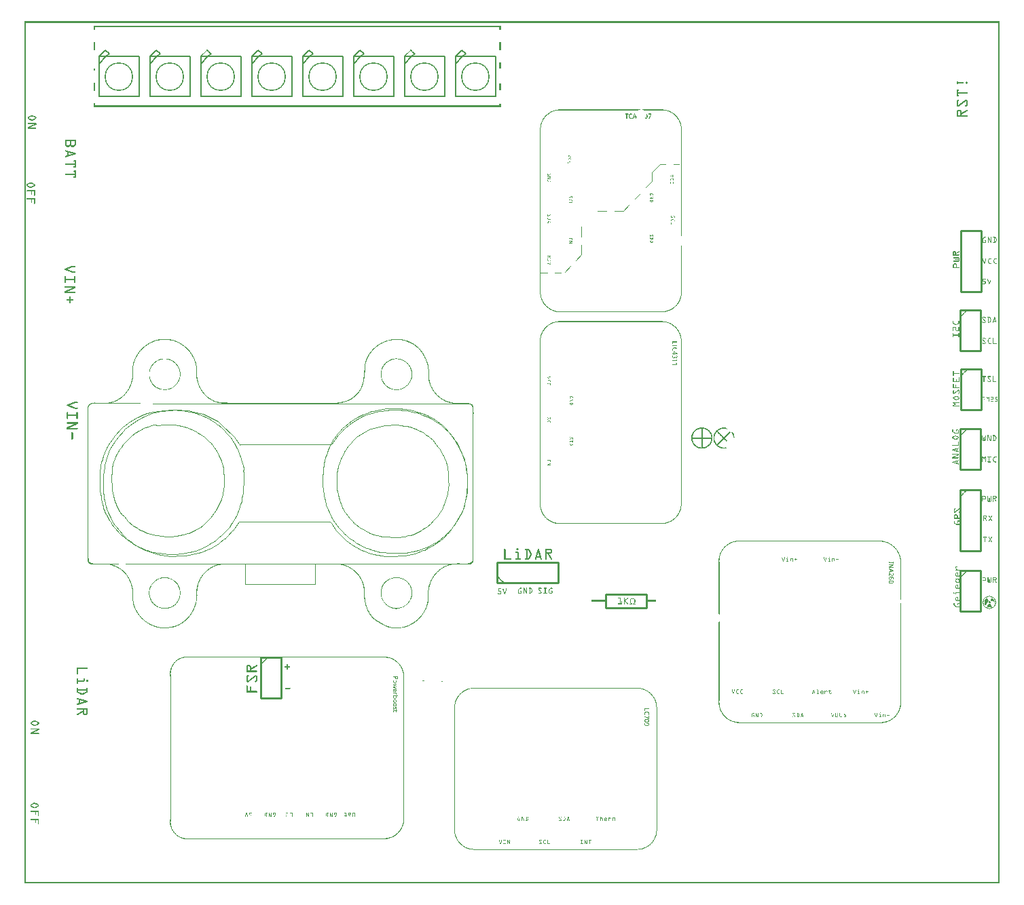
<source format=gto>
G04 MADE WITH FRITZING*
G04 WWW.FRITZING.ORG*
G04 DOUBLE SIDED*
G04 HOLES PLATED*
G04 CONTOUR ON CENTER OF CONTOUR VECTOR*
%ASAXBY*%
%FSLAX23Y23*%
%MOIN*%
%OFA0B0*%
%SFA1.0B1.0*%
%ADD10C,0.140469X0.130469*%
%ADD11C,0.065454X0.0582811*%
%ADD12C,0.005000*%
%ADD13C,0.003937*%
%ADD14C,0.010000*%
%ADD15C,0.006437*%
%ADD16R,0.001000X0.001000*%
%LNSILK1*%
G90*
G70*
G54D10*
X464Y3965D03*
X714Y3965D03*
X964Y3965D03*
X1214Y3965D03*
X1464Y3965D03*
X1714Y3965D03*
X1964Y3965D03*
X2214Y3965D03*
G54D11*
X4737Y1382D03*
G54D12*
X562Y3867D02*
X365Y3867D01*
D02*
X365Y3867D02*
X365Y4028D01*
D02*
X365Y4028D02*
X365Y4063D01*
D02*
X365Y4063D02*
X401Y4063D01*
D02*
X401Y4063D02*
X562Y4063D01*
D02*
X562Y4063D02*
X562Y3867D01*
D02*
X365Y4028D02*
X401Y4063D01*
D02*
X401Y4063D02*
X415Y4077D01*
D02*
X415Y4077D02*
X397Y4095D01*
D02*
X397Y4095D02*
X365Y4063D01*
D02*
X812Y3867D02*
X615Y3867D01*
D02*
X615Y3867D02*
X615Y4028D01*
D02*
X615Y4028D02*
X615Y4063D01*
D02*
X615Y4063D02*
X651Y4063D01*
D02*
X651Y4063D02*
X812Y4063D01*
D02*
X812Y4063D02*
X812Y3867D01*
D02*
X615Y4028D02*
X651Y4063D01*
D02*
X651Y4063D02*
X665Y4077D01*
D02*
X665Y4077D02*
X647Y4095D01*
D02*
X647Y4095D02*
X615Y4063D01*
D02*
X1062Y3867D02*
X865Y3867D01*
D02*
X865Y3867D02*
X865Y4028D01*
D02*
X865Y4028D02*
X865Y4063D01*
D02*
X865Y4063D02*
X901Y4063D01*
D02*
X901Y4063D02*
X1062Y4063D01*
D02*
X1062Y4063D02*
X1062Y3867D01*
D02*
X865Y4028D02*
X901Y4063D01*
D02*
X901Y4063D02*
X915Y4077D01*
D02*
X1312Y3867D02*
X1115Y3867D01*
D02*
X1115Y3867D02*
X1115Y4028D01*
D02*
X1115Y4028D02*
X1115Y4063D01*
D02*
X1115Y4063D02*
X1151Y4063D01*
D02*
X1151Y4063D02*
X1312Y4063D01*
D02*
X1312Y4063D02*
X1312Y3867D01*
D02*
X1115Y4028D02*
X1151Y4063D01*
D02*
X1151Y4063D02*
X1165Y4077D01*
D02*
X1165Y4077D02*
X1147Y4095D01*
D02*
X1147Y4095D02*
X1115Y4063D01*
D02*
X1562Y3867D02*
X1365Y3867D01*
D02*
X1365Y3867D02*
X1365Y4028D01*
D02*
X1365Y4028D02*
X1365Y4063D01*
D02*
X1365Y4063D02*
X1401Y4063D01*
D02*
X1401Y4063D02*
X1562Y4063D01*
D02*
X1562Y4063D02*
X1562Y3867D01*
D02*
X1365Y4028D02*
X1401Y4063D01*
D02*
X1401Y4063D02*
X1415Y4077D01*
D02*
X1415Y4077D02*
X1397Y4095D01*
D02*
X1397Y4095D02*
X1365Y4063D01*
D02*
X1812Y3867D02*
X1615Y3867D01*
D02*
X1615Y3867D02*
X1615Y4028D01*
D02*
X1615Y4028D02*
X1615Y4063D01*
D02*
X1615Y4063D02*
X1651Y4063D01*
D02*
X1651Y4063D02*
X1812Y4063D01*
D02*
X1812Y4063D02*
X1812Y3867D01*
D02*
X1615Y4028D02*
X1651Y4063D01*
D02*
X1651Y4063D02*
X1665Y4077D01*
D02*
X1665Y4077D02*
X1647Y4095D01*
D02*
X1647Y4095D02*
X1615Y4063D01*
D02*
X2062Y3867D02*
X1865Y3867D01*
D02*
X1865Y3867D02*
X1865Y4028D01*
D02*
X1865Y4028D02*
X1865Y4063D01*
D02*
X1865Y4063D02*
X1901Y4063D01*
D02*
X1901Y4063D02*
X2062Y4063D01*
D02*
X2062Y4063D02*
X2062Y3867D01*
D02*
X1865Y4028D02*
X1901Y4063D01*
D02*
X1901Y4063D02*
X1915Y4077D01*
D02*
X2312Y3867D02*
X2115Y3867D01*
D02*
X2115Y3867D02*
X2115Y4028D01*
D02*
X2115Y4028D02*
X2115Y4063D01*
D02*
X2115Y4063D02*
X2151Y4063D01*
D02*
X2151Y4063D02*
X2312Y4063D01*
D02*
X2312Y4063D02*
X2312Y3867D01*
D02*
X2115Y4028D02*
X2151Y4063D01*
D02*
X2151Y4063D02*
X2165Y4077D01*
D02*
X2165Y4077D02*
X2147Y4095D01*
D02*
X2147Y4095D02*
X2115Y4063D01*
G54D13*
D02*
X3214Y3535D02*
X3186Y3535D01*
D02*
X3147Y3535D02*
X3119Y3535D01*
D02*
X3119Y3535D02*
X3079Y3495D01*
D02*
X3079Y3495D02*
X3079Y3450D01*
D02*
X3079Y3450D02*
X3051Y3421D01*
D02*
X3023Y3392D02*
X2995Y3363D01*
D02*
X2968Y3335D02*
X2939Y3305D01*
D02*
X2939Y3305D02*
X2896Y3305D01*
D02*
X2857Y3305D02*
X2814Y3305D01*
D02*
X2734Y3228D02*
X2734Y3179D01*
D02*
X2734Y3139D02*
X2734Y3090D01*
D02*
X2734Y3090D02*
X2707Y3062D01*
D02*
X2679Y3033D02*
X2652Y3005D01*
D02*
X2634Y3000D02*
X2604Y3000D01*
D02*
X2565Y3000D02*
X2534Y3000D01*
G54D14*
D02*
X2319Y1477D02*
X2619Y1477D01*
D02*
X2619Y1477D02*
X2619Y1577D01*
D02*
X2619Y1577D02*
X2319Y1577D01*
D02*
X2319Y1577D02*
X2319Y1477D01*
D02*
X1160Y1111D02*
X1160Y911D01*
D02*
X1160Y911D02*
X1260Y911D01*
D02*
X1260Y911D02*
X1260Y1111D01*
D02*
X1260Y1111D02*
X1160Y1111D01*
D02*
X2852Y1421D02*
X3052Y1421D01*
D02*
X3052Y1421D02*
X3052Y1355D01*
D02*
X3052Y1355D02*
X2852Y1355D01*
D02*
X2852Y1355D02*
X2852Y1421D01*
D02*
X4595Y2527D02*
X4595Y2327D01*
D02*
X4595Y2327D02*
X4695Y2327D01*
D02*
X4695Y2327D02*
X4695Y2527D01*
D02*
X4695Y2527D02*
X4595Y2527D01*
D02*
X4594Y1537D02*
X4594Y1337D01*
D02*
X4594Y1337D02*
X4694Y1337D01*
D02*
X4694Y1337D02*
X4694Y1537D01*
D02*
X4694Y1537D02*
X4594Y1537D01*
D02*
X4594Y1936D02*
X4594Y1636D01*
D02*
X4594Y1636D02*
X4694Y1636D01*
D02*
X4694Y1636D02*
X4694Y1936D01*
D02*
X4694Y1936D02*
X4594Y1936D01*
D02*
X4594Y2235D02*
X4594Y2035D01*
D02*
X4594Y2035D02*
X4694Y2035D01*
D02*
X4694Y2035D02*
X4694Y2235D01*
D02*
X4694Y2235D02*
X4594Y2235D01*
D02*
X4594Y2819D02*
X4594Y2619D01*
D02*
X4594Y2619D02*
X4694Y2619D01*
D02*
X4694Y2619D02*
X4694Y2819D01*
D02*
X4694Y2819D02*
X4594Y2819D01*
D02*
X4595Y3207D02*
X4595Y2907D01*
D02*
X4595Y2907D02*
X4695Y2907D01*
D02*
X4695Y2907D02*
X4695Y3207D01*
D02*
X4695Y3207D02*
X4595Y3207D01*
G54D15*
X3325Y2236D02*
X3325Y2142D01*
D02*
X3373Y2189D02*
X3279Y2189D01*
D02*
G54D13*
X2047Y2251D02*
X2047Y2251D01*
X2053Y2245D01*
X2085Y2214D01*
X2108Y2185D01*
X2112Y2179D01*
X2114Y2176D01*
X2121Y2164D01*
X2141Y2128D01*
X2143Y2123D01*
X2161Y2074D01*
X2162Y2070D01*
X2168Y2041D01*
X2170Y2019D01*
X2172Y2008D01*
X2172Y2003D01*
X2172Y2000D01*
X2172Y1996D01*
X2173Y1969D01*
X2173Y1966D01*
X2170Y1918D01*
X2170Y1914D01*
X2167Y1895D01*
X2164Y1882D01*
X2155Y1850D01*
X2155Y1849D01*
X2153Y1842D01*
X2145Y1825D01*
X2127Y1788D01*
X2110Y1764D01*
X2082Y1726D01*
X2078Y1722D01*
X2052Y1696D01*
X2043Y1689D01*
X2011Y1665D01*
X2010Y1665D01*
X1974Y1645D01*
X1967Y1641D01*
X1966Y1640D01*
X1965Y1639D01*
X1964Y1639D01*
X1957Y1637D01*
X1915Y1622D01*
X1900Y1619D01*
X1866Y1612D01*
X1846Y1610D01*
X1817Y1608D01*
X1794Y1608D01*
X1769Y1609D01*
X1753Y1610D01*
X1752Y1610D01*
X1712Y1619D01*
X1702Y1621D01*
X1700Y1621D01*
X1690Y1624D01*
X1666Y1633D01*
X1654Y1639D01*
X1644Y1644D01*
X1613Y1661D01*
X1603Y1668D01*
X1590Y1678D01*
X1579Y1686D01*
X1579Y1686D01*
X1579Y1686D01*
X1563Y1701D01*
X1552Y1711D01*
X1546Y1718D01*
X1544Y1721D01*
X1530Y1736D01*
X1506Y1770D01*
X1501Y1778D01*
X1470Y1778D01*
X1445Y1778D01*
X1425Y1778D01*
X1412Y1778D01*
X1068Y1778D01*
X1054Y1778D01*
X1054Y1779D01*
X1053Y1778D01*
X1029Y1745D01*
X1023Y1736D01*
X1023Y1736D01*
X1021Y1733D01*
X997Y1709D01*
X997Y1709D01*
X995Y1707D01*
X988Y1699D01*
X987Y1698D01*
X985Y1696D01*
X981Y1693D01*
X981Y1693D01*
X956Y1674D01*
X953Y1672D01*
X953Y1672D01*
X952Y1671D01*
X943Y1666D01*
X910Y1646D01*
X908Y1645D01*
X908Y1645D01*
X865Y1627D01*
X852Y1623D01*
X790Y1611D01*
X783Y1610D01*
X781Y1610D01*
X781Y1610D01*
X773Y1610D01*
X758Y1610D01*
X732Y1609D01*
X718Y1609D01*
X709Y1609D01*
X700Y1610D01*
X689Y1611D01*
X673Y1615D01*
X653Y1618D01*
X614Y1630D01*
X607Y1633D01*
X593Y1639D01*
X554Y1658D01*
X550Y1660D01*
X547Y1662D01*
X517Y1683D01*
X516Y1683D01*
X501Y1696D01*
X492Y1703D01*
X491Y1703D01*
X491Y1703D01*
X490Y1704D01*
X490Y1704D01*
X490Y1705D01*
X490Y1705D01*
X489Y1706D01*
X483Y1713D01*
X446Y1757D01*
X442Y1762D01*
X440Y1765D01*
X436Y1772D01*
X436Y1772D01*
X431Y1782D01*
X422Y1797D01*
X413Y1817D01*
X410Y1825D01*
X404Y1840D01*
X403Y1843D01*
X402Y1846D01*
X401Y1851D01*
X392Y1885D01*
X391Y1890D01*
X389Y1908D01*
X387Y1922D01*
X385Y1951D01*
X385Y1963D01*
X385Y1998D01*
X385Y2004D01*
X392Y2048D01*
X393Y2057D01*
X393Y2059D01*
X406Y2101D01*
X411Y2112D01*
X414Y2120D01*
X418Y2130D01*
X447Y2177D01*
X450Y2182D01*
X459Y2196D01*
X487Y2226D01*
X494Y2233D01*
X504Y2242D01*
X517Y2252D01*
X550Y2276D01*
X579Y2292D01*
X586Y2295D01*
X610Y2304D01*
X627Y2311D01*
X636Y2314D01*
X640Y2315D01*
X655Y2319D01*
X658Y2319D01*
X662Y2320D01*
X665Y2320D01*
X672Y2321D01*
X705Y2326D01*
X705Y2326D01*
X745Y2328D01*
X757Y2328D01*
X761Y2328D01*
X785Y2326D01*
X792Y2326D01*
X798Y2326D01*
X806Y2325D01*
X826Y2319D01*
X877Y2307D01*
X882Y2305D01*
X891Y2301D01*
X924Y2285D01*
X924Y2285D01*
X930Y2282D01*
X949Y2270D01*
X955Y2266D01*
X968Y2255D01*
X974Y2249D01*
X1024Y2200D01*
X1030Y2193D01*
X1030Y2193D01*
X1037Y2183D01*
X1053Y2160D01*
X1053Y2160D01*
X1055Y2157D01*
X1055Y2156D01*
X1055Y2157D01*
X1069Y2157D01*
X1505Y2157D01*
X1506Y2159D01*
X1539Y2204D01*
X1540Y2205D01*
X1540Y2205D01*
X1541Y2206D01*
X1563Y2229D01*
X1564Y2230D01*
X1564Y2230D01*
X1565Y2231D01*
X1566Y2232D01*
X1573Y2238D01*
X1592Y2255D01*
X1593Y2256D01*
X1628Y2279D01*
X1639Y2285D01*
X1639Y2285D01*
X1649Y2290D01*
X1664Y2297D01*
X1680Y2304D01*
X1702Y2311D01*
X1705Y2312D01*
X1723Y2317D01*
X1746Y2322D01*
X1778Y2325D01*
X1796Y2327D01*
X1802Y2327D01*
X1824Y2327D01*
X1844Y2327D01*
X1855Y2326D01*
X1878Y2324D01*
X1901Y2319D01*
X1916Y2316D01*
X1926Y2314D01*
X1964Y2299D01*
X1977Y2294D01*
X1997Y2283D01*
X2005Y2279D01*
X2005Y2279D01*
X2005Y2279D01*
X2005Y2279D01*
X2017Y2270D01*
X2032Y2260D01*
X2043Y2253D01*
D02*
X2116Y2176D02*
X2116Y2176D01*
X2125Y2161D01*
X2134Y2146D01*
X2134Y2145D01*
X2134Y2144D01*
X2141Y2129D01*
X2148Y2114D01*
X2151Y2106D01*
X2160Y2083D01*
X2160Y2083D01*
X2160Y2082D01*
X2164Y2066D01*
X2168Y2050D01*
X2170Y2036D01*
X2171Y2026D01*
X2171Y2023D01*
X2171Y2022D01*
X2172Y2008D01*
X2174Y1981D01*
X2174Y1955D01*
X2174Y1955D01*
X2174Y1955D01*
X2172Y1929D01*
X2172Y1929D01*
X2172Y1929D01*
X2172Y1929D01*
X2172Y1929D01*
X2172Y1929D01*
X2172Y1929D01*
X2169Y1908D01*
X2167Y1896D01*
X2167Y1895D01*
X2164Y1880D01*
X2160Y1864D01*
X2160Y1863D01*
X2160Y1863D01*
X2160Y1863D01*
X2160Y1862D01*
X2160Y1862D01*
X2159Y1858D01*
X2142Y1816D01*
X2141Y1814D01*
X2121Y1780D01*
X2116Y1771D01*
X2108Y1759D01*
X2107Y1758D01*
X2104Y1754D01*
X2097Y1745D01*
X2094Y1742D01*
X2071Y1717D01*
X2059Y1706D01*
X2058Y1705D01*
X2056Y1704D01*
X2019Y1676D01*
X2018Y1675D01*
X2018Y1675D01*
X2017Y1675D01*
X2008Y1670D01*
X2003Y1667D01*
X1988Y1659D01*
X1972Y1652D01*
X1972Y1652D01*
X1970Y1652D01*
X1960Y1648D01*
X1943Y1642D01*
X1932Y1638D01*
X1908Y1631D01*
X1908Y1631D01*
X1904Y1631D01*
X1888Y1628D01*
X1872Y1626D01*
X1866Y1626D01*
X1839Y1624D01*
X1839Y1624D01*
X1836Y1624D01*
X1819Y1624D01*
X1812Y1624D01*
X1788Y1625D01*
X1786Y1625D01*
X1783Y1625D01*
X1766Y1627D01*
X1766Y1627D01*
X1749Y1629D01*
X1747Y1629D01*
X1732Y1632D01*
X1723Y1634D01*
X1710Y1638D01*
X1683Y1647D01*
X1681Y1648D01*
X1650Y1662D01*
X1648Y1663D01*
X1633Y1671D01*
X1631Y1672D01*
X1619Y1680D01*
X1605Y1690D01*
X1604Y1691D01*
X1593Y1699D01*
X1591Y1700D01*
X1582Y1708D01*
X1579Y1710D01*
X1567Y1721D01*
X1566Y1723D01*
X1556Y1733D01*
X1555Y1734D01*
X1544Y1747D01*
X1523Y1774D01*
X1521Y1777D01*
X1517Y1784D01*
X1509Y1796D01*
X1492Y1830D01*
X1489Y1837D01*
X1481Y1862D01*
X1481Y1863D01*
X1475Y1880D01*
X1472Y1895D01*
X1469Y1906D01*
X1469Y1908D01*
X1465Y1940D01*
X1464Y1951D01*
X1464Y1960D01*
X1464Y1975D01*
X1464Y2006D01*
X1465Y2018D01*
X1465Y2021D01*
X1467Y2036D01*
X1468Y2045D01*
X1469Y2050D01*
X1470Y2059D01*
X1471Y2064D01*
X1474Y2079D01*
X1478Y2094D01*
X1478Y2095D01*
X1482Y2108D01*
X1486Y2118D01*
X1491Y2132D01*
X1497Y2146D01*
X1501Y2154D01*
X1503Y2159D01*
X1511Y2173D01*
X1518Y2185D01*
X1519Y2187D01*
X1519Y2187D01*
X1529Y2201D01*
X1529Y2201D01*
X1536Y2210D01*
X1539Y2213D01*
X1539Y2213D01*
X1550Y2226D01*
X1550Y2226D01*
X1561Y2237D01*
X1571Y2246D01*
X1573Y2248D01*
X1574Y2249D01*
X1605Y2273D01*
X1628Y2288D01*
X1630Y2289D01*
X1632Y2290D01*
X1646Y2298D01*
X1661Y2305D01*
X1664Y2306D01*
X1679Y2312D01*
X1695Y2317D01*
X1704Y2320D01*
X1709Y2321D01*
X1726Y2326D01*
X1728Y2326D01*
X1742Y2329D01*
X1744Y2329D01*
X1777Y2333D01*
X1778Y2333D01*
X1778Y2333D01*
X1779Y2333D01*
X1779Y2333D01*
X1779Y2333D01*
X1813Y2334D01*
X1847Y2333D01*
X1859Y2332D01*
X1863Y2332D01*
X1866Y2332D01*
X1891Y2328D01*
X1893Y2328D01*
X1916Y2321D01*
X1937Y2315D01*
X1949Y2312D01*
X1951Y2311D01*
X1975Y2301D01*
X2013Y2280D01*
X2013Y2280D01*
X2015Y2279D01*
X2015Y2279D01*
X2028Y2270D01*
X2041Y2260D01*
X2049Y2253D01*
X2056Y2247D01*
X2065Y2239D01*
X2067Y2237D01*
X2084Y2219D01*
X2110Y2186D01*
X2111Y2184D01*
X1981Y2199D02*
X1968Y2208D01*
X1955Y2217D01*
X1931Y2229D01*
X1927Y2231D01*
X1919Y2235D01*
X1907Y2239D01*
X1903Y2240D01*
X1889Y2244D01*
X1878Y2247D01*
X1871Y2248D01*
X1861Y2249D01*
X1854Y2250D01*
X1852Y2250D01*
X1827Y2253D01*
X1817Y2253D01*
X1816Y2253D01*
X1816Y2253D01*
X1777Y2252D01*
X1771Y2251D01*
X1726Y2242D01*
X1725Y2242D01*
X1717Y2239D01*
X1699Y2233D01*
X1698Y2233D01*
X1664Y2216D01*
X1657Y2212D01*
X1630Y2193D01*
X1627Y2191D01*
X1623Y2187D01*
X1620Y2184D01*
X1614Y2179D01*
X1609Y2173D01*
X1603Y2166D01*
X1589Y2151D01*
X1586Y2148D01*
X1582Y2141D01*
X1575Y2131D01*
X1574Y2129D01*
X1569Y2121D01*
X1555Y2092D01*
X1554Y2090D01*
X1553Y2087D01*
X1547Y2069D01*
X1541Y2051D01*
X1537Y2032D01*
X1534Y2018D01*
X1534Y2013D01*
X1534Y2004D01*
X1532Y1974D01*
X1532Y1967D01*
X1534Y1941D01*
X1534Y1937D01*
X1534Y1936D01*
X1536Y1929D01*
X1539Y1910D01*
X1542Y1898D01*
X1547Y1886D01*
X1557Y1859D01*
X1558Y1857D01*
X1561Y1849D01*
X1574Y1826D01*
X1578Y1820D01*
X1578Y1820D01*
X1597Y1794D01*
X1606Y1785D01*
X1609Y1782D01*
X1621Y1769D01*
X1622Y1768D01*
X1647Y1748D01*
X1655Y1744D01*
X1657Y1743D01*
X1673Y1733D01*
X1697Y1722D01*
X1708Y1717D01*
X1714Y1716D01*
X1747Y1707D01*
X1752Y1706D01*
X1763Y1705D01*
X1776Y1704D01*
X1815Y1701D01*
X1834Y1702D01*
X1841Y1702D01*
X1842Y1702D01*
X1854Y1704D01*
X1865Y1706D01*
X1884Y1710D01*
X1884Y1710D01*
X1894Y1712D01*
X1894Y1712D01*
X1906Y1716D01*
X1912Y1719D01*
X1948Y1736D01*
X1949Y1737D01*
X1954Y1740D01*
X1968Y1749D01*
X1975Y1754D01*
X1992Y1768D01*
X2007Y1784D01*
X2016Y1794D01*
X2025Y1803D01*
X2027Y1806D01*
X2046Y1834D01*
X2049Y1839D01*
X2052Y1847D01*
X2058Y1859D01*
X2060Y1864D01*
X2071Y1894D01*
X2076Y1913D01*
X2077Y1920D01*
X2080Y1938D01*
X2080Y1939D01*
X2080Y1943D01*
X2082Y1962D01*
X2081Y1978D01*
X2081Y2004D01*
X2080Y2015D01*
X2075Y2049D01*
X2065Y2080D01*
X2060Y2092D01*
X2059Y2094D01*
X2055Y2104D01*
X2054Y2106D01*
X2039Y2133D01*
X2037Y2138D01*
X2031Y2146D01*
X2011Y2171D01*
X2011Y2172D01*
X2006Y2177D01*
X1999Y2185D01*
X1994Y2189D01*
X1984Y2197D01*
X1978Y2201D01*
X1074Y2032D02*
X1074Y2031D01*
X1076Y2018D01*
X1076Y2011D01*
X1076Y2003D01*
X1076Y1988D01*
X1076Y1980D01*
X1073Y1932D01*
X1072Y1918D01*
X1071Y1909D01*
X1068Y1894D01*
X1065Y1879D01*
X1061Y1864D01*
X1058Y1853D01*
X1057Y1850D01*
X1054Y1841D01*
X1054Y1840D01*
X1042Y1813D01*
X1042Y1812D01*
X1040Y1808D01*
X1033Y1795D01*
X1021Y1776D01*
X1019Y1772D01*
X1018Y1770D01*
X1009Y1758D01*
X1005Y1752D01*
X993Y1738D01*
X989Y1734D01*
X989Y1734D01*
X989Y1734D01*
X971Y1715D01*
X966Y1711D01*
X954Y1701D01*
X935Y1685D01*
X935Y1685D01*
X908Y1667D01*
X902Y1663D01*
X888Y1655D01*
X888Y1655D01*
X887Y1655D01*
X887Y1655D01*
X856Y1641D01*
X840Y1635D01*
X824Y1630D01*
X811Y1627D01*
X808Y1627D01*
X807Y1627D01*
X806Y1627D01*
X790Y1624D01*
X773Y1622D01*
X772Y1622D01*
X738Y1619D01*
X736Y1619D01*
X735Y1619D01*
X719Y1619D01*
X704Y1619D01*
X703Y1619D01*
X686Y1620D01*
X685Y1620D01*
X661Y1623D01*
X660Y1623D01*
X658Y1623D01*
X633Y1628D01*
X633Y1628D01*
X617Y1632D01*
X602Y1637D01*
X602Y1637D01*
X600Y1638D01*
X582Y1645D01*
X569Y1650D01*
X545Y1662D01*
X540Y1665D01*
X539Y1666D01*
X539Y1666D01*
X490Y1701D01*
X486Y1704D01*
X471Y1717D01*
X469Y1719D01*
X441Y1750D01*
X441Y1750D01*
X441Y1750D01*
X428Y1768D01*
X426Y1771D01*
X426Y1771D01*
X426Y1771D01*
X425Y1773D01*
X421Y1780D01*
X417Y1786D01*
X410Y1798D01*
X402Y1812D01*
X401Y1814D01*
X394Y1829D01*
X394Y1831D01*
X388Y1846D01*
X388Y1846D01*
X388Y1847D01*
X385Y1855D01*
X383Y1862D01*
X376Y1890D01*
X375Y1895D01*
X375Y1900D01*
X372Y1916D01*
X370Y1932D01*
X370Y1932D01*
X369Y1949D01*
X369Y1981D01*
X369Y1982D01*
X369Y1985D01*
X369Y2002D01*
X369Y2010D01*
X369Y2018D01*
X374Y2051D01*
X374Y2054D01*
X378Y2070D01*
X382Y2086D01*
X382Y2087D01*
X386Y2100D01*
X386Y2100D01*
X387Y2102D01*
X393Y2118D01*
X404Y2141D01*
X418Y2164D01*
X422Y2171D01*
X426Y2177D01*
X427Y2179D01*
X429Y2182D01*
X444Y2202D01*
X444Y2202D01*
X445Y2203D01*
X471Y2232D01*
X481Y2241D01*
X488Y2247D01*
X489Y2248D01*
X492Y2250D01*
X505Y2260D01*
X511Y2265D01*
X538Y2282D01*
X539Y2282D01*
X541Y2283D01*
X555Y2291D01*
X583Y2304D01*
X585Y2305D01*
X585Y2305D01*
X601Y2311D01*
X603Y2311D01*
X615Y2315D01*
X618Y2316D01*
X632Y2319D01*
X634Y2319D01*
X635Y2319D01*
X637Y2319D01*
X653Y2322D01*
X658Y2322D01*
X686Y2326D01*
X720Y2327D01*
X724Y2327D01*
X738Y2327D01*
X741Y2327D01*
X758Y2326D01*
X759Y2326D01*
X776Y2324D01*
X777Y2324D01*
X793Y2322D01*
X794Y2322D01*
X811Y2319D01*
X816Y2318D01*
X829Y2314D01*
X843Y2310D01*
X855Y2306D01*
X858Y2305D01*
X859Y2305D01*
X859Y2305D01*
X860Y2305D01*
X876Y2298D01*
X891Y2291D01*
X891Y2291D01*
X892Y2290D01*
X892Y2290D01*
X915Y2277D01*
X921Y2274D01*
X935Y2265D01*
X948Y2255D01*
X951Y2253D01*
X965Y2241D01*
X970Y2237D01*
X975Y2232D01*
X986Y2220D01*
X988Y2218D01*
X1001Y2203D01*
X1009Y2193D01*
X1019Y2180D01*
X1021Y2177D01*
X1029Y2165D01*
X1029Y2165D01*
X1036Y2152D01*
X1043Y2139D01*
X1045Y2135D01*
X1049Y2126D01*
X1054Y2114D01*
X1063Y2088D01*
X1064Y2085D01*
X1072Y2055D01*
X1075Y2040D01*
X1076Y2031D01*
X646Y2256D02*
X640Y2255D01*
X632Y2254D01*
X622Y2251D01*
X605Y2246D01*
X592Y2241D01*
X590Y2240D01*
X564Y2226D01*
X558Y2223D01*
X556Y2222D01*
X544Y2214D01*
X526Y2201D01*
X524Y2199D01*
X505Y2182D01*
X499Y2175D01*
X483Y2158D01*
X475Y2146D01*
X467Y2134D01*
X464Y2130D01*
X463Y2128D01*
X450Y2105D01*
X449Y2103D01*
X448Y2099D01*
X434Y2062D01*
X434Y2059D01*
X431Y2045D01*
X431Y2041D01*
X429Y2021D01*
X427Y2002D01*
X427Y1999D01*
X430Y1942D01*
X430Y1940D01*
X430Y1938D01*
X430Y1935D01*
X436Y1906D01*
X436Y1904D01*
X444Y1879D01*
X444Y1877D01*
X449Y1865D01*
X449Y1864D01*
X451Y1861D01*
X457Y1848D01*
X468Y1829D01*
X481Y1811D01*
X485Y1807D01*
X502Y1788D01*
X503Y1786D01*
X534Y1759D01*
X552Y1747D01*
X556Y1744D01*
X559Y1742D01*
X561Y1741D01*
X574Y1734D01*
X576Y1733D01*
X603Y1721D01*
X605Y1721D01*
X642Y1711D01*
X648Y1710D01*
X651Y1710D01*
X695Y1706D01*
X698Y1706D01*
X719Y1706D01*
X720Y1706D01*
X742Y1708D01*
X745Y1708D01*
X759Y1710D01*
X764Y1711D01*
X777Y1714D01*
X779Y1714D01*
X800Y1720D01*
X805Y1722D01*
X825Y1730D01*
X833Y1735D01*
X869Y1756D01*
X871Y1758D01*
X872Y1759D01*
X898Y1781D01*
X900Y1784D01*
X901Y1785D01*
X908Y1792D01*
X914Y1799D01*
X931Y1822D01*
X940Y1834D01*
X941Y1836D01*
X948Y1849D01*
X954Y1862D01*
X957Y1868D01*
X965Y1888D01*
X966Y1891D01*
X972Y1912D01*
X977Y1940D01*
X979Y1950D01*
X979Y1953D01*
X980Y1967D01*
X980Y1997D01*
X979Y2006D01*
X978Y2017D01*
X978Y2025D01*
X978Y2027D01*
X976Y2041D01*
X972Y2054D01*
X966Y2075D01*
X965Y2078D01*
X959Y2092D01*
X954Y2104D01*
X953Y2107D01*
X952Y2109D01*
X939Y2132D01*
X912Y2167D01*
X910Y2169D01*
X910Y2169D01*
X886Y2192D01*
X883Y2194D01*
X874Y2200D01*
X864Y2207D01*
X851Y2216D01*
X848Y2217D01*
X835Y2223D01*
X795Y2242D01*
X795Y2242D01*
X784Y2245D01*
X774Y2248D01*
X770Y2249D01*
X756Y2252D01*
X756Y2252D01*
X734Y2255D01*
X731Y2255D01*
X717Y2255D01*
X694Y2256D01*
X691Y2256D01*
X647Y2252D01*
D02*
G54D16*
X0Y4236D02*
X4786Y4236D01*
X0Y4235D02*
X4786Y4235D01*
X0Y4234D02*
X4786Y4234D01*
X0Y4233D02*
X4786Y4233D01*
X0Y4232D02*
X4786Y4232D01*
X0Y4231D02*
X4786Y4231D01*
X0Y4230D02*
X4786Y4230D01*
X0Y4229D02*
X4786Y4229D01*
X0Y4228D02*
X7Y4228D01*
X4779Y4228D02*
X4786Y4228D01*
X0Y4227D02*
X7Y4227D01*
X4779Y4227D02*
X4786Y4227D01*
X0Y4226D02*
X7Y4226D01*
X4779Y4226D02*
X4786Y4226D01*
X0Y4225D02*
X7Y4225D01*
X4779Y4225D02*
X4786Y4225D01*
X0Y4224D02*
X7Y4224D01*
X4779Y4224D02*
X4786Y4224D01*
X0Y4223D02*
X7Y4223D01*
X4779Y4223D02*
X4786Y4223D01*
X0Y4222D02*
X7Y4222D01*
X4779Y4222D02*
X4786Y4222D01*
X0Y4221D02*
X7Y4221D01*
X4779Y4221D02*
X4786Y4221D01*
X0Y4220D02*
X7Y4220D01*
X4779Y4220D02*
X4786Y4220D01*
X0Y4219D02*
X7Y4219D01*
X4779Y4219D02*
X4786Y4219D01*
X0Y4218D02*
X7Y4218D01*
X4779Y4218D02*
X4786Y4218D01*
X0Y4217D02*
X7Y4217D01*
X4779Y4217D02*
X4786Y4217D01*
X0Y4216D02*
X7Y4216D01*
X4779Y4216D02*
X4786Y4216D01*
X0Y4215D02*
X7Y4215D01*
X339Y4215D02*
X2337Y4215D01*
X4779Y4215D02*
X4786Y4215D01*
X0Y4214D02*
X7Y4214D01*
X339Y4214D02*
X2338Y4214D01*
X4779Y4214D02*
X4786Y4214D01*
X0Y4213D02*
X7Y4213D01*
X339Y4213D02*
X2338Y4213D01*
X4779Y4213D02*
X4786Y4213D01*
X0Y4212D02*
X7Y4212D01*
X339Y4212D02*
X2338Y4212D01*
X4779Y4212D02*
X4786Y4212D01*
X0Y4211D02*
X7Y4211D01*
X339Y4211D02*
X2338Y4211D01*
X4779Y4211D02*
X4786Y4211D01*
X0Y4210D02*
X7Y4210D01*
X339Y4210D02*
X2338Y4210D01*
X4779Y4210D02*
X4786Y4210D01*
X0Y4209D02*
X7Y4209D01*
X339Y4209D02*
X2338Y4209D01*
X4779Y4209D02*
X4786Y4209D01*
X0Y4208D02*
X7Y4208D01*
X339Y4208D02*
X2338Y4208D01*
X4779Y4208D02*
X4786Y4208D01*
X0Y4207D02*
X7Y4207D01*
X339Y4207D02*
X346Y4207D01*
X2330Y4207D02*
X2338Y4207D01*
X4779Y4207D02*
X4786Y4207D01*
X0Y4206D02*
X7Y4206D01*
X339Y4206D02*
X346Y4206D01*
X2331Y4206D02*
X2338Y4206D01*
X4779Y4206D02*
X4786Y4206D01*
X0Y4205D02*
X7Y4205D01*
X339Y4205D02*
X346Y4205D01*
X2331Y4205D02*
X2338Y4205D01*
X4779Y4205D02*
X4786Y4205D01*
X0Y4204D02*
X7Y4204D01*
X339Y4204D02*
X346Y4204D01*
X2331Y4204D02*
X2338Y4204D01*
X4779Y4204D02*
X4786Y4204D01*
X0Y4203D02*
X7Y4203D01*
X339Y4203D02*
X346Y4203D01*
X2331Y4203D02*
X2338Y4203D01*
X4779Y4203D02*
X4786Y4203D01*
X0Y4202D02*
X7Y4202D01*
X339Y4202D02*
X346Y4202D01*
X2331Y4202D02*
X2338Y4202D01*
X4779Y4202D02*
X4786Y4202D01*
X0Y4201D02*
X7Y4201D01*
X339Y4201D02*
X346Y4201D01*
X2331Y4201D02*
X2338Y4201D01*
X4779Y4201D02*
X4786Y4201D01*
X0Y4200D02*
X7Y4200D01*
X339Y4200D02*
X346Y4200D01*
X2331Y4200D02*
X2338Y4200D01*
X4779Y4200D02*
X4786Y4200D01*
X0Y4199D02*
X7Y4199D01*
X339Y4199D02*
X346Y4199D01*
X2331Y4199D02*
X2338Y4199D01*
X4779Y4199D02*
X4786Y4199D01*
X0Y4198D02*
X7Y4198D01*
X339Y4198D02*
X346Y4198D01*
X2331Y4198D02*
X2338Y4198D01*
X4779Y4198D02*
X4786Y4198D01*
X0Y4197D02*
X7Y4197D01*
X339Y4197D02*
X346Y4197D01*
X2331Y4197D02*
X2338Y4197D01*
X4779Y4197D02*
X4786Y4197D01*
X0Y4196D02*
X7Y4196D01*
X339Y4196D02*
X346Y4196D01*
X2331Y4196D02*
X2338Y4196D01*
X4779Y4196D02*
X4786Y4196D01*
X0Y4195D02*
X7Y4195D01*
X4779Y4195D02*
X4786Y4195D01*
X0Y4194D02*
X7Y4194D01*
X4779Y4194D02*
X4786Y4194D01*
X0Y4193D02*
X7Y4193D01*
X4779Y4193D02*
X4786Y4193D01*
X0Y4192D02*
X7Y4192D01*
X4779Y4192D02*
X4786Y4192D01*
X0Y4191D02*
X7Y4191D01*
X4779Y4191D02*
X4786Y4191D01*
X0Y4190D02*
X7Y4190D01*
X4779Y4190D02*
X4786Y4190D01*
X0Y4189D02*
X7Y4189D01*
X4779Y4189D02*
X4786Y4189D01*
X0Y4188D02*
X7Y4188D01*
X4779Y4188D02*
X4786Y4188D01*
X0Y4187D02*
X7Y4187D01*
X4779Y4187D02*
X4786Y4187D01*
X0Y4186D02*
X7Y4186D01*
X4779Y4186D02*
X4786Y4186D01*
X0Y4185D02*
X7Y4185D01*
X4779Y4185D02*
X4786Y4185D01*
X0Y4184D02*
X7Y4184D01*
X4779Y4184D02*
X4786Y4184D01*
X0Y4183D02*
X7Y4183D01*
X4779Y4183D02*
X4786Y4183D01*
X0Y4182D02*
X7Y4182D01*
X4779Y4182D02*
X4786Y4182D01*
X0Y4181D02*
X7Y4181D01*
X4779Y4181D02*
X4786Y4181D01*
X0Y4180D02*
X7Y4180D01*
X4779Y4180D02*
X4786Y4180D01*
X0Y4179D02*
X7Y4179D01*
X4779Y4179D02*
X4786Y4179D01*
X0Y4178D02*
X7Y4178D01*
X4779Y4178D02*
X4786Y4178D01*
X0Y4177D02*
X7Y4177D01*
X4779Y4177D02*
X4786Y4177D01*
X0Y4176D02*
X7Y4176D01*
X4779Y4176D02*
X4786Y4176D01*
X0Y4175D02*
X7Y4175D01*
X4779Y4175D02*
X4786Y4175D01*
X0Y4174D02*
X7Y4174D01*
X4779Y4174D02*
X4786Y4174D01*
X0Y4173D02*
X7Y4173D01*
X4779Y4173D02*
X4786Y4173D01*
X0Y4172D02*
X7Y4172D01*
X4779Y4172D02*
X4786Y4172D01*
X0Y4171D02*
X7Y4171D01*
X4779Y4171D02*
X4786Y4171D01*
X0Y4170D02*
X7Y4170D01*
X4779Y4170D02*
X4786Y4170D01*
X0Y4169D02*
X7Y4169D01*
X4779Y4169D02*
X4786Y4169D01*
X0Y4168D02*
X7Y4168D01*
X4779Y4168D02*
X4786Y4168D01*
X0Y4167D02*
X7Y4167D01*
X4779Y4167D02*
X4786Y4167D01*
X0Y4166D02*
X7Y4166D01*
X4779Y4166D02*
X4786Y4166D01*
X0Y4165D02*
X7Y4165D01*
X4779Y4165D02*
X4786Y4165D01*
X0Y4164D02*
X7Y4164D01*
X4779Y4164D02*
X4786Y4164D01*
X0Y4163D02*
X7Y4163D01*
X4779Y4163D02*
X4786Y4163D01*
X0Y4162D02*
X7Y4162D01*
X4779Y4162D02*
X4786Y4162D01*
X0Y4161D02*
X7Y4161D01*
X4779Y4161D02*
X4786Y4161D01*
X0Y4160D02*
X7Y4160D01*
X4779Y4160D02*
X4786Y4160D01*
X0Y4159D02*
X7Y4159D01*
X4779Y4159D02*
X4786Y4159D01*
X0Y4158D02*
X7Y4158D01*
X4779Y4158D02*
X4786Y4158D01*
X0Y4157D02*
X7Y4157D01*
X4779Y4157D02*
X4786Y4157D01*
X0Y4156D02*
X7Y4156D01*
X4779Y4156D02*
X4786Y4156D01*
X0Y4155D02*
X7Y4155D01*
X4779Y4155D02*
X4786Y4155D01*
X0Y4154D02*
X7Y4154D01*
X4779Y4154D02*
X4786Y4154D01*
X0Y4153D02*
X7Y4153D01*
X4779Y4153D02*
X4786Y4153D01*
X0Y4152D02*
X7Y4152D01*
X4779Y4152D02*
X4786Y4152D01*
X0Y4151D02*
X7Y4151D01*
X4779Y4151D02*
X4786Y4151D01*
X0Y4150D02*
X7Y4150D01*
X4779Y4150D02*
X4786Y4150D01*
X0Y4149D02*
X7Y4149D01*
X4779Y4149D02*
X4786Y4149D01*
X0Y4148D02*
X7Y4148D01*
X4779Y4148D02*
X4786Y4148D01*
X0Y4147D02*
X7Y4147D01*
X4779Y4147D02*
X4786Y4147D01*
X0Y4146D02*
X7Y4146D01*
X4779Y4146D02*
X4786Y4146D01*
X0Y4145D02*
X7Y4145D01*
X4779Y4145D02*
X4786Y4145D01*
X0Y4144D02*
X7Y4144D01*
X4779Y4144D02*
X4786Y4144D01*
X0Y4143D02*
X7Y4143D01*
X4779Y4143D02*
X4786Y4143D01*
X0Y4142D02*
X7Y4142D01*
X4779Y4142D02*
X4786Y4142D01*
X0Y4141D02*
X7Y4141D01*
X4779Y4141D02*
X4786Y4141D01*
X0Y4140D02*
X7Y4140D01*
X4779Y4140D02*
X4786Y4140D01*
X0Y4139D02*
X7Y4139D01*
X4779Y4139D02*
X4786Y4139D01*
X0Y4138D02*
X7Y4138D01*
X4779Y4138D02*
X4786Y4138D01*
X0Y4137D02*
X7Y4137D01*
X4779Y4137D02*
X4786Y4137D01*
X0Y4136D02*
X7Y4136D01*
X4779Y4136D02*
X4786Y4136D01*
X0Y4135D02*
X7Y4135D01*
X339Y4135D02*
X346Y4135D01*
X2331Y4135D02*
X2338Y4135D01*
X4779Y4135D02*
X4786Y4135D01*
X0Y4134D02*
X7Y4134D01*
X339Y4134D02*
X346Y4134D01*
X2331Y4134D02*
X2338Y4134D01*
X4779Y4134D02*
X4786Y4134D01*
X0Y4133D02*
X7Y4133D01*
X339Y4133D02*
X346Y4133D01*
X2331Y4133D02*
X2338Y4133D01*
X4779Y4133D02*
X4786Y4133D01*
X0Y4132D02*
X7Y4132D01*
X339Y4132D02*
X346Y4132D01*
X2331Y4132D02*
X2338Y4132D01*
X4779Y4132D02*
X4786Y4132D01*
X0Y4131D02*
X7Y4131D01*
X339Y4131D02*
X346Y4131D01*
X2331Y4131D02*
X2338Y4131D01*
X4779Y4131D02*
X4786Y4131D01*
X0Y4130D02*
X7Y4130D01*
X339Y4130D02*
X346Y4130D01*
X2331Y4130D02*
X2338Y4130D01*
X4779Y4130D02*
X4786Y4130D01*
X0Y4129D02*
X7Y4129D01*
X339Y4129D02*
X346Y4129D01*
X2331Y4129D02*
X2338Y4129D01*
X4779Y4129D02*
X4786Y4129D01*
X0Y4128D02*
X7Y4128D01*
X339Y4128D02*
X346Y4128D01*
X2331Y4128D02*
X2338Y4128D01*
X4779Y4128D02*
X4786Y4128D01*
X0Y4127D02*
X7Y4127D01*
X339Y4127D02*
X346Y4127D01*
X2331Y4127D02*
X2338Y4127D01*
X4779Y4127D02*
X4786Y4127D01*
X0Y4126D02*
X7Y4126D01*
X339Y4126D02*
X346Y4126D01*
X2331Y4126D02*
X2338Y4126D01*
X4779Y4126D02*
X4786Y4126D01*
X0Y4125D02*
X7Y4125D01*
X339Y4125D02*
X346Y4125D01*
X2331Y4125D02*
X2338Y4125D01*
X4779Y4125D02*
X4786Y4125D01*
X0Y4124D02*
X7Y4124D01*
X339Y4124D02*
X346Y4124D01*
X2331Y4124D02*
X2338Y4124D01*
X4779Y4124D02*
X4786Y4124D01*
X0Y4123D02*
X7Y4123D01*
X339Y4123D02*
X346Y4123D01*
X2331Y4123D02*
X2338Y4123D01*
X4779Y4123D02*
X4786Y4123D01*
X0Y4122D02*
X7Y4122D01*
X339Y4122D02*
X346Y4122D01*
X2331Y4122D02*
X2338Y4122D01*
X4779Y4122D02*
X4786Y4122D01*
X0Y4121D02*
X7Y4121D01*
X339Y4121D02*
X346Y4121D01*
X2331Y4121D02*
X2338Y4121D01*
X4779Y4121D02*
X4786Y4121D01*
X0Y4120D02*
X7Y4120D01*
X339Y4120D02*
X346Y4120D01*
X2331Y4120D02*
X2338Y4120D01*
X4779Y4120D02*
X4786Y4120D01*
X0Y4119D02*
X7Y4119D01*
X339Y4119D02*
X346Y4119D01*
X2331Y4119D02*
X2338Y4119D01*
X4779Y4119D02*
X4786Y4119D01*
X0Y4118D02*
X7Y4118D01*
X339Y4118D02*
X346Y4118D01*
X2331Y4118D02*
X2338Y4118D01*
X4779Y4118D02*
X4786Y4118D01*
X0Y4117D02*
X7Y4117D01*
X339Y4117D02*
X346Y4117D01*
X2331Y4117D02*
X2338Y4117D01*
X4779Y4117D02*
X4786Y4117D01*
X0Y4116D02*
X7Y4116D01*
X339Y4116D02*
X346Y4116D01*
X2331Y4116D02*
X2338Y4116D01*
X4779Y4116D02*
X4786Y4116D01*
X0Y4115D02*
X7Y4115D01*
X339Y4115D02*
X346Y4115D01*
X2331Y4115D02*
X2338Y4115D01*
X4779Y4115D02*
X4786Y4115D01*
X0Y4114D02*
X7Y4114D01*
X339Y4114D02*
X346Y4114D01*
X2331Y4114D02*
X2338Y4114D01*
X4779Y4114D02*
X4786Y4114D01*
X0Y4113D02*
X7Y4113D01*
X339Y4113D02*
X346Y4113D01*
X2331Y4113D02*
X2338Y4113D01*
X4779Y4113D02*
X4786Y4113D01*
X0Y4112D02*
X7Y4112D01*
X339Y4112D02*
X346Y4112D01*
X2331Y4112D02*
X2338Y4112D01*
X4779Y4112D02*
X4786Y4112D01*
X0Y4111D02*
X7Y4111D01*
X339Y4111D02*
X346Y4111D01*
X2331Y4111D02*
X2338Y4111D01*
X4779Y4111D02*
X4786Y4111D01*
X0Y4110D02*
X7Y4110D01*
X339Y4110D02*
X346Y4110D01*
X2331Y4110D02*
X2338Y4110D01*
X4779Y4110D02*
X4786Y4110D01*
X0Y4109D02*
X7Y4109D01*
X339Y4109D02*
X346Y4109D01*
X2331Y4109D02*
X2338Y4109D01*
X4779Y4109D02*
X4786Y4109D01*
X0Y4108D02*
X7Y4108D01*
X339Y4108D02*
X346Y4108D01*
X2331Y4108D02*
X2338Y4108D01*
X4779Y4108D02*
X4786Y4108D01*
X0Y4107D02*
X7Y4107D01*
X339Y4107D02*
X346Y4107D01*
X2331Y4107D02*
X2338Y4107D01*
X4779Y4107D02*
X4786Y4107D01*
X0Y4106D02*
X7Y4106D01*
X339Y4106D02*
X346Y4106D01*
X2331Y4106D02*
X2338Y4106D01*
X4779Y4106D02*
X4786Y4106D01*
X0Y4105D02*
X7Y4105D01*
X339Y4105D02*
X346Y4105D01*
X2331Y4105D02*
X2338Y4105D01*
X4779Y4105D02*
X4786Y4105D01*
X0Y4104D02*
X7Y4104D01*
X339Y4104D02*
X346Y4104D01*
X2331Y4104D02*
X2338Y4104D01*
X4779Y4104D02*
X4786Y4104D01*
X0Y4103D02*
X7Y4103D01*
X339Y4103D02*
X346Y4103D01*
X2331Y4103D02*
X2338Y4103D01*
X4779Y4103D02*
X4786Y4103D01*
X0Y4102D02*
X7Y4102D01*
X339Y4102D02*
X346Y4102D01*
X2331Y4102D02*
X2338Y4102D01*
X4779Y4102D02*
X4786Y4102D01*
X0Y4101D02*
X7Y4101D01*
X339Y4101D02*
X346Y4101D01*
X2331Y4101D02*
X2338Y4101D01*
X4779Y4101D02*
X4786Y4101D01*
X0Y4100D02*
X7Y4100D01*
X339Y4100D02*
X346Y4100D01*
X2331Y4100D02*
X2338Y4100D01*
X4779Y4100D02*
X4786Y4100D01*
X0Y4099D02*
X7Y4099D01*
X339Y4099D02*
X346Y4099D01*
X2331Y4099D02*
X2338Y4099D01*
X4779Y4099D02*
X4786Y4099D01*
X0Y4098D02*
X7Y4098D01*
X339Y4098D02*
X346Y4098D01*
X2331Y4098D02*
X2338Y4098D01*
X4779Y4098D02*
X4786Y4098D01*
X0Y4097D02*
X7Y4097D01*
X339Y4097D02*
X346Y4097D01*
X895Y4097D02*
X898Y4097D01*
X1895Y4097D02*
X1897Y4097D01*
X2331Y4097D02*
X2338Y4097D01*
X4779Y4097D02*
X4786Y4097D01*
X0Y4096D02*
X7Y4096D01*
X339Y4096D02*
X346Y4096D01*
X894Y4096D02*
X899Y4096D01*
X1894Y4096D02*
X1898Y4096D01*
X2331Y4096D02*
X2338Y4096D01*
X4779Y4096D02*
X4786Y4096D01*
X0Y4095D02*
X7Y4095D01*
X894Y4095D02*
X900Y4095D01*
X1894Y4095D02*
X1899Y4095D01*
X4779Y4095D02*
X4786Y4095D01*
X0Y4094D02*
X7Y4094D01*
X893Y4094D02*
X901Y4094D01*
X1893Y4094D02*
X1900Y4094D01*
X4779Y4094D02*
X4786Y4094D01*
X0Y4093D02*
X7Y4093D01*
X892Y4093D02*
X902Y4093D01*
X1892Y4093D02*
X1901Y4093D01*
X4779Y4093D02*
X4786Y4093D01*
X0Y4092D02*
X7Y4092D01*
X891Y4092D02*
X903Y4092D01*
X1891Y4092D02*
X1902Y4092D01*
X4779Y4092D02*
X4786Y4092D01*
X0Y4091D02*
X7Y4091D01*
X891Y4091D02*
X895Y4091D01*
X897Y4091D02*
X904Y4091D01*
X1890Y4091D02*
X1895Y4091D01*
X1897Y4091D02*
X1903Y4091D01*
X4779Y4091D02*
X4786Y4091D01*
X0Y4090D02*
X7Y4090D01*
X890Y4090D02*
X894Y4090D01*
X898Y4090D02*
X905Y4090D01*
X1890Y4090D02*
X1894Y4090D01*
X1898Y4090D02*
X1904Y4090D01*
X4779Y4090D02*
X4786Y4090D01*
X0Y4089D02*
X7Y4089D01*
X889Y4089D02*
X893Y4089D01*
X899Y4089D02*
X906Y4089D01*
X1889Y4089D02*
X1893Y4089D01*
X1899Y4089D02*
X1905Y4089D01*
X4779Y4089D02*
X4786Y4089D01*
X0Y4088D02*
X7Y4088D01*
X888Y4088D02*
X892Y4088D01*
X900Y4088D02*
X907Y4088D01*
X1888Y4088D02*
X1892Y4088D01*
X1900Y4088D02*
X1906Y4088D01*
X4779Y4088D02*
X4786Y4088D01*
X0Y4087D02*
X7Y4087D01*
X887Y4087D02*
X891Y4087D01*
X901Y4087D02*
X908Y4087D01*
X1887Y4087D02*
X1891Y4087D01*
X1901Y4087D02*
X1907Y4087D01*
X4779Y4087D02*
X4786Y4087D01*
X0Y4086D02*
X7Y4086D01*
X886Y4086D02*
X890Y4086D01*
X902Y4086D02*
X909Y4086D01*
X1886Y4086D02*
X1890Y4086D01*
X1902Y4086D02*
X1908Y4086D01*
X4779Y4086D02*
X4786Y4086D01*
X0Y4085D02*
X7Y4085D01*
X885Y4085D02*
X889Y4085D01*
X903Y4085D02*
X910Y4085D01*
X1885Y4085D02*
X1889Y4085D01*
X1903Y4085D02*
X1909Y4085D01*
X4779Y4085D02*
X4786Y4085D01*
X0Y4084D02*
X7Y4084D01*
X884Y4084D02*
X888Y4084D01*
X904Y4084D02*
X911Y4084D01*
X1884Y4084D02*
X1888Y4084D01*
X1904Y4084D02*
X1910Y4084D01*
X4779Y4084D02*
X4786Y4084D01*
X0Y4083D02*
X7Y4083D01*
X883Y4083D02*
X887Y4083D01*
X905Y4083D02*
X912Y4083D01*
X1882Y4083D02*
X1887Y4083D01*
X1905Y4083D02*
X1911Y4083D01*
X4779Y4083D02*
X4786Y4083D01*
X0Y4082D02*
X7Y4082D01*
X881Y4082D02*
X886Y4082D01*
X906Y4082D02*
X913Y4082D01*
X1881Y4082D02*
X1886Y4082D01*
X1906Y4082D02*
X1912Y4082D01*
X4779Y4082D02*
X4786Y4082D01*
X0Y4081D02*
X7Y4081D01*
X880Y4081D02*
X885Y4081D01*
X907Y4081D02*
X914Y4081D01*
X1880Y4081D02*
X1885Y4081D01*
X1907Y4081D02*
X1913Y4081D01*
X4779Y4081D02*
X4786Y4081D01*
X0Y4080D02*
X7Y4080D01*
X879Y4080D02*
X884Y4080D01*
X908Y4080D02*
X915Y4080D01*
X1878Y4080D02*
X1884Y4080D01*
X1908Y4080D02*
X1914Y4080D01*
X4779Y4080D02*
X4786Y4080D01*
X0Y4079D02*
X7Y4079D01*
X877Y4079D02*
X883Y4079D01*
X909Y4079D02*
X915Y4079D01*
X1877Y4079D02*
X1883Y4079D01*
X1909Y4079D02*
X1915Y4079D01*
X4779Y4079D02*
X4786Y4079D01*
X0Y4078D02*
X7Y4078D01*
X876Y4078D02*
X882Y4078D01*
X910Y4078D02*
X916Y4078D01*
X1876Y4078D02*
X1882Y4078D01*
X1910Y4078D02*
X1916Y4078D01*
X4779Y4078D02*
X4786Y4078D01*
X0Y4077D02*
X7Y4077D01*
X875Y4077D02*
X881Y4077D01*
X911Y4077D02*
X916Y4077D01*
X1875Y4077D02*
X1881Y4077D01*
X1911Y4077D02*
X1916Y4077D01*
X4779Y4077D02*
X4786Y4077D01*
X0Y4076D02*
X7Y4076D01*
X874Y4076D02*
X880Y4076D01*
X913Y4076D02*
X915Y4076D01*
X1874Y4076D02*
X1880Y4076D01*
X1912Y4076D02*
X1915Y4076D01*
X4779Y4076D02*
X4786Y4076D01*
X0Y4075D02*
X7Y4075D01*
X873Y4075D02*
X879Y4075D01*
X1873Y4075D02*
X1879Y4075D01*
X4779Y4075D02*
X4786Y4075D01*
X0Y4074D02*
X7Y4074D01*
X872Y4074D02*
X878Y4074D01*
X1872Y4074D02*
X1878Y4074D01*
X4779Y4074D02*
X4786Y4074D01*
X0Y4073D02*
X7Y4073D01*
X871Y4073D02*
X877Y4073D01*
X1871Y4073D02*
X1877Y4073D01*
X4779Y4073D02*
X4786Y4073D01*
X0Y4072D02*
X7Y4072D01*
X870Y4072D02*
X876Y4072D01*
X1870Y4072D02*
X1876Y4072D01*
X4779Y4072D02*
X4786Y4072D01*
X0Y4071D02*
X7Y4071D01*
X869Y4071D02*
X875Y4071D01*
X1869Y4071D02*
X1875Y4071D01*
X4779Y4071D02*
X4786Y4071D01*
X0Y4070D02*
X7Y4070D01*
X868Y4070D02*
X874Y4070D01*
X1868Y4070D02*
X1874Y4070D01*
X4779Y4070D02*
X4786Y4070D01*
X0Y4069D02*
X7Y4069D01*
X867Y4069D02*
X873Y4069D01*
X1867Y4069D02*
X1873Y4069D01*
X4779Y4069D02*
X4786Y4069D01*
X0Y4068D02*
X7Y4068D01*
X866Y4068D02*
X872Y4068D01*
X1866Y4068D02*
X1872Y4068D01*
X4779Y4068D02*
X4786Y4068D01*
X0Y4067D02*
X7Y4067D01*
X865Y4067D02*
X871Y4067D01*
X1865Y4067D02*
X1871Y4067D01*
X4779Y4067D02*
X4786Y4067D01*
X0Y4066D02*
X7Y4066D01*
X864Y4066D02*
X870Y4066D01*
X1864Y4066D02*
X1870Y4066D01*
X4779Y4066D02*
X4786Y4066D01*
X0Y4065D02*
X7Y4065D01*
X863Y4065D02*
X869Y4065D01*
X1863Y4065D02*
X1869Y4065D01*
X4779Y4065D02*
X4786Y4065D01*
X0Y4064D02*
X7Y4064D01*
X863Y4064D02*
X868Y4064D01*
X1863Y4064D02*
X1868Y4064D01*
X4779Y4064D02*
X4786Y4064D01*
X0Y4063D02*
X7Y4063D01*
X863Y4063D02*
X867Y4063D01*
X1863Y4063D02*
X1867Y4063D01*
X4779Y4063D02*
X4786Y4063D01*
X0Y4062D02*
X7Y4062D01*
X864Y4062D02*
X866Y4062D01*
X1864Y4062D02*
X1866Y4062D01*
X4779Y4062D02*
X4786Y4062D01*
X0Y4061D02*
X7Y4061D01*
X4779Y4061D02*
X4786Y4061D01*
X0Y4060D02*
X7Y4060D01*
X4779Y4060D02*
X4786Y4060D01*
X0Y4059D02*
X7Y4059D01*
X4779Y4059D02*
X4786Y4059D01*
X0Y4058D02*
X7Y4058D01*
X4779Y4058D02*
X4786Y4058D01*
X0Y4057D02*
X7Y4057D01*
X4779Y4057D02*
X4786Y4057D01*
X0Y4056D02*
X7Y4056D01*
X4779Y4056D02*
X4786Y4056D01*
X0Y4055D02*
X7Y4055D01*
X4779Y4055D02*
X4786Y4055D01*
X0Y4054D02*
X7Y4054D01*
X4779Y4054D02*
X4786Y4054D01*
X0Y4053D02*
X7Y4053D01*
X4779Y4053D02*
X4786Y4053D01*
X0Y4052D02*
X7Y4052D01*
X4779Y4052D02*
X4786Y4052D01*
X0Y4051D02*
X7Y4051D01*
X4779Y4051D02*
X4786Y4051D01*
X0Y4050D02*
X7Y4050D01*
X4779Y4050D02*
X4786Y4050D01*
X0Y4049D02*
X7Y4049D01*
X4779Y4049D02*
X4786Y4049D01*
X0Y4048D02*
X7Y4048D01*
X4779Y4048D02*
X4786Y4048D01*
X0Y4047D02*
X7Y4047D01*
X4779Y4047D02*
X4786Y4047D01*
X0Y4046D02*
X7Y4046D01*
X4779Y4046D02*
X4786Y4046D01*
X0Y4045D02*
X7Y4045D01*
X4779Y4045D02*
X4786Y4045D01*
X0Y4044D02*
X7Y4044D01*
X4779Y4044D02*
X4786Y4044D01*
X0Y4043D02*
X7Y4043D01*
X4779Y4043D02*
X4786Y4043D01*
X0Y4042D02*
X7Y4042D01*
X4779Y4042D02*
X4786Y4042D01*
X0Y4041D02*
X7Y4041D01*
X4779Y4041D02*
X4786Y4041D01*
X0Y4040D02*
X7Y4040D01*
X4779Y4040D02*
X4786Y4040D01*
X0Y4039D02*
X7Y4039D01*
X4779Y4039D02*
X4786Y4039D01*
X0Y4038D02*
X7Y4038D01*
X4779Y4038D02*
X4786Y4038D01*
X0Y4037D02*
X7Y4037D01*
X4779Y4037D02*
X4786Y4037D01*
X0Y4036D02*
X7Y4036D01*
X4779Y4036D02*
X4786Y4036D01*
X0Y4035D02*
X7Y4035D01*
X2331Y4035D02*
X2338Y4035D01*
X4779Y4035D02*
X4786Y4035D01*
X0Y4034D02*
X7Y4034D01*
X2331Y4034D02*
X2338Y4034D01*
X4779Y4034D02*
X4786Y4034D01*
X0Y4033D02*
X7Y4033D01*
X2331Y4033D02*
X2338Y4033D01*
X4779Y4033D02*
X4786Y4033D01*
X0Y4032D02*
X7Y4032D01*
X2331Y4032D02*
X2338Y4032D01*
X4779Y4032D02*
X4786Y4032D01*
X0Y4031D02*
X7Y4031D01*
X2331Y4031D02*
X2338Y4031D01*
X4779Y4031D02*
X4786Y4031D01*
X0Y4030D02*
X7Y4030D01*
X2331Y4030D02*
X2338Y4030D01*
X4779Y4030D02*
X4786Y4030D01*
X0Y4029D02*
X7Y4029D01*
X2331Y4029D02*
X2338Y4029D01*
X4779Y4029D02*
X4786Y4029D01*
X0Y4028D02*
X7Y4028D01*
X2331Y4028D02*
X2338Y4028D01*
X4779Y4028D02*
X4786Y4028D01*
X0Y4027D02*
X7Y4027D01*
X2331Y4027D02*
X2338Y4027D01*
X4779Y4027D02*
X4786Y4027D01*
X0Y4026D02*
X7Y4026D01*
X2331Y4026D02*
X2338Y4026D01*
X4779Y4026D02*
X4786Y4026D01*
X0Y4025D02*
X7Y4025D01*
X2331Y4025D02*
X2338Y4025D01*
X4779Y4025D02*
X4786Y4025D01*
X0Y4024D02*
X7Y4024D01*
X2331Y4024D02*
X2338Y4024D01*
X4779Y4024D02*
X4786Y4024D01*
X0Y4023D02*
X7Y4023D01*
X2331Y4023D02*
X2338Y4023D01*
X4779Y4023D02*
X4786Y4023D01*
X0Y4022D02*
X7Y4022D01*
X2331Y4022D02*
X2338Y4022D01*
X4779Y4022D02*
X4786Y4022D01*
X0Y4021D02*
X7Y4021D01*
X2331Y4021D02*
X2338Y4021D01*
X4779Y4021D02*
X4786Y4021D01*
X0Y4020D02*
X7Y4020D01*
X2331Y4020D02*
X2338Y4020D01*
X4779Y4020D02*
X4786Y4020D01*
X0Y4019D02*
X7Y4019D01*
X2331Y4019D02*
X2338Y4019D01*
X4779Y4019D02*
X4786Y4019D01*
X0Y4018D02*
X7Y4018D01*
X2331Y4018D02*
X2338Y4018D01*
X4779Y4018D02*
X4786Y4018D01*
X0Y4017D02*
X7Y4017D01*
X2331Y4017D02*
X2338Y4017D01*
X4779Y4017D02*
X4786Y4017D01*
X0Y4016D02*
X7Y4016D01*
X2331Y4016D02*
X2338Y4016D01*
X4779Y4016D02*
X4786Y4016D01*
X0Y4015D02*
X7Y4015D01*
X2331Y4015D02*
X2338Y4015D01*
X4779Y4015D02*
X4786Y4015D01*
X0Y4014D02*
X7Y4014D01*
X2331Y4014D02*
X2338Y4014D01*
X4779Y4014D02*
X4786Y4014D01*
X0Y4013D02*
X7Y4013D01*
X2331Y4013D02*
X2338Y4013D01*
X4779Y4013D02*
X4786Y4013D01*
X0Y4012D02*
X7Y4012D01*
X2331Y4012D02*
X2338Y4012D01*
X4779Y4012D02*
X4786Y4012D01*
X0Y4011D02*
X7Y4011D01*
X2331Y4011D02*
X2338Y4011D01*
X4779Y4011D02*
X4786Y4011D01*
X0Y4010D02*
X7Y4010D01*
X2331Y4010D02*
X2338Y4010D01*
X4779Y4010D02*
X4786Y4010D01*
X0Y4009D02*
X7Y4009D01*
X2331Y4009D02*
X2338Y4009D01*
X4779Y4009D02*
X4786Y4009D01*
X0Y4008D02*
X7Y4008D01*
X2331Y4008D02*
X2338Y4008D01*
X4779Y4008D02*
X4786Y4008D01*
X0Y4007D02*
X7Y4007D01*
X2331Y4007D02*
X2338Y4007D01*
X4779Y4007D02*
X4786Y4007D01*
X0Y4006D02*
X7Y4006D01*
X2331Y4006D02*
X2338Y4006D01*
X4779Y4006D02*
X4786Y4006D01*
X0Y4005D02*
X7Y4005D01*
X339Y4005D02*
X346Y4005D01*
X2331Y4005D02*
X2338Y4005D01*
X4779Y4005D02*
X4786Y4005D01*
X0Y4004D02*
X7Y4004D01*
X339Y4004D02*
X346Y4004D01*
X2331Y4004D02*
X2338Y4004D01*
X4779Y4004D02*
X4786Y4004D01*
X0Y4003D02*
X7Y4003D01*
X339Y4003D02*
X346Y4003D01*
X4779Y4003D02*
X4786Y4003D01*
X0Y4002D02*
X7Y4002D01*
X339Y4002D02*
X346Y4002D01*
X4779Y4002D02*
X4786Y4002D01*
X0Y4001D02*
X7Y4001D01*
X339Y4001D02*
X346Y4001D01*
X4779Y4001D02*
X4786Y4001D01*
X0Y4000D02*
X7Y4000D01*
X339Y4000D02*
X346Y4000D01*
X4779Y4000D02*
X4786Y4000D01*
X0Y3999D02*
X7Y3999D01*
X339Y3999D02*
X346Y3999D01*
X4779Y3999D02*
X4786Y3999D01*
X0Y3998D02*
X7Y3998D01*
X339Y3998D02*
X346Y3998D01*
X4779Y3998D02*
X4786Y3998D01*
X0Y3997D02*
X7Y3997D01*
X339Y3997D02*
X346Y3997D01*
X4779Y3997D02*
X4786Y3997D01*
X0Y3996D02*
X7Y3996D01*
X339Y3996D02*
X346Y3996D01*
X4779Y3996D02*
X4786Y3996D01*
X0Y3995D02*
X7Y3995D01*
X4779Y3995D02*
X4786Y3995D01*
X0Y3994D02*
X7Y3994D01*
X4779Y3994D02*
X4786Y3994D01*
X0Y3993D02*
X7Y3993D01*
X4779Y3993D02*
X4786Y3993D01*
X0Y3992D02*
X7Y3992D01*
X4779Y3992D02*
X4786Y3992D01*
X0Y3991D02*
X7Y3991D01*
X4779Y3991D02*
X4786Y3991D01*
X0Y3990D02*
X7Y3990D01*
X4779Y3990D02*
X4786Y3990D01*
X0Y3989D02*
X7Y3989D01*
X4779Y3989D02*
X4786Y3989D01*
X0Y3988D02*
X7Y3988D01*
X4779Y3988D02*
X4786Y3988D01*
X0Y3987D02*
X7Y3987D01*
X4779Y3987D02*
X4786Y3987D01*
X0Y3986D02*
X7Y3986D01*
X4779Y3986D02*
X4786Y3986D01*
X0Y3985D02*
X7Y3985D01*
X4779Y3985D02*
X4786Y3985D01*
X0Y3984D02*
X7Y3984D01*
X4779Y3984D02*
X4786Y3984D01*
X0Y3983D02*
X7Y3983D01*
X4779Y3983D02*
X4786Y3983D01*
X0Y3982D02*
X7Y3982D01*
X4779Y3982D02*
X4786Y3982D01*
X0Y3981D02*
X7Y3981D01*
X4779Y3981D02*
X4786Y3981D01*
X0Y3980D02*
X7Y3980D01*
X4779Y3980D02*
X4786Y3980D01*
X0Y3979D02*
X7Y3979D01*
X4779Y3979D02*
X4786Y3979D01*
X0Y3978D02*
X7Y3978D01*
X4779Y3978D02*
X4786Y3978D01*
X0Y3977D02*
X7Y3977D01*
X4779Y3977D02*
X4786Y3977D01*
X0Y3976D02*
X7Y3976D01*
X4779Y3976D02*
X4786Y3976D01*
X0Y3975D02*
X7Y3975D01*
X4779Y3975D02*
X4786Y3975D01*
X0Y3974D02*
X7Y3974D01*
X4779Y3974D02*
X4786Y3974D01*
X0Y3973D02*
X7Y3973D01*
X4779Y3973D02*
X4786Y3973D01*
X0Y3972D02*
X7Y3972D01*
X4779Y3972D02*
X4786Y3972D01*
X0Y3971D02*
X7Y3971D01*
X4779Y3971D02*
X4786Y3971D01*
X0Y3970D02*
X7Y3970D01*
X4779Y3970D02*
X4786Y3970D01*
X0Y3969D02*
X7Y3969D01*
X4779Y3969D02*
X4786Y3969D01*
X0Y3968D02*
X7Y3968D01*
X4779Y3968D02*
X4786Y3968D01*
X0Y3967D02*
X7Y3967D01*
X4779Y3967D02*
X4786Y3967D01*
X0Y3966D02*
X7Y3966D01*
X4779Y3966D02*
X4786Y3966D01*
X0Y3965D02*
X7Y3965D01*
X4779Y3965D02*
X4786Y3965D01*
X0Y3964D02*
X7Y3964D01*
X4779Y3964D02*
X4786Y3964D01*
X0Y3963D02*
X7Y3963D01*
X4779Y3963D02*
X4786Y3963D01*
X0Y3962D02*
X7Y3962D01*
X4779Y3962D02*
X4786Y3962D01*
X0Y3961D02*
X7Y3961D01*
X4779Y3961D02*
X4786Y3961D01*
X0Y3960D02*
X7Y3960D01*
X4779Y3960D02*
X4786Y3960D01*
X0Y3959D02*
X7Y3959D01*
X4779Y3959D02*
X4786Y3959D01*
X0Y3958D02*
X7Y3958D01*
X4779Y3958D02*
X4786Y3958D01*
X0Y3957D02*
X7Y3957D01*
X4779Y3957D02*
X4786Y3957D01*
X0Y3956D02*
X7Y3956D01*
X4779Y3956D02*
X4786Y3956D01*
X0Y3955D02*
X7Y3955D01*
X4779Y3955D02*
X4786Y3955D01*
X0Y3954D02*
X7Y3954D01*
X4779Y3954D02*
X4786Y3954D01*
X0Y3953D02*
X7Y3953D01*
X4779Y3953D02*
X4786Y3953D01*
X0Y3952D02*
X7Y3952D01*
X4779Y3952D02*
X4786Y3952D01*
X0Y3951D02*
X7Y3951D01*
X4779Y3951D02*
X4786Y3951D01*
X0Y3950D02*
X7Y3950D01*
X4779Y3950D02*
X4786Y3950D01*
X0Y3949D02*
X7Y3949D01*
X4779Y3949D02*
X4786Y3949D01*
X0Y3948D02*
X7Y3948D01*
X4779Y3948D02*
X4786Y3948D01*
X0Y3947D02*
X7Y3947D01*
X4779Y3947D02*
X4786Y3947D01*
X0Y3946D02*
X7Y3946D01*
X4779Y3946D02*
X4786Y3946D01*
X0Y3945D02*
X7Y3945D01*
X4779Y3945D02*
X4786Y3945D01*
X0Y3944D02*
X7Y3944D01*
X4779Y3944D02*
X4786Y3944D01*
X0Y3943D02*
X7Y3943D01*
X4779Y3943D02*
X4786Y3943D01*
X0Y3942D02*
X7Y3942D01*
X4779Y3942D02*
X4786Y3942D01*
X0Y3941D02*
X7Y3941D01*
X4779Y3941D02*
X4786Y3941D01*
X0Y3940D02*
X7Y3940D01*
X4578Y3940D02*
X4581Y3940D01*
X4623Y3940D02*
X4626Y3940D01*
X4779Y3940D02*
X4786Y3940D01*
X0Y3939D02*
X7Y3939D01*
X4577Y3939D02*
X4597Y3939D01*
X4621Y3939D02*
X4628Y3939D01*
X4779Y3939D02*
X4786Y3939D01*
X0Y3938D02*
X7Y3938D01*
X4576Y3938D02*
X4606Y3938D01*
X4620Y3938D02*
X4629Y3938D01*
X4779Y3938D02*
X4786Y3938D01*
X0Y3937D02*
X7Y3937D01*
X4576Y3937D02*
X4608Y3937D01*
X4620Y3937D02*
X4629Y3937D01*
X4779Y3937D02*
X4786Y3937D01*
X0Y3936D02*
X7Y3936D01*
X4576Y3936D02*
X4608Y3936D01*
X4620Y3936D02*
X4629Y3936D01*
X4779Y3936D02*
X4786Y3936D01*
X0Y3935D02*
X7Y3935D01*
X339Y3935D02*
X346Y3935D01*
X4576Y3935D02*
X4608Y3935D01*
X4620Y3935D02*
X4629Y3935D01*
X4779Y3935D02*
X4786Y3935D01*
X0Y3934D02*
X7Y3934D01*
X339Y3934D02*
X346Y3934D01*
X4576Y3934D02*
X4608Y3934D01*
X4620Y3934D02*
X4629Y3934D01*
X4779Y3934D02*
X4786Y3934D01*
X0Y3933D02*
X7Y3933D01*
X339Y3933D02*
X346Y3933D01*
X4576Y3933D02*
X4608Y3933D01*
X4620Y3933D02*
X4629Y3933D01*
X4779Y3933D02*
X4786Y3933D01*
X0Y3932D02*
X7Y3932D01*
X339Y3932D02*
X346Y3932D01*
X4576Y3932D02*
X4607Y3932D01*
X4620Y3932D02*
X4629Y3932D01*
X4779Y3932D02*
X4786Y3932D01*
X0Y3931D02*
X7Y3931D01*
X339Y3931D02*
X346Y3931D01*
X4577Y3931D02*
X4598Y3931D01*
X4621Y3931D02*
X4628Y3931D01*
X4779Y3931D02*
X4786Y3931D01*
X0Y3930D02*
X7Y3930D01*
X339Y3930D02*
X346Y3930D01*
X2331Y3930D02*
X2338Y3930D01*
X4578Y3930D02*
X4583Y3930D01*
X4622Y3930D02*
X4627Y3930D01*
X4779Y3930D02*
X4786Y3930D01*
X0Y3929D02*
X7Y3929D01*
X339Y3929D02*
X346Y3929D01*
X2331Y3929D02*
X2338Y3929D01*
X4779Y3929D02*
X4786Y3929D01*
X0Y3928D02*
X7Y3928D01*
X339Y3928D02*
X346Y3928D01*
X2331Y3928D02*
X2338Y3928D01*
X4779Y3928D02*
X4786Y3928D01*
X0Y3927D02*
X7Y3927D01*
X339Y3927D02*
X346Y3927D01*
X2331Y3927D02*
X2338Y3927D01*
X4779Y3927D02*
X4786Y3927D01*
X0Y3926D02*
X7Y3926D01*
X339Y3926D02*
X346Y3926D01*
X2331Y3926D02*
X2338Y3926D01*
X4779Y3926D02*
X4786Y3926D01*
X0Y3925D02*
X7Y3925D01*
X339Y3925D02*
X346Y3925D01*
X2331Y3925D02*
X2338Y3925D01*
X4779Y3925D02*
X4786Y3925D01*
X0Y3924D02*
X7Y3924D01*
X339Y3924D02*
X346Y3924D01*
X2331Y3924D02*
X2338Y3924D01*
X4779Y3924D02*
X4786Y3924D01*
X0Y3923D02*
X7Y3923D01*
X339Y3923D02*
X346Y3923D01*
X2331Y3923D02*
X2338Y3923D01*
X4779Y3923D02*
X4786Y3923D01*
X0Y3922D02*
X7Y3922D01*
X339Y3922D02*
X346Y3922D01*
X2331Y3922D02*
X2338Y3922D01*
X4779Y3922D02*
X4786Y3922D01*
X0Y3921D02*
X7Y3921D01*
X339Y3921D02*
X346Y3921D01*
X2331Y3921D02*
X2338Y3921D01*
X4779Y3921D02*
X4786Y3921D01*
X0Y3920D02*
X7Y3920D01*
X339Y3920D02*
X346Y3920D01*
X2331Y3920D02*
X2338Y3920D01*
X4779Y3920D02*
X4786Y3920D01*
X0Y3919D02*
X7Y3919D01*
X339Y3919D02*
X346Y3919D01*
X2331Y3919D02*
X2338Y3919D01*
X4779Y3919D02*
X4786Y3919D01*
X0Y3918D02*
X7Y3918D01*
X339Y3918D02*
X346Y3918D01*
X2331Y3918D02*
X2338Y3918D01*
X4779Y3918D02*
X4786Y3918D01*
X0Y3917D02*
X7Y3917D01*
X339Y3917D02*
X346Y3917D01*
X2331Y3917D02*
X2338Y3917D01*
X4779Y3917D02*
X4786Y3917D01*
X0Y3916D02*
X7Y3916D01*
X339Y3916D02*
X346Y3916D01*
X2331Y3916D02*
X2338Y3916D01*
X4779Y3916D02*
X4786Y3916D01*
X0Y3915D02*
X7Y3915D01*
X339Y3915D02*
X346Y3915D01*
X2331Y3915D02*
X2338Y3915D01*
X4779Y3915D02*
X4786Y3915D01*
X0Y3914D02*
X7Y3914D01*
X339Y3914D02*
X346Y3914D01*
X2331Y3914D02*
X2338Y3914D01*
X4779Y3914D02*
X4786Y3914D01*
X0Y3913D02*
X7Y3913D01*
X339Y3913D02*
X346Y3913D01*
X2331Y3913D02*
X2338Y3913D01*
X4779Y3913D02*
X4786Y3913D01*
X0Y3912D02*
X7Y3912D01*
X339Y3912D02*
X346Y3912D01*
X2331Y3912D02*
X2338Y3912D01*
X4779Y3912D02*
X4786Y3912D01*
X0Y3911D02*
X7Y3911D01*
X339Y3911D02*
X346Y3911D01*
X2331Y3911D02*
X2338Y3911D01*
X4779Y3911D02*
X4786Y3911D01*
X0Y3910D02*
X7Y3910D01*
X339Y3910D02*
X346Y3910D01*
X2331Y3910D02*
X2338Y3910D01*
X4779Y3910D02*
X4786Y3910D01*
X0Y3909D02*
X7Y3909D01*
X339Y3909D02*
X346Y3909D01*
X2331Y3909D02*
X2338Y3909D01*
X4779Y3909D02*
X4786Y3909D01*
X0Y3908D02*
X7Y3908D01*
X339Y3908D02*
X346Y3908D01*
X2331Y3908D02*
X2338Y3908D01*
X4779Y3908D02*
X4786Y3908D01*
X0Y3907D02*
X7Y3907D01*
X339Y3907D02*
X346Y3907D01*
X2331Y3907D02*
X2338Y3907D01*
X4779Y3907D02*
X4786Y3907D01*
X0Y3906D02*
X7Y3906D01*
X339Y3906D02*
X346Y3906D01*
X2331Y3906D02*
X2338Y3906D01*
X4779Y3906D02*
X4786Y3906D01*
X0Y3905D02*
X7Y3905D01*
X339Y3905D02*
X346Y3905D01*
X2331Y3905D02*
X2338Y3905D01*
X4779Y3905D02*
X4786Y3905D01*
X0Y3904D02*
X7Y3904D01*
X339Y3904D02*
X346Y3904D01*
X2331Y3904D02*
X2338Y3904D01*
X4779Y3904D02*
X4786Y3904D01*
X0Y3903D02*
X7Y3903D01*
X339Y3903D02*
X346Y3903D01*
X2331Y3903D02*
X2338Y3903D01*
X4779Y3903D02*
X4786Y3903D01*
X0Y3902D02*
X7Y3902D01*
X339Y3902D02*
X346Y3902D01*
X2331Y3902D02*
X2338Y3902D01*
X4576Y3902D02*
X4585Y3902D01*
X4779Y3902D02*
X4786Y3902D01*
X0Y3901D02*
X7Y3901D01*
X339Y3901D02*
X346Y3901D01*
X2331Y3901D02*
X2338Y3901D01*
X4576Y3901D02*
X4587Y3901D01*
X4779Y3901D02*
X4786Y3901D01*
X0Y3900D02*
X7Y3900D01*
X339Y3900D02*
X346Y3900D01*
X2331Y3900D02*
X2338Y3900D01*
X4576Y3900D02*
X4587Y3900D01*
X4779Y3900D02*
X4786Y3900D01*
X0Y3899D02*
X7Y3899D01*
X339Y3899D02*
X346Y3899D01*
X4576Y3899D02*
X4588Y3899D01*
X4779Y3899D02*
X4786Y3899D01*
X0Y3898D02*
X7Y3898D01*
X339Y3898D02*
X346Y3898D01*
X4576Y3898D02*
X4588Y3898D01*
X4779Y3898D02*
X4786Y3898D01*
X0Y3897D02*
X7Y3897D01*
X339Y3897D02*
X346Y3897D01*
X4576Y3897D02*
X4587Y3897D01*
X4779Y3897D02*
X4786Y3897D01*
X0Y3896D02*
X7Y3896D01*
X339Y3896D02*
X346Y3896D01*
X4576Y3896D02*
X4586Y3896D01*
X4779Y3896D02*
X4786Y3896D01*
X0Y3895D02*
X7Y3895D01*
X4576Y3895D02*
X4582Y3895D01*
X4779Y3895D02*
X4786Y3895D01*
X0Y3894D02*
X7Y3894D01*
X4576Y3894D02*
X4582Y3894D01*
X4779Y3894D02*
X4786Y3894D01*
X0Y3893D02*
X7Y3893D01*
X4576Y3893D02*
X4582Y3893D01*
X4779Y3893D02*
X4786Y3893D01*
X0Y3892D02*
X7Y3892D01*
X4576Y3892D02*
X4582Y3892D01*
X4779Y3892D02*
X4786Y3892D01*
X0Y3891D02*
X7Y3891D01*
X4576Y3891D02*
X4582Y3891D01*
X4779Y3891D02*
X4786Y3891D01*
X0Y3890D02*
X7Y3890D01*
X4576Y3890D02*
X4582Y3890D01*
X4779Y3890D02*
X4786Y3890D01*
X0Y3889D02*
X7Y3889D01*
X4576Y3889D02*
X4582Y3889D01*
X4779Y3889D02*
X4786Y3889D01*
X0Y3888D02*
X7Y3888D01*
X4576Y3888D02*
X4627Y3888D01*
X4779Y3888D02*
X4786Y3888D01*
X0Y3887D02*
X7Y3887D01*
X4576Y3887D02*
X4628Y3887D01*
X4779Y3887D02*
X4786Y3887D01*
X0Y3886D02*
X7Y3886D01*
X4576Y3886D02*
X4629Y3886D01*
X4779Y3886D02*
X4786Y3886D01*
X0Y3885D02*
X7Y3885D01*
X4576Y3885D02*
X4629Y3885D01*
X4779Y3885D02*
X4786Y3885D01*
X0Y3884D02*
X7Y3884D01*
X4576Y3884D02*
X4629Y3884D01*
X4779Y3884D02*
X4786Y3884D01*
X0Y3883D02*
X7Y3883D01*
X4576Y3883D02*
X4628Y3883D01*
X4779Y3883D02*
X4786Y3883D01*
X0Y3882D02*
X7Y3882D01*
X4576Y3882D02*
X4627Y3882D01*
X4779Y3882D02*
X4786Y3882D01*
X0Y3881D02*
X7Y3881D01*
X4576Y3881D02*
X4582Y3881D01*
X4779Y3881D02*
X4786Y3881D01*
X0Y3880D02*
X7Y3880D01*
X4576Y3880D02*
X4582Y3880D01*
X4779Y3880D02*
X4786Y3880D01*
X0Y3879D02*
X7Y3879D01*
X4576Y3879D02*
X4582Y3879D01*
X4779Y3879D02*
X4786Y3879D01*
X0Y3878D02*
X7Y3878D01*
X4576Y3878D02*
X4582Y3878D01*
X4779Y3878D02*
X4786Y3878D01*
X0Y3877D02*
X7Y3877D01*
X4576Y3877D02*
X4582Y3877D01*
X4779Y3877D02*
X4786Y3877D01*
X0Y3876D02*
X7Y3876D01*
X4576Y3876D02*
X4582Y3876D01*
X4779Y3876D02*
X4786Y3876D01*
X0Y3875D02*
X7Y3875D01*
X4576Y3875D02*
X4582Y3875D01*
X4779Y3875D02*
X4786Y3875D01*
X0Y3874D02*
X7Y3874D01*
X4576Y3874D02*
X4586Y3874D01*
X4779Y3874D02*
X4786Y3874D01*
X0Y3873D02*
X7Y3873D01*
X4576Y3873D02*
X4587Y3873D01*
X4779Y3873D02*
X4786Y3873D01*
X0Y3872D02*
X7Y3872D01*
X4576Y3872D02*
X4587Y3872D01*
X4779Y3872D02*
X4786Y3872D01*
X0Y3871D02*
X7Y3871D01*
X4576Y3871D02*
X4588Y3871D01*
X4779Y3871D02*
X4786Y3871D01*
X0Y3870D02*
X7Y3870D01*
X4576Y3870D02*
X4587Y3870D01*
X4779Y3870D02*
X4786Y3870D01*
X0Y3869D02*
X7Y3869D01*
X4576Y3869D02*
X4587Y3869D01*
X4779Y3869D02*
X4786Y3869D01*
X0Y3868D02*
X7Y3868D01*
X4576Y3868D02*
X4586Y3868D01*
X4779Y3868D02*
X4786Y3868D01*
X0Y3867D02*
X7Y3867D01*
X4779Y3867D02*
X4786Y3867D01*
X0Y3866D02*
X7Y3866D01*
X4779Y3866D02*
X4786Y3866D01*
X0Y3865D02*
X7Y3865D01*
X4779Y3865D02*
X4786Y3865D01*
X0Y3864D02*
X7Y3864D01*
X4779Y3864D02*
X4786Y3864D01*
X0Y3863D02*
X7Y3863D01*
X4779Y3863D02*
X4786Y3863D01*
X0Y3862D02*
X7Y3862D01*
X4779Y3862D02*
X4786Y3862D01*
X0Y3861D02*
X7Y3861D01*
X4779Y3861D02*
X4786Y3861D01*
X0Y3860D02*
X7Y3860D01*
X4779Y3860D02*
X4786Y3860D01*
X0Y3859D02*
X7Y3859D01*
X4779Y3859D02*
X4786Y3859D01*
X0Y3858D02*
X7Y3858D01*
X4779Y3858D02*
X4786Y3858D01*
X0Y3857D02*
X7Y3857D01*
X4779Y3857D02*
X4786Y3857D01*
X0Y3856D02*
X7Y3856D01*
X4779Y3856D02*
X4786Y3856D01*
X0Y3855D02*
X7Y3855D01*
X4779Y3855D02*
X4786Y3855D01*
X0Y3854D02*
X7Y3854D01*
X4779Y3854D02*
X4786Y3854D01*
X0Y3853D02*
X7Y3853D01*
X4779Y3853D02*
X4786Y3853D01*
X0Y3852D02*
X7Y3852D01*
X4779Y3852D02*
X4786Y3852D01*
X0Y3851D02*
X7Y3851D01*
X4581Y3851D02*
X4586Y3851D01*
X4619Y3851D02*
X4624Y3851D01*
X4779Y3851D02*
X4786Y3851D01*
X0Y3850D02*
X7Y3850D01*
X4580Y3850D02*
X4587Y3850D01*
X4617Y3850D02*
X4626Y3850D01*
X4779Y3850D02*
X4786Y3850D01*
X0Y3849D02*
X7Y3849D01*
X4579Y3849D02*
X4588Y3849D01*
X4616Y3849D02*
X4627Y3849D01*
X4779Y3849D02*
X4786Y3849D01*
X0Y3848D02*
X7Y3848D01*
X4578Y3848D02*
X4588Y3848D01*
X4614Y3848D02*
X4628Y3848D01*
X4779Y3848D02*
X4786Y3848D01*
X0Y3847D02*
X7Y3847D01*
X4577Y3847D02*
X4587Y3847D01*
X4613Y3847D02*
X4628Y3847D01*
X4779Y3847D02*
X4786Y3847D01*
X0Y3846D02*
X7Y3846D01*
X4577Y3846D02*
X4587Y3846D01*
X4612Y3846D02*
X4629Y3846D01*
X4779Y3846D02*
X4786Y3846D01*
X0Y3845D02*
X7Y3845D01*
X4576Y3845D02*
X4585Y3845D01*
X4611Y3845D02*
X4629Y3845D01*
X4779Y3845D02*
X4786Y3845D01*
X0Y3844D02*
X7Y3844D01*
X4576Y3844D02*
X4582Y3844D01*
X4609Y3844D02*
X4620Y3844D01*
X4623Y3844D02*
X4629Y3844D01*
X4779Y3844D02*
X4786Y3844D01*
X0Y3843D02*
X7Y3843D01*
X4576Y3843D02*
X4582Y3843D01*
X4608Y3843D02*
X4619Y3843D01*
X4623Y3843D02*
X4629Y3843D01*
X4779Y3843D02*
X4786Y3843D01*
X0Y3842D02*
X7Y3842D01*
X4576Y3842D02*
X4582Y3842D01*
X4607Y3842D02*
X4617Y3842D01*
X4623Y3842D02*
X4629Y3842D01*
X4779Y3842D02*
X4786Y3842D01*
X0Y3841D02*
X7Y3841D01*
X4576Y3841D02*
X4582Y3841D01*
X4605Y3841D02*
X4616Y3841D01*
X4623Y3841D02*
X4629Y3841D01*
X4779Y3841D02*
X4786Y3841D01*
X0Y3840D02*
X7Y3840D01*
X4576Y3840D02*
X4582Y3840D01*
X4604Y3840D02*
X4615Y3840D01*
X4623Y3840D02*
X4629Y3840D01*
X4779Y3840D02*
X4786Y3840D01*
X0Y3839D02*
X7Y3839D01*
X4576Y3839D02*
X4582Y3839D01*
X4603Y3839D02*
X4613Y3839D01*
X4623Y3839D02*
X4629Y3839D01*
X4779Y3839D02*
X4786Y3839D01*
X0Y3838D02*
X7Y3838D01*
X4576Y3838D02*
X4582Y3838D01*
X4602Y3838D02*
X4612Y3838D01*
X4623Y3838D02*
X4629Y3838D01*
X4779Y3838D02*
X4786Y3838D01*
X0Y3837D02*
X7Y3837D01*
X4576Y3837D02*
X4582Y3837D01*
X4600Y3837D02*
X4611Y3837D01*
X4623Y3837D02*
X4629Y3837D01*
X4779Y3837D02*
X4786Y3837D01*
X0Y3836D02*
X7Y3836D01*
X4576Y3836D02*
X4582Y3836D01*
X4599Y3836D02*
X4610Y3836D01*
X4623Y3836D02*
X4629Y3836D01*
X4779Y3836D02*
X4786Y3836D01*
X0Y3835D02*
X7Y3835D01*
X339Y3835D02*
X346Y3835D01*
X4576Y3835D02*
X4582Y3835D01*
X4598Y3835D02*
X4608Y3835D01*
X4623Y3835D02*
X4629Y3835D01*
X4779Y3835D02*
X4786Y3835D01*
X0Y3834D02*
X7Y3834D01*
X339Y3834D02*
X346Y3834D01*
X4576Y3834D02*
X4582Y3834D01*
X4596Y3834D02*
X4607Y3834D01*
X4623Y3834D02*
X4629Y3834D01*
X4779Y3834D02*
X4786Y3834D01*
X0Y3833D02*
X7Y3833D01*
X339Y3833D02*
X346Y3833D01*
X4576Y3833D02*
X4582Y3833D01*
X4595Y3833D02*
X4606Y3833D01*
X4623Y3833D02*
X4629Y3833D01*
X4779Y3833D02*
X4786Y3833D01*
X0Y3832D02*
X7Y3832D01*
X339Y3832D02*
X346Y3832D01*
X2331Y3832D02*
X2338Y3832D01*
X4576Y3832D02*
X4582Y3832D01*
X4594Y3832D02*
X4604Y3832D01*
X4623Y3832D02*
X4629Y3832D01*
X4779Y3832D02*
X4786Y3832D01*
X0Y3831D02*
X7Y3831D01*
X339Y3831D02*
X346Y3831D01*
X2331Y3831D02*
X2338Y3831D01*
X4576Y3831D02*
X4582Y3831D01*
X4593Y3831D02*
X4603Y3831D01*
X4623Y3831D02*
X4629Y3831D01*
X4779Y3831D02*
X4786Y3831D01*
X0Y3830D02*
X7Y3830D01*
X339Y3830D02*
X346Y3830D01*
X2331Y3830D02*
X2338Y3830D01*
X4576Y3830D02*
X4582Y3830D01*
X4591Y3830D02*
X4602Y3830D01*
X4623Y3830D02*
X4629Y3830D01*
X4779Y3830D02*
X4786Y3830D01*
X0Y3829D02*
X7Y3829D01*
X339Y3829D02*
X346Y3829D01*
X2331Y3829D02*
X2338Y3829D01*
X4576Y3829D02*
X4582Y3829D01*
X4590Y3829D02*
X4601Y3829D01*
X4623Y3829D02*
X4629Y3829D01*
X4779Y3829D02*
X4786Y3829D01*
X0Y3828D02*
X7Y3828D01*
X339Y3828D02*
X346Y3828D01*
X2331Y3828D02*
X2338Y3828D01*
X4576Y3828D02*
X4582Y3828D01*
X4589Y3828D02*
X4599Y3828D01*
X4623Y3828D02*
X4629Y3828D01*
X4779Y3828D02*
X4786Y3828D01*
X0Y3827D02*
X7Y3827D01*
X339Y3827D02*
X346Y3827D01*
X2331Y3827D02*
X2338Y3827D01*
X4576Y3827D02*
X4582Y3827D01*
X4587Y3827D02*
X4598Y3827D01*
X4623Y3827D02*
X4629Y3827D01*
X4779Y3827D02*
X4786Y3827D01*
X0Y3826D02*
X7Y3826D01*
X339Y3826D02*
X346Y3826D01*
X2331Y3826D02*
X2338Y3826D01*
X4576Y3826D02*
X4582Y3826D01*
X4586Y3826D02*
X4597Y3826D01*
X4623Y3826D02*
X4629Y3826D01*
X4779Y3826D02*
X4786Y3826D01*
X0Y3825D02*
X7Y3825D01*
X339Y3825D02*
X346Y3825D01*
X2331Y3825D02*
X2338Y3825D01*
X4576Y3825D02*
X4582Y3825D01*
X4585Y3825D02*
X4595Y3825D01*
X4622Y3825D02*
X4629Y3825D01*
X4779Y3825D02*
X4786Y3825D01*
X0Y3824D02*
X7Y3824D01*
X339Y3824D02*
X346Y3824D01*
X2331Y3824D02*
X2338Y3824D01*
X4576Y3824D02*
X4594Y3824D01*
X4619Y3824D02*
X4629Y3824D01*
X4779Y3824D02*
X4786Y3824D01*
X0Y3823D02*
X7Y3823D01*
X339Y3823D02*
X2338Y3823D01*
X4576Y3823D02*
X4593Y3823D01*
X4618Y3823D02*
X4628Y3823D01*
X4779Y3823D02*
X4786Y3823D01*
X0Y3822D02*
X7Y3822D01*
X339Y3822D02*
X2338Y3822D01*
X4576Y3822D02*
X4592Y3822D01*
X4617Y3822D02*
X4628Y3822D01*
X4779Y3822D02*
X4786Y3822D01*
X0Y3821D02*
X7Y3821D01*
X339Y3821D02*
X2338Y3821D01*
X4577Y3821D02*
X4590Y3821D01*
X4617Y3821D02*
X4627Y3821D01*
X4779Y3821D02*
X4786Y3821D01*
X0Y3820D02*
X7Y3820D01*
X339Y3820D02*
X2338Y3820D01*
X4578Y3820D02*
X4589Y3820D01*
X4617Y3820D02*
X4626Y3820D01*
X4779Y3820D02*
X4786Y3820D01*
X0Y3819D02*
X7Y3819D01*
X339Y3819D02*
X2338Y3819D01*
X4579Y3819D02*
X4588Y3819D01*
X4618Y3819D02*
X4625Y3819D01*
X4779Y3819D02*
X4786Y3819D01*
X0Y3818D02*
X7Y3818D01*
X339Y3818D02*
X2338Y3818D01*
X4580Y3818D02*
X4586Y3818D01*
X4618Y3818D02*
X4623Y3818D01*
X4779Y3818D02*
X4786Y3818D01*
X0Y3817D02*
X7Y3817D01*
X339Y3817D02*
X2338Y3817D01*
X4779Y3817D02*
X4786Y3817D01*
X0Y3816D02*
X7Y3816D01*
X339Y3816D02*
X2338Y3816D01*
X4779Y3816D02*
X4786Y3816D01*
X0Y3815D02*
X7Y3815D01*
X4779Y3815D02*
X4786Y3815D01*
X0Y3814D02*
X7Y3814D01*
X4779Y3814D02*
X4786Y3814D01*
X0Y3813D02*
X7Y3813D01*
X4779Y3813D02*
X4786Y3813D01*
X0Y3812D02*
X7Y3812D01*
X4779Y3812D02*
X4786Y3812D01*
X0Y3811D02*
X7Y3811D01*
X4779Y3811D02*
X4786Y3811D01*
X0Y3810D02*
X7Y3810D01*
X4779Y3810D02*
X4786Y3810D01*
X0Y3809D02*
X7Y3809D01*
X4779Y3809D02*
X4786Y3809D01*
X0Y3808D02*
X7Y3808D01*
X4779Y3808D02*
X4786Y3808D01*
X0Y3807D02*
X7Y3807D01*
X4779Y3807D02*
X4786Y3807D01*
X0Y3806D02*
X7Y3806D01*
X4779Y3806D02*
X4786Y3806D01*
X0Y3805D02*
X7Y3805D01*
X4779Y3805D02*
X4786Y3805D01*
X0Y3804D02*
X7Y3804D01*
X4779Y3804D02*
X4786Y3804D01*
X0Y3803D02*
X7Y3803D01*
X2620Y3803D02*
X3021Y3803D01*
X3033Y3803D02*
X3137Y3803D01*
X4779Y3803D02*
X4786Y3803D01*
X0Y3802D02*
X7Y3802D01*
X2613Y3802D02*
X3017Y3802D01*
X3036Y3802D02*
X3144Y3802D01*
X4779Y3802D02*
X4786Y3802D01*
X0Y3801D02*
X7Y3801D01*
X2608Y3801D02*
X3015Y3801D01*
X3038Y3801D02*
X3149Y3801D01*
X4583Y3801D02*
X4593Y3801D01*
X4624Y3801D02*
X4627Y3801D01*
X4779Y3801D02*
X4786Y3801D01*
X0Y3800D02*
X7Y3800D01*
X2604Y3800D02*
X3013Y3800D01*
X3040Y3800D02*
X3153Y3800D01*
X4581Y3800D02*
X4595Y3800D01*
X4623Y3800D02*
X4628Y3800D01*
X4779Y3800D02*
X4786Y3800D01*
X0Y3799D02*
X7Y3799D01*
X2600Y3799D02*
X2619Y3799D01*
X3138Y3799D02*
X3157Y3799D01*
X4579Y3799D02*
X4596Y3799D01*
X4621Y3799D02*
X4629Y3799D01*
X4779Y3799D02*
X4786Y3799D01*
X0Y3798D02*
X7Y3798D01*
X2597Y3798D02*
X2611Y3798D01*
X3146Y3798D02*
X3160Y3798D01*
X4578Y3798D02*
X4597Y3798D01*
X4619Y3798D02*
X4629Y3798D01*
X4779Y3798D02*
X4786Y3798D01*
X0Y3797D02*
X7Y3797D01*
X2594Y3797D02*
X2606Y3797D01*
X3150Y3797D02*
X3163Y3797D01*
X4578Y3797D02*
X4598Y3797D01*
X4617Y3797D02*
X4629Y3797D01*
X4779Y3797D02*
X4786Y3797D01*
X0Y3796D02*
X7Y3796D01*
X2592Y3796D02*
X2603Y3796D01*
X3154Y3796D02*
X3165Y3796D01*
X4577Y3796D02*
X4598Y3796D01*
X4616Y3796D02*
X4628Y3796D01*
X4779Y3796D02*
X4786Y3796D01*
X0Y3795D02*
X7Y3795D01*
X2589Y3795D02*
X2599Y3795D01*
X3158Y3795D02*
X3168Y3795D01*
X4577Y3795D02*
X4599Y3795D01*
X4614Y3795D02*
X4627Y3795D01*
X4779Y3795D02*
X4786Y3795D01*
X0Y3794D02*
X7Y3794D01*
X2587Y3794D02*
X2596Y3794D01*
X3161Y3794D02*
X3170Y3794D01*
X4576Y3794D02*
X4583Y3794D01*
X4592Y3794D02*
X4599Y3794D01*
X4612Y3794D02*
X4625Y3794D01*
X4779Y3794D02*
X4786Y3794D01*
X0Y3793D02*
X7Y3793D01*
X2585Y3793D02*
X2594Y3793D01*
X3163Y3793D02*
X3172Y3793D01*
X4576Y3793D02*
X4582Y3793D01*
X4593Y3793D02*
X4599Y3793D01*
X4611Y3793D02*
X4624Y3793D01*
X4779Y3793D02*
X4786Y3793D01*
X0Y3792D02*
X7Y3792D01*
X2583Y3792D02*
X2591Y3792D01*
X3166Y3792D02*
X3174Y3792D01*
X4576Y3792D02*
X4582Y3792D01*
X4593Y3792D02*
X4599Y3792D01*
X4609Y3792D02*
X4622Y3792D01*
X4779Y3792D02*
X4786Y3792D01*
X0Y3791D02*
X7Y3791D01*
X2581Y3791D02*
X2589Y3791D01*
X3168Y3791D02*
X3175Y3791D01*
X4576Y3791D02*
X4582Y3791D01*
X4593Y3791D02*
X4599Y3791D01*
X4607Y3791D02*
X4620Y3791D01*
X4779Y3791D02*
X4786Y3791D01*
X0Y3790D02*
X7Y3790D01*
X2580Y3790D02*
X2587Y3790D01*
X3170Y3790D02*
X3177Y3790D01*
X4576Y3790D02*
X4582Y3790D01*
X4593Y3790D02*
X4600Y3790D01*
X4605Y3790D02*
X4619Y3790D01*
X4779Y3790D02*
X4786Y3790D01*
X0Y3789D02*
X7Y3789D01*
X2578Y3789D02*
X2585Y3789D01*
X3172Y3789D02*
X3179Y3789D01*
X4576Y3789D02*
X4582Y3789D01*
X4593Y3789D02*
X4600Y3789D01*
X4604Y3789D02*
X4617Y3789D01*
X4779Y3789D02*
X4786Y3789D01*
X0Y3788D02*
X7Y3788D01*
X2576Y3788D02*
X2583Y3788D01*
X3174Y3788D02*
X3181Y3788D01*
X4576Y3788D02*
X4582Y3788D01*
X4593Y3788D02*
X4600Y3788D01*
X4602Y3788D02*
X4615Y3788D01*
X4779Y3788D02*
X4786Y3788D01*
X0Y3787D02*
X7Y3787D01*
X2575Y3787D02*
X2581Y3787D01*
X3176Y3787D02*
X3182Y3787D01*
X4576Y3787D02*
X4582Y3787D01*
X4593Y3787D02*
X4613Y3787D01*
X4779Y3787D02*
X4786Y3787D01*
X0Y3786D02*
X7Y3786D01*
X2573Y3786D02*
X2580Y3786D01*
X3177Y3786D02*
X3184Y3786D01*
X4576Y3786D02*
X4582Y3786D01*
X4593Y3786D02*
X4612Y3786D01*
X4779Y3786D02*
X4786Y3786D01*
X0Y3785D02*
X7Y3785D01*
X2572Y3785D02*
X2578Y3785D01*
X3179Y3785D02*
X3185Y3785D01*
X4576Y3785D02*
X4582Y3785D01*
X4593Y3785D02*
X4610Y3785D01*
X4779Y3785D02*
X4786Y3785D01*
X0Y3784D02*
X7Y3784D01*
X2571Y3784D02*
X2576Y3784D01*
X3181Y3784D02*
X3186Y3784D01*
X4576Y3784D02*
X4582Y3784D01*
X4593Y3784D02*
X4608Y3784D01*
X4779Y3784D02*
X4786Y3784D01*
X0Y3783D02*
X7Y3783D01*
X2569Y3783D02*
X2575Y3783D01*
X2949Y3783D02*
X2964Y3783D01*
X2974Y3783D02*
X2980Y3783D01*
X2994Y3783D02*
X2995Y3783D01*
X3052Y3783D02*
X3053Y3783D01*
X3062Y3783D02*
X3076Y3783D01*
X3182Y3783D02*
X3188Y3783D01*
X4576Y3783D02*
X4582Y3783D01*
X4593Y3783D02*
X4607Y3783D01*
X4779Y3783D02*
X4786Y3783D01*
X0Y3782D02*
X7Y3782D01*
X2568Y3782D02*
X2574Y3782D01*
X2948Y3782D02*
X2965Y3782D01*
X2972Y3782D02*
X2983Y3782D01*
X2993Y3782D02*
X2996Y3782D01*
X3052Y3782D02*
X3054Y3782D01*
X3061Y3782D02*
X3077Y3782D01*
X3183Y3782D02*
X3189Y3782D01*
X4576Y3782D02*
X4582Y3782D01*
X4593Y3782D02*
X4605Y3782D01*
X4779Y3782D02*
X4786Y3782D01*
X0Y3781D02*
X7Y3781D01*
X2567Y3781D02*
X2572Y3781D01*
X2948Y3781D02*
X2965Y3781D01*
X2971Y3781D02*
X2983Y3781D01*
X2993Y3781D02*
X2997Y3781D01*
X3052Y3781D02*
X3055Y3781D01*
X3061Y3781D02*
X3077Y3781D01*
X3185Y3781D02*
X3190Y3781D01*
X4576Y3781D02*
X4582Y3781D01*
X4593Y3781D02*
X4603Y3781D01*
X4779Y3781D02*
X4786Y3781D01*
X0Y3780D02*
X7Y3780D01*
X2566Y3780D02*
X2571Y3780D01*
X2949Y3780D02*
X2965Y3780D01*
X2970Y3780D02*
X2983Y3780D01*
X2992Y3780D02*
X2997Y3780D01*
X3052Y3780D02*
X3056Y3780D01*
X3062Y3780D02*
X3076Y3780D01*
X3186Y3780D02*
X3191Y3780D01*
X4576Y3780D02*
X4582Y3780D01*
X4593Y3780D02*
X4601Y3780D01*
X4779Y3780D02*
X4786Y3780D01*
X0Y3779D02*
X7Y3779D01*
X2564Y3779D02*
X2569Y3779D01*
X2955Y3779D02*
X2958Y3779D01*
X2969Y3779D02*
X2973Y3779D01*
X2982Y3779D02*
X2982Y3779D01*
X2992Y3779D02*
X2997Y3779D01*
X3054Y3779D02*
X3057Y3779D01*
X3073Y3779D02*
X3076Y3779D01*
X3187Y3779D02*
X3193Y3779D01*
X4576Y3779D02*
X4582Y3779D01*
X4593Y3779D02*
X4600Y3779D01*
X4779Y3779D02*
X4786Y3779D01*
X0Y3778D02*
X7Y3778D01*
X2563Y3778D02*
X2568Y3778D01*
X2955Y3778D02*
X2958Y3778D01*
X2968Y3778D02*
X2972Y3778D01*
X2992Y3778D02*
X2998Y3778D01*
X3055Y3778D02*
X3057Y3778D01*
X3073Y3778D02*
X3076Y3778D01*
X3189Y3778D02*
X3194Y3778D01*
X4576Y3778D02*
X4582Y3778D01*
X4593Y3778D02*
X4600Y3778D01*
X4779Y3778D02*
X4786Y3778D01*
X0Y3777D02*
X7Y3777D01*
X2562Y3777D02*
X2567Y3777D01*
X2955Y3777D02*
X2958Y3777D01*
X2968Y3777D02*
X2971Y3777D01*
X2991Y3777D02*
X2998Y3777D01*
X3055Y3777D02*
X3058Y3777D01*
X3072Y3777D02*
X3075Y3777D01*
X3190Y3777D02*
X3195Y3777D01*
X4576Y3777D02*
X4582Y3777D01*
X4593Y3777D02*
X4600Y3777D01*
X4779Y3777D02*
X4786Y3777D01*
X0Y3776D02*
X7Y3776D01*
X2561Y3776D02*
X2566Y3776D01*
X2955Y3776D02*
X2958Y3776D01*
X2968Y3776D02*
X2971Y3776D01*
X2991Y3776D02*
X2993Y3776D01*
X2996Y3776D02*
X2999Y3776D01*
X3055Y3776D02*
X3057Y3776D01*
X3072Y3776D02*
X3075Y3776D01*
X3191Y3776D02*
X3196Y3776D01*
X4576Y3776D02*
X4582Y3776D01*
X4593Y3776D02*
X4600Y3776D01*
X4779Y3776D02*
X4786Y3776D01*
X0Y3775D02*
X7Y3775D01*
X34Y3775D02*
X40Y3775D01*
X2560Y3775D02*
X2565Y3775D01*
X2955Y3775D02*
X2958Y3775D01*
X2967Y3775D02*
X2970Y3775D01*
X2990Y3775D02*
X2993Y3775D01*
X2996Y3775D02*
X2999Y3775D01*
X3055Y3775D02*
X3058Y3775D01*
X3071Y3775D02*
X3074Y3775D01*
X3192Y3775D02*
X3197Y3775D01*
X4576Y3775D02*
X4582Y3775D01*
X4593Y3775D02*
X4600Y3775D01*
X4779Y3775D02*
X4786Y3775D01*
X0Y3774D02*
X7Y3774D01*
X31Y3774D02*
X42Y3774D01*
X2559Y3774D02*
X2564Y3774D01*
X2955Y3774D02*
X2958Y3774D01*
X2967Y3774D02*
X2970Y3774D01*
X2990Y3774D02*
X2993Y3774D01*
X2996Y3774D02*
X2999Y3774D01*
X3055Y3774D02*
X3058Y3774D01*
X3071Y3774D02*
X3074Y3774D01*
X3193Y3774D02*
X3198Y3774D01*
X4576Y3774D02*
X4626Y3774D01*
X4779Y3774D02*
X4786Y3774D01*
X0Y3773D02*
X7Y3773D01*
X29Y3773D02*
X44Y3773D01*
X2558Y3773D02*
X2563Y3773D01*
X2955Y3773D02*
X2958Y3773D01*
X2967Y3773D02*
X2970Y3773D01*
X2990Y3773D02*
X2993Y3773D01*
X2997Y3773D02*
X3000Y3773D01*
X3055Y3773D02*
X3058Y3773D01*
X3071Y3773D02*
X3074Y3773D01*
X3194Y3773D02*
X3199Y3773D01*
X4576Y3773D02*
X4628Y3773D01*
X4779Y3773D02*
X4786Y3773D01*
X0Y3772D02*
X7Y3772D01*
X27Y3772D02*
X47Y3772D01*
X2557Y3772D02*
X2562Y3772D01*
X2955Y3772D02*
X2958Y3772D01*
X2967Y3772D02*
X2970Y3772D01*
X2989Y3772D02*
X2992Y3772D01*
X2997Y3772D02*
X3000Y3772D01*
X3055Y3772D02*
X3058Y3772D01*
X3070Y3772D02*
X3073Y3772D01*
X3195Y3772D02*
X3200Y3772D01*
X4576Y3772D02*
X4629Y3772D01*
X4779Y3772D02*
X4786Y3772D01*
X0Y3771D02*
X7Y3771D01*
X25Y3771D02*
X49Y3771D01*
X2556Y3771D02*
X2561Y3771D01*
X2955Y3771D02*
X2958Y3771D01*
X2967Y3771D02*
X2969Y3771D01*
X2989Y3771D02*
X2992Y3771D01*
X2997Y3771D02*
X3000Y3771D01*
X3056Y3771D02*
X3058Y3771D01*
X3070Y3771D02*
X3073Y3771D01*
X3196Y3771D02*
X3201Y3771D01*
X4576Y3771D02*
X4629Y3771D01*
X4779Y3771D02*
X4786Y3771D01*
X0Y3770D02*
X7Y3770D01*
X23Y3770D02*
X36Y3770D01*
X38Y3770D02*
X51Y3770D01*
X2555Y3770D02*
X2560Y3770D01*
X2955Y3770D02*
X2958Y3770D01*
X2967Y3770D02*
X2970Y3770D01*
X2989Y3770D02*
X2992Y3770D01*
X2998Y3770D02*
X3001Y3770D01*
X3055Y3770D02*
X3058Y3770D01*
X3069Y3770D02*
X3072Y3770D01*
X3197Y3770D02*
X3202Y3770D01*
X4576Y3770D02*
X4629Y3770D01*
X4779Y3770D02*
X4786Y3770D01*
X0Y3769D02*
X7Y3769D01*
X21Y3769D02*
X33Y3769D01*
X41Y3769D02*
X53Y3769D01*
X2555Y3769D02*
X2559Y3769D01*
X2955Y3769D02*
X2958Y3769D01*
X2967Y3769D02*
X2970Y3769D01*
X2988Y3769D02*
X3001Y3769D01*
X3055Y3769D02*
X3058Y3769D01*
X3069Y3769D02*
X3072Y3769D01*
X3198Y3769D02*
X3202Y3769D01*
X4576Y3769D02*
X4629Y3769D01*
X4779Y3769D02*
X4786Y3769D01*
X0Y3768D02*
X7Y3768D01*
X20Y3768D02*
X31Y3768D01*
X43Y3768D02*
X54Y3768D01*
X2554Y3768D02*
X2558Y3768D01*
X2955Y3768D02*
X2958Y3768D01*
X2967Y3768D02*
X2970Y3768D01*
X2988Y3768D02*
X3001Y3768D01*
X3055Y3768D02*
X3058Y3768D01*
X3068Y3768D02*
X3071Y3768D01*
X3199Y3768D02*
X3203Y3768D01*
X4576Y3768D02*
X4628Y3768D01*
X4779Y3768D02*
X4786Y3768D01*
X0Y3767D02*
X7Y3767D01*
X18Y3767D02*
X29Y3767D01*
X45Y3767D02*
X56Y3767D01*
X2553Y3767D02*
X2557Y3767D01*
X2955Y3767D02*
X2958Y3767D01*
X2967Y3767D02*
X2970Y3767D01*
X2987Y3767D02*
X3002Y3767D01*
X3055Y3767D02*
X3058Y3767D01*
X3068Y3767D02*
X3071Y3767D01*
X3200Y3767D02*
X3204Y3767D01*
X4779Y3767D02*
X4786Y3767D01*
X0Y3766D02*
X7Y3766D01*
X17Y3766D02*
X27Y3766D01*
X47Y3766D02*
X56Y3766D01*
X2552Y3766D02*
X2556Y3766D01*
X2955Y3766D02*
X2958Y3766D01*
X2967Y3766D02*
X2971Y3766D01*
X2987Y3766D02*
X3002Y3766D01*
X3005Y3766D02*
X3006Y3766D01*
X3055Y3766D02*
X3058Y3766D01*
X3068Y3766D02*
X3071Y3766D01*
X3201Y3766D02*
X3205Y3766D01*
X4779Y3766D02*
X4786Y3766D01*
X0Y3765D02*
X7Y3765D01*
X17Y3765D02*
X25Y3765D01*
X49Y3765D02*
X57Y3765D01*
X2551Y3765D02*
X2555Y3765D01*
X2955Y3765D02*
X2958Y3765D01*
X2968Y3765D02*
X2971Y3765D01*
X2987Y3765D02*
X2990Y3765D01*
X3000Y3765D02*
X3003Y3765D01*
X3005Y3765D02*
X3006Y3765D01*
X3047Y3765D02*
X3047Y3765D01*
X3055Y3765D02*
X3058Y3765D01*
X3067Y3765D02*
X3070Y3765D01*
X3202Y3765D02*
X3206Y3765D01*
X4779Y3765D02*
X4786Y3765D01*
X0Y3764D02*
X7Y3764D01*
X16Y3764D02*
X23Y3764D01*
X51Y3764D02*
X57Y3764D01*
X2551Y3764D02*
X2554Y3764D01*
X2955Y3764D02*
X2958Y3764D01*
X2968Y3764D02*
X2971Y3764D01*
X2986Y3764D02*
X2989Y3764D01*
X3000Y3764D02*
X3003Y3764D01*
X3006Y3764D02*
X3007Y3764D01*
X3046Y3764D02*
X3047Y3764D01*
X3054Y3764D02*
X3057Y3764D01*
X3067Y3764D02*
X3070Y3764D01*
X3203Y3764D02*
X3206Y3764D01*
X4779Y3764D02*
X4786Y3764D01*
X0Y3763D02*
X7Y3763D01*
X16Y3763D02*
X21Y3763D01*
X53Y3763D02*
X58Y3763D01*
X2550Y3763D02*
X2554Y3763D01*
X2955Y3763D02*
X2958Y3763D01*
X2969Y3763D02*
X2973Y3763D01*
X2986Y3763D02*
X2989Y3763D01*
X3000Y3763D02*
X3003Y3763D01*
X3046Y3763D02*
X3048Y3763D01*
X3054Y3763D02*
X3057Y3763D01*
X3066Y3763D02*
X3069Y3763D01*
X3203Y3763D02*
X3207Y3763D01*
X4779Y3763D02*
X4786Y3763D01*
X0Y3762D02*
X7Y3762D01*
X16Y3762D02*
X21Y3762D01*
X53Y3762D02*
X58Y3762D01*
X2549Y3762D02*
X2553Y3762D01*
X2955Y3762D02*
X2958Y3762D01*
X2970Y3762D02*
X2973Y3762D01*
X2975Y3762D02*
X2976Y3762D01*
X2981Y3762D02*
X2982Y3762D01*
X2986Y3762D02*
X2989Y3762D01*
X3001Y3762D02*
X3004Y3762D01*
X3045Y3762D02*
X3049Y3762D01*
X3052Y3762D02*
X3056Y3762D01*
X3066Y3762D02*
X3069Y3762D01*
X3204Y3762D02*
X3208Y3762D01*
X4779Y3762D02*
X4786Y3762D01*
X0Y3761D02*
X7Y3761D01*
X16Y3761D02*
X21Y3761D01*
X53Y3761D02*
X58Y3761D01*
X2548Y3761D02*
X2552Y3761D01*
X2955Y3761D02*
X2958Y3761D01*
X2970Y3761D02*
X2983Y3761D01*
X2985Y3761D02*
X2988Y3761D01*
X3001Y3761D02*
X3004Y3761D01*
X3046Y3761D02*
X3056Y3761D01*
X3065Y3761D02*
X3068Y3761D01*
X3205Y3761D02*
X3209Y3761D01*
X4779Y3761D02*
X4786Y3761D01*
X0Y3760D02*
X7Y3760D01*
X16Y3760D02*
X23Y3760D01*
X51Y3760D02*
X57Y3760D01*
X2548Y3760D02*
X2551Y3760D01*
X2955Y3760D02*
X2958Y3760D01*
X2971Y3760D02*
X2983Y3760D01*
X2985Y3760D02*
X2988Y3760D01*
X3001Y3760D02*
X3004Y3760D01*
X3047Y3760D02*
X3055Y3760D01*
X3065Y3760D02*
X3068Y3760D01*
X3205Y3760D02*
X3209Y3760D01*
X4779Y3760D02*
X4786Y3760D01*
X0Y3759D02*
X7Y3759D01*
X17Y3759D02*
X25Y3759D01*
X49Y3759D02*
X57Y3759D01*
X2547Y3759D02*
X2551Y3759D01*
X2956Y3759D02*
X2958Y3759D01*
X2973Y3759D02*
X2982Y3759D01*
X2985Y3759D02*
X2987Y3759D01*
X3002Y3759D02*
X3004Y3759D01*
X3048Y3759D02*
X3053Y3759D01*
X3065Y3759D02*
X3067Y3759D01*
X3206Y3759D02*
X3210Y3759D01*
X4779Y3759D02*
X4786Y3759D01*
X0Y3758D02*
X7Y3758D01*
X17Y3758D02*
X27Y3758D01*
X47Y3758D02*
X56Y3758D01*
X2546Y3758D02*
X2550Y3758D01*
X3207Y3758D02*
X3211Y3758D01*
X4779Y3758D02*
X4786Y3758D01*
X0Y3757D02*
X7Y3757D01*
X18Y3757D02*
X29Y3757D01*
X45Y3757D02*
X56Y3757D01*
X2546Y3757D02*
X2549Y3757D01*
X3208Y3757D02*
X3211Y3757D01*
X4779Y3757D02*
X4786Y3757D01*
X0Y3756D02*
X7Y3756D01*
X19Y3756D02*
X31Y3756D01*
X43Y3756D02*
X54Y3756D01*
X2545Y3756D02*
X2549Y3756D01*
X3208Y3756D02*
X3212Y3756D01*
X4779Y3756D02*
X4786Y3756D01*
X0Y3755D02*
X7Y3755D01*
X21Y3755D02*
X33Y3755D01*
X41Y3755D02*
X53Y3755D01*
X2545Y3755D02*
X2548Y3755D01*
X3209Y3755D02*
X3212Y3755D01*
X4779Y3755D02*
X4786Y3755D01*
X0Y3754D02*
X7Y3754D01*
X23Y3754D02*
X36Y3754D01*
X38Y3754D02*
X51Y3754D01*
X2544Y3754D02*
X2548Y3754D01*
X3209Y3754D02*
X3213Y3754D01*
X4779Y3754D02*
X4786Y3754D01*
X0Y3753D02*
X7Y3753D01*
X25Y3753D02*
X49Y3753D01*
X2543Y3753D02*
X2547Y3753D01*
X3210Y3753D02*
X3213Y3753D01*
X4779Y3753D02*
X4786Y3753D01*
X0Y3752D02*
X7Y3752D01*
X27Y3752D02*
X47Y3752D01*
X2543Y3752D02*
X2546Y3752D01*
X3211Y3752D02*
X3214Y3752D01*
X4779Y3752D02*
X4786Y3752D01*
X0Y3751D02*
X7Y3751D01*
X29Y3751D02*
X45Y3751D01*
X2542Y3751D02*
X2546Y3751D01*
X3211Y3751D02*
X3215Y3751D01*
X4779Y3751D02*
X4786Y3751D01*
X0Y3750D02*
X7Y3750D01*
X31Y3750D02*
X43Y3750D01*
X2542Y3750D02*
X2545Y3750D01*
X3212Y3750D02*
X3215Y3750D01*
X4779Y3750D02*
X4786Y3750D01*
X0Y3749D02*
X7Y3749D01*
X34Y3749D02*
X40Y3749D01*
X2541Y3749D02*
X2545Y3749D01*
X3212Y3749D02*
X3216Y3749D01*
X4779Y3749D02*
X4786Y3749D01*
X0Y3748D02*
X7Y3748D01*
X2541Y3748D02*
X2544Y3748D01*
X3213Y3748D02*
X3216Y3748D01*
X4779Y3748D02*
X4786Y3748D01*
X0Y3747D02*
X7Y3747D01*
X2540Y3747D02*
X2544Y3747D01*
X3213Y3747D02*
X3217Y3747D01*
X4779Y3747D02*
X4786Y3747D01*
X0Y3746D02*
X7Y3746D01*
X2540Y3746D02*
X2543Y3746D01*
X3214Y3746D02*
X3217Y3746D01*
X4779Y3746D02*
X4786Y3746D01*
X0Y3745D02*
X7Y3745D01*
X2539Y3745D02*
X2543Y3745D01*
X3214Y3745D02*
X3218Y3745D01*
X4779Y3745D02*
X4786Y3745D01*
X0Y3744D02*
X7Y3744D01*
X2539Y3744D02*
X2542Y3744D01*
X3215Y3744D02*
X3218Y3744D01*
X4779Y3744D02*
X4786Y3744D01*
X0Y3743D02*
X7Y3743D01*
X2539Y3743D02*
X2542Y3743D01*
X3215Y3743D02*
X3218Y3743D01*
X4779Y3743D02*
X4786Y3743D01*
X0Y3742D02*
X7Y3742D01*
X2538Y3742D02*
X2541Y3742D01*
X3216Y3742D02*
X3219Y3742D01*
X4779Y3742D02*
X4786Y3742D01*
X0Y3741D02*
X7Y3741D01*
X2538Y3741D02*
X2541Y3741D01*
X3216Y3741D02*
X3219Y3741D01*
X4779Y3741D02*
X4786Y3741D01*
X0Y3740D02*
X7Y3740D01*
X2537Y3740D02*
X2540Y3740D01*
X3216Y3740D02*
X3220Y3740D01*
X4779Y3740D02*
X4786Y3740D01*
X0Y3739D02*
X7Y3739D01*
X2537Y3739D02*
X2540Y3739D01*
X3217Y3739D02*
X3220Y3739D01*
X4779Y3739D02*
X4786Y3739D01*
X0Y3738D02*
X7Y3738D01*
X2537Y3738D02*
X2540Y3738D01*
X3217Y3738D02*
X3220Y3738D01*
X4779Y3738D02*
X4786Y3738D01*
X0Y3737D02*
X7Y3737D01*
X2536Y3737D02*
X2539Y3737D01*
X3218Y3737D02*
X3221Y3737D01*
X4779Y3737D02*
X4786Y3737D01*
X0Y3736D02*
X7Y3736D01*
X18Y3736D02*
X57Y3736D01*
X2536Y3736D02*
X2539Y3736D01*
X3218Y3736D02*
X3221Y3736D01*
X4779Y3736D02*
X4786Y3736D01*
X0Y3735D02*
X7Y3735D01*
X17Y3735D02*
X58Y3735D01*
X2536Y3735D02*
X2539Y3735D01*
X3218Y3735D02*
X3221Y3735D01*
X4779Y3735D02*
X4786Y3735D01*
X0Y3734D02*
X7Y3734D01*
X16Y3734D02*
X58Y3734D01*
X2535Y3734D02*
X2538Y3734D01*
X3219Y3734D02*
X3222Y3734D01*
X4779Y3734D02*
X4786Y3734D01*
X0Y3733D02*
X7Y3733D01*
X16Y3733D02*
X58Y3733D01*
X2535Y3733D02*
X2538Y3733D01*
X3219Y3733D02*
X3222Y3733D01*
X4779Y3733D02*
X4786Y3733D01*
X0Y3732D02*
X7Y3732D01*
X17Y3732D02*
X58Y3732D01*
X2535Y3732D02*
X2538Y3732D01*
X3219Y3732D02*
X3222Y3732D01*
X4779Y3732D02*
X4786Y3732D01*
X0Y3731D02*
X7Y3731D01*
X18Y3731D02*
X58Y3731D01*
X2534Y3731D02*
X2537Y3731D01*
X3220Y3731D02*
X3223Y3731D01*
X4779Y3731D02*
X4786Y3731D01*
X0Y3730D02*
X7Y3730D01*
X47Y3730D02*
X58Y3730D01*
X2534Y3730D02*
X2537Y3730D01*
X3220Y3730D02*
X3223Y3730D01*
X4779Y3730D02*
X4786Y3730D01*
X0Y3729D02*
X7Y3729D01*
X45Y3729D02*
X58Y3729D01*
X2534Y3729D02*
X2537Y3729D01*
X3220Y3729D02*
X3223Y3729D01*
X4779Y3729D02*
X4786Y3729D01*
X0Y3728D02*
X7Y3728D01*
X43Y3728D02*
X56Y3728D01*
X2534Y3728D02*
X2537Y3728D01*
X3220Y3728D02*
X3223Y3728D01*
X4779Y3728D02*
X4786Y3728D01*
X0Y3727D02*
X7Y3727D01*
X41Y3727D02*
X53Y3727D01*
X2533Y3727D02*
X2536Y3727D01*
X3221Y3727D02*
X3224Y3727D01*
X4779Y3727D02*
X4786Y3727D01*
X0Y3726D02*
X7Y3726D01*
X38Y3726D02*
X51Y3726D01*
X2533Y3726D02*
X2536Y3726D01*
X3221Y3726D02*
X3224Y3726D01*
X4779Y3726D02*
X4786Y3726D01*
X0Y3725D02*
X7Y3725D01*
X36Y3725D02*
X49Y3725D01*
X2533Y3725D02*
X2536Y3725D01*
X3221Y3725D02*
X3224Y3725D01*
X4779Y3725D02*
X4786Y3725D01*
X0Y3724D02*
X7Y3724D01*
X34Y3724D02*
X47Y3724D01*
X2533Y3724D02*
X2536Y3724D01*
X3221Y3724D02*
X3224Y3724D01*
X4779Y3724D02*
X4786Y3724D01*
X0Y3723D02*
X7Y3723D01*
X31Y3723D02*
X44Y3723D01*
X2533Y3723D02*
X2536Y3723D01*
X3221Y3723D02*
X3224Y3723D01*
X4779Y3723D02*
X4786Y3723D01*
X0Y3722D02*
X7Y3722D01*
X29Y3722D02*
X42Y3722D01*
X2532Y3722D02*
X2535Y3722D01*
X3222Y3722D02*
X3225Y3722D01*
X4779Y3722D02*
X4786Y3722D01*
X0Y3721D02*
X7Y3721D01*
X27Y3721D02*
X40Y3721D01*
X2532Y3721D02*
X2535Y3721D01*
X3222Y3721D02*
X3225Y3721D01*
X4779Y3721D02*
X4786Y3721D01*
X0Y3720D02*
X7Y3720D01*
X25Y3720D02*
X37Y3720D01*
X2532Y3720D02*
X2535Y3720D01*
X3222Y3720D02*
X3225Y3720D01*
X4779Y3720D02*
X4786Y3720D01*
X0Y3719D02*
X7Y3719D01*
X22Y3719D02*
X35Y3719D01*
X2532Y3719D02*
X2535Y3719D01*
X3222Y3719D02*
X3225Y3719D01*
X4779Y3719D02*
X4786Y3719D01*
X0Y3718D02*
X7Y3718D01*
X20Y3718D02*
X33Y3718D01*
X2532Y3718D02*
X2535Y3718D01*
X3222Y3718D02*
X3225Y3718D01*
X4779Y3718D02*
X4786Y3718D01*
X0Y3717D02*
X7Y3717D01*
X18Y3717D02*
X31Y3717D01*
X2532Y3717D02*
X2535Y3717D01*
X3222Y3717D02*
X3225Y3717D01*
X4779Y3717D02*
X4786Y3717D01*
X0Y3716D02*
X7Y3716D01*
X16Y3716D02*
X28Y3716D01*
X2532Y3716D02*
X2535Y3716D01*
X3222Y3716D02*
X3225Y3716D01*
X4779Y3716D02*
X4786Y3716D01*
X0Y3715D02*
X7Y3715D01*
X16Y3715D02*
X26Y3715D01*
X2531Y3715D02*
X2534Y3715D01*
X3223Y3715D02*
X3225Y3715D01*
X4779Y3715D02*
X4786Y3715D01*
X0Y3714D02*
X7Y3714D01*
X16Y3714D02*
X56Y3714D01*
X2531Y3714D02*
X2534Y3714D01*
X3223Y3714D02*
X3226Y3714D01*
X4779Y3714D02*
X4786Y3714D01*
X0Y3713D02*
X7Y3713D01*
X16Y3713D02*
X57Y3713D01*
X2531Y3713D02*
X2534Y3713D01*
X3223Y3713D02*
X3226Y3713D01*
X4779Y3713D02*
X4786Y3713D01*
X0Y3712D02*
X7Y3712D01*
X16Y3712D02*
X58Y3712D01*
X2531Y3712D02*
X2534Y3712D01*
X3223Y3712D02*
X3226Y3712D01*
X4779Y3712D02*
X4786Y3712D01*
X0Y3711D02*
X7Y3711D01*
X16Y3711D02*
X58Y3711D01*
X2531Y3711D02*
X2534Y3711D01*
X3223Y3711D02*
X3226Y3711D01*
X4779Y3711D02*
X4786Y3711D01*
X0Y3710D02*
X7Y3710D01*
X16Y3710D02*
X57Y3710D01*
X2531Y3710D02*
X2534Y3710D01*
X3223Y3710D02*
X3226Y3710D01*
X4779Y3710D02*
X4786Y3710D01*
X0Y3709D02*
X7Y3709D01*
X17Y3709D02*
X55Y3709D01*
X2531Y3709D02*
X2534Y3709D01*
X3223Y3709D02*
X3226Y3709D01*
X4779Y3709D02*
X4786Y3709D01*
X0Y3708D02*
X7Y3708D01*
X2531Y3708D02*
X2534Y3708D01*
X3223Y3708D02*
X3226Y3708D01*
X4779Y3708D02*
X4786Y3708D01*
X0Y3707D02*
X7Y3707D01*
X2531Y3707D02*
X2534Y3707D01*
X3223Y3707D02*
X3226Y3707D01*
X4779Y3707D02*
X4786Y3707D01*
X0Y3706D02*
X7Y3706D01*
X2531Y3706D02*
X2534Y3706D01*
X3223Y3706D02*
X3226Y3706D01*
X4779Y3706D02*
X4786Y3706D01*
X0Y3705D02*
X7Y3705D01*
X2531Y3705D02*
X2534Y3705D01*
X3223Y3705D02*
X3226Y3705D01*
X4779Y3705D02*
X4786Y3705D01*
X0Y3704D02*
X7Y3704D01*
X2531Y3704D02*
X2534Y3704D01*
X3223Y3704D02*
X3226Y3704D01*
X4779Y3704D02*
X4786Y3704D01*
X0Y3703D02*
X7Y3703D01*
X2531Y3703D02*
X2534Y3703D01*
X3223Y3703D02*
X3226Y3703D01*
X4779Y3703D02*
X4786Y3703D01*
X0Y3702D02*
X7Y3702D01*
X2531Y3702D02*
X2534Y3702D01*
X3223Y3702D02*
X3226Y3702D01*
X4779Y3702D02*
X4786Y3702D01*
X0Y3701D02*
X7Y3701D01*
X2531Y3701D02*
X2534Y3701D01*
X3223Y3701D02*
X3226Y3701D01*
X4779Y3701D02*
X4786Y3701D01*
X0Y3700D02*
X7Y3700D01*
X2531Y3700D02*
X2534Y3700D01*
X3223Y3700D02*
X3226Y3700D01*
X4779Y3700D02*
X4786Y3700D01*
X0Y3699D02*
X7Y3699D01*
X2531Y3699D02*
X2534Y3699D01*
X3223Y3699D02*
X3226Y3699D01*
X4779Y3699D02*
X4786Y3699D01*
X0Y3698D02*
X7Y3698D01*
X2531Y3698D02*
X2534Y3698D01*
X3223Y3698D02*
X3226Y3698D01*
X4779Y3698D02*
X4786Y3698D01*
X0Y3697D02*
X7Y3697D01*
X2531Y3697D02*
X2534Y3697D01*
X3223Y3697D02*
X3226Y3697D01*
X4779Y3697D02*
X4786Y3697D01*
X0Y3696D02*
X7Y3696D01*
X2531Y3696D02*
X2534Y3696D01*
X3223Y3696D02*
X3226Y3696D01*
X4779Y3696D02*
X4786Y3696D01*
X0Y3695D02*
X7Y3695D01*
X2531Y3695D02*
X2534Y3695D01*
X3223Y3695D02*
X3226Y3695D01*
X4779Y3695D02*
X4786Y3695D01*
X0Y3694D02*
X7Y3694D01*
X2531Y3694D02*
X2534Y3694D01*
X3223Y3694D02*
X3226Y3694D01*
X4779Y3694D02*
X4786Y3694D01*
X0Y3693D02*
X7Y3693D01*
X2531Y3693D02*
X2534Y3693D01*
X3223Y3693D02*
X3226Y3693D01*
X4779Y3693D02*
X4786Y3693D01*
X0Y3692D02*
X7Y3692D01*
X2531Y3692D02*
X2534Y3692D01*
X3223Y3692D02*
X3226Y3692D01*
X4779Y3692D02*
X4786Y3692D01*
X0Y3691D02*
X7Y3691D01*
X2531Y3691D02*
X2534Y3691D01*
X3223Y3691D02*
X3226Y3691D01*
X4779Y3691D02*
X4786Y3691D01*
X0Y3690D02*
X7Y3690D01*
X2531Y3690D02*
X2534Y3690D01*
X3223Y3690D02*
X3226Y3690D01*
X4779Y3690D02*
X4786Y3690D01*
X0Y3689D02*
X7Y3689D01*
X2531Y3689D02*
X2534Y3689D01*
X3223Y3689D02*
X3226Y3689D01*
X4779Y3689D02*
X4786Y3689D01*
X0Y3688D02*
X7Y3688D01*
X2531Y3688D02*
X2534Y3688D01*
X3223Y3688D02*
X3226Y3688D01*
X4779Y3688D02*
X4786Y3688D01*
X0Y3687D02*
X7Y3687D01*
X2531Y3687D02*
X2534Y3687D01*
X3223Y3687D02*
X3226Y3687D01*
X4779Y3687D02*
X4786Y3687D01*
X0Y3686D02*
X7Y3686D01*
X2531Y3686D02*
X2534Y3686D01*
X3223Y3686D02*
X3226Y3686D01*
X4779Y3686D02*
X4786Y3686D01*
X0Y3685D02*
X7Y3685D01*
X2531Y3685D02*
X2534Y3685D01*
X3223Y3685D02*
X3226Y3685D01*
X4779Y3685D02*
X4786Y3685D01*
X0Y3684D02*
X7Y3684D01*
X2531Y3684D02*
X2534Y3684D01*
X3223Y3684D02*
X3226Y3684D01*
X4779Y3684D02*
X4786Y3684D01*
X0Y3683D02*
X7Y3683D01*
X2531Y3683D02*
X2534Y3683D01*
X3223Y3683D02*
X3226Y3683D01*
X4779Y3683D02*
X4786Y3683D01*
X0Y3682D02*
X7Y3682D01*
X2531Y3682D02*
X2534Y3682D01*
X3223Y3682D02*
X3226Y3682D01*
X4779Y3682D02*
X4786Y3682D01*
X0Y3681D02*
X7Y3681D01*
X2531Y3681D02*
X2534Y3681D01*
X3223Y3681D02*
X3226Y3681D01*
X4779Y3681D02*
X4786Y3681D01*
X0Y3680D02*
X7Y3680D01*
X2531Y3680D02*
X2534Y3680D01*
X3223Y3680D02*
X3226Y3680D01*
X4779Y3680D02*
X4786Y3680D01*
X0Y3679D02*
X7Y3679D01*
X2531Y3679D02*
X2534Y3679D01*
X3223Y3679D02*
X3226Y3679D01*
X4779Y3679D02*
X4786Y3679D01*
X0Y3678D02*
X7Y3678D01*
X2531Y3678D02*
X2534Y3678D01*
X3223Y3678D02*
X3226Y3678D01*
X4779Y3678D02*
X4786Y3678D01*
X0Y3677D02*
X7Y3677D01*
X2531Y3677D02*
X2534Y3677D01*
X3223Y3677D02*
X3226Y3677D01*
X4779Y3677D02*
X4786Y3677D01*
X0Y3676D02*
X7Y3676D01*
X2531Y3676D02*
X2534Y3676D01*
X3223Y3676D02*
X3226Y3676D01*
X4779Y3676D02*
X4786Y3676D01*
X0Y3675D02*
X7Y3675D01*
X2531Y3675D02*
X2534Y3675D01*
X3223Y3675D02*
X3226Y3675D01*
X4779Y3675D02*
X4786Y3675D01*
X0Y3674D02*
X7Y3674D01*
X2531Y3674D02*
X2534Y3674D01*
X3223Y3674D02*
X3226Y3674D01*
X4779Y3674D02*
X4786Y3674D01*
X0Y3673D02*
X7Y3673D01*
X2531Y3673D02*
X2534Y3673D01*
X3223Y3673D02*
X3226Y3673D01*
X4779Y3673D02*
X4786Y3673D01*
X0Y3672D02*
X7Y3672D01*
X2531Y3672D02*
X2534Y3672D01*
X3223Y3672D02*
X3226Y3672D01*
X4779Y3672D02*
X4786Y3672D01*
X0Y3671D02*
X7Y3671D01*
X2531Y3671D02*
X2534Y3671D01*
X3223Y3671D02*
X3226Y3671D01*
X4779Y3671D02*
X4786Y3671D01*
X0Y3670D02*
X7Y3670D01*
X2531Y3670D02*
X2534Y3670D01*
X3223Y3670D02*
X3226Y3670D01*
X4779Y3670D02*
X4786Y3670D01*
X0Y3669D02*
X7Y3669D01*
X2531Y3669D02*
X2534Y3669D01*
X3223Y3669D02*
X3226Y3669D01*
X4779Y3669D02*
X4786Y3669D01*
X0Y3668D02*
X7Y3668D01*
X2531Y3668D02*
X2534Y3668D01*
X3223Y3668D02*
X3226Y3668D01*
X4779Y3668D02*
X4786Y3668D01*
X0Y3667D02*
X7Y3667D01*
X2531Y3667D02*
X2534Y3667D01*
X3223Y3667D02*
X3226Y3667D01*
X4779Y3667D02*
X4786Y3667D01*
X0Y3666D02*
X7Y3666D01*
X2531Y3666D02*
X2534Y3666D01*
X3223Y3666D02*
X3226Y3666D01*
X4779Y3666D02*
X4786Y3666D01*
X0Y3665D02*
X7Y3665D01*
X2531Y3665D02*
X2534Y3665D01*
X3223Y3665D02*
X3226Y3665D01*
X4779Y3665D02*
X4786Y3665D01*
X0Y3664D02*
X7Y3664D01*
X2531Y3664D02*
X2534Y3664D01*
X3223Y3664D02*
X3226Y3664D01*
X4779Y3664D02*
X4786Y3664D01*
X0Y3663D02*
X7Y3663D01*
X2531Y3663D02*
X2534Y3663D01*
X3223Y3663D02*
X3226Y3663D01*
X4779Y3663D02*
X4786Y3663D01*
X0Y3662D02*
X7Y3662D01*
X2531Y3662D02*
X2534Y3662D01*
X3223Y3662D02*
X3226Y3662D01*
X4779Y3662D02*
X4786Y3662D01*
X0Y3661D02*
X7Y3661D01*
X2531Y3661D02*
X2534Y3661D01*
X3223Y3661D02*
X3226Y3661D01*
X4779Y3661D02*
X4786Y3661D01*
X0Y3660D02*
X7Y3660D01*
X2531Y3660D02*
X2534Y3660D01*
X3223Y3660D02*
X3226Y3660D01*
X4779Y3660D02*
X4786Y3660D01*
X0Y3659D02*
X7Y3659D01*
X2531Y3659D02*
X2534Y3659D01*
X3223Y3659D02*
X3226Y3659D01*
X4779Y3659D02*
X4786Y3659D01*
X0Y3658D02*
X7Y3658D01*
X2531Y3658D02*
X2534Y3658D01*
X3223Y3658D02*
X3226Y3658D01*
X4779Y3658D02*
X4786Y3658D01*
X0Y3657D02*
X7Y3657D01*
X2531Y3657D02*
X2534Y3657D01*
X3223Y3657D02*
X3226Y3657D01*
X4779Y3657D02*
X4786Y3657D01*
X0Y3656D02*
X7Y3656D01*
X2531Y3656D02*
X2534Y3656D01*
X3223Y3656D02*
X3226Y3656D01*
X4779Y3656D02*
X4786Y3656D01*
X0Y3655D02*
X7Y3655D01*
X2531Y3655D02*
X2534Y3655D01*
X3223Y3655D02*
X3226Y3655D01*
X4779Y3655D02*
X4786Y3655D01*
X0Y3654D02*
X7Y3654D01*
X2531Y3654D02*
X2534Y3654D01*
X3223Y3654D02*
X3226Y3654D01*
X4779Y3654D02*
X4786Y3654D01*
X0Y3653D02*
X7Y3653D01*
X199Y3653D02*
X252Y3653D01*
X2531Y3653D02*
X2534Y3653D01*
X3223Y3653D02*
X3226Y3653D01*
X4779Y3653D02*
X4786Y3653D01*
X0Y3652D02*
X7Y3652D01*
X199Y3652D02*
X252Y3652D01*
X2531Y3652D02*
X2534Y3652D01*
X3223Y3652D02*
X3226Y3652D01*
X4779Y3652D02*
X4786Y3652D01*
X0Y3651D02*
X7Y3651D01*
X199Y3651D02*
X252Y3651D01*
X2531Y3651D02*
X2534Y3651D01*
X3223Y3651D02*
X3226Y3651D01*
X4779Y3651D02*
X4786Y3651D01*
X0Y3650D02*
X7Y3650D01*
X199Y3650D02*
X252Y3650D01*
X2531Y3650D02*
X2534Y3650D01*
X3223Y3650D02*
X3226Y3650D01*
X4779Y3650D02*
X4786Y3650D01*
X0Y3649D02*
X7Y3649D01*
X199Y3649D02*
X252Y3649D01*
X2531Y3649D02*
X2534Y3649D01*
X3223Y3649D02*
X3226Y3649D01*
X4779Y3649D02*
X4786Y3649D01*
X0Y3648D02*
X7Y3648D01*
X199Y3648D02*
X252Y3648D01*
X2531Y3648D02*
X2534Y3648D01*
X3223Y3648D02*
X3226Y3648D01*
X4779Y3648D02*
X4786Y3648D01*
X0Y3647D02*
X7Y3647D01*
X199Y3647D02*
X252Y3647D01*
X2531Y3647D02*
X2534Y3647D01*
X3223Y3647D02*
X3226Y3647D01*
X4779Y3647D02*
X4786Y3647D01*
X0Y3646D02*
X7Y3646D01*
X199Y3646D02*
X205Y3646D01*
X222Y3646D02*
X228Y3646D01*
X246Y3646D02*
X252Y3646D01*
X2531Y3646D02*
X2534Y3646D01*
X3223Y3646D02*
X3226Y3646D01*
X4779Y3646D02*
X4786Y3646D01*
X0Y3645D02*
X7Y3645D01*
X199Y3645D02*
X205Y3645D01*
X222Y3645D02*
X228Y3645D01*
X246Y3645D02*
X252Y3645D01*
X2531Y3645D02*
X2534Y3645D01*
X3223Y3645D02*
X3226Y3645D01*
X4779Y3645D02*
X4786Y3645D01*
X0Y3644D02*
X7Y3644D01*
X199Y3644D02*
X205Y3644D01*
X222Y3644D02*
X228Y3644D01*
X246Y3644D02*
X252Y3644D01*
X2531Y3644D02*
X2534Y3644D01*
X3223Y3644D02*
X3226Y3644D01*
X4779Y3644D02*
X4786Y3644D01*
X0Y3643D02*
X7Y3643D01*
X199Y3643D02*
X205Y3643D01*
X222Y3643D02*
X228Y3643D01*
X246Y3643D02*
X252Y3643D01*
X2531Y3643D02*
X2534Y3643D01*
X3223Y3643D02*
X3226Y3643D01*
X4779Y3643D02*
X4786Y3643D01*
X0Y3642D02*
X7Y3642D01*
X199Y3642D02*
X205Y3642D01*
X222Y3642D02*
X228Y3642D01*
X246Y3642D02*
X252Y3642D01*
X2531Y3642D02*
X2534Y3642D01*
X3223Y3642D02*
X3226Y3642D01*
X4779Y3642D02*
X4786Y3642D01*
X0Y3641D02*
X7Y3641D01*
X199Y3641D02*
X205Y3641D01*
X222Y3641D02*
X228Y3641D01*
X246Y3641D02*
X252Y3641D01*
X2531Y3641D02*
X2534Y3641D01*
X3223Y3641D02*
X3226Y3641D01*
X4779Y3641D02*
X4786Y3641D01*
X0Y3640D02*
X7Y3640D01*
X199Y3640D02*
X205Y3640D01*
X222Y3640D02*
X228Y3640D01*
X246Y3640D02*
X252Y3640D01*
X2531Y3640D02*
X2534Y3640D01*
X3223Y3640D02*
X3226Y3640D01*
X4779Y3640D02*
X4786Y3640D01*
X0Y3639D02*
X7Y3639D01*
X199Y3639D02*
X205Y3639D01*
X222Y3639D02*
X228Y3639D01*
X246Y3639D02*
X252Y3639D01*
X2531Y3639D02*
X2534Y3639D01*
X3223Y3639D02*
X3226Y3639D01*
X4779Y3639D02*
X4786Y3639D01*
X0Y3638D02*
X7Y3638D01*
X199Y3638D02*
X205Y3638D01*
X222Y3638D02*
X228Y3638D01*
X246Y3638D02*
X252Y3638D01*
X2531Y3638D02*
X2534Y3638D01*
X3223Y3638D02*
X3226Y3638D01*
X4779Y3638D02*
X4786Y3638D01*
X0Y3637D02*
X7Y3637D01*
X199Y3637D02*
X205Y3637D01*
X222Y3637D02*
X228Y3637D01*
X246Y3637D02*
X252Y3637D01*
X2531Y3637D02*
X2534Y3637D01*
X3223Y3637D02*
X3226Y3637D01*
X4779Y3637D02*
X4786Y3637D01*
X0Y3636D02*
X7Y3636D01*
X199Y3636D02*
X205Y3636D01*
X222Y3636D02*
X228Y3636D01*
X246Y3636D02*
X252Y3636D01*
X2531Y3636D02*
X2534Y3636D01*
X3223Y3636D02*
X3226Y3636D01*
X4779Y3636D02*
X4786Y3636D01*
X0Y3635D02*
X7Y3635D01*
X199Y3635D02*
X205Y3635D01*
X222Y3635D02*
X228Y3635D01*
X246Y3635D02*
X252Y3635D01*
X2531Y3635D02*
X2534Y3635D01*
X3223Y3635D02*
X3226Y3635D01*
X4779Y3635D02*
X4786Y3635D01*
X0Y3634D02*
X7Y3634D01*
X199Y3634D02*
X205Y3634D01*
X222Y3634D02*
X228Y3634D01*
X246Y3634D02*
X252Y3634D01*
X2531Y3634D02*
X2534Y3634D01*
X3223Y3634D02*
X3226Y3634D01*
X4779Y3634D02*
X4786Y3634D01*
X0Y3633D02*
X7Y3633D01*
X199Y3633D02*
X205Y3633D01*
X222Y3633D02*
X228Y3633D01*
X246Y3633D02*
X252Y3633D01*
X2531Y3633D02*
X2534Y3633D01*
X3223Y3633D02*
X3226Y3633D01*
X4779Y3633D02*
X4786Y3633D01*
X0Y3632D02*
X7Y3632D01*
X199Y3632D02*
X205Y3632D01*
X222Y3632D02*
X228Y3632D01*
X246Y3632D02*
X252Y3632D01*
X2531Y3632D02*
X2534Y3632D01*
X3223Y3632D02*
X3226Y3632D01*
X4779Y3632D02*
X4786Y3632D01*
X0Y3631D02*
X7Y3631D01*
X199Y3631D02*
X205Y3631D01*
X222Y3631D02*
X229Y3631D01*
X245Y3631D02*
X251Y3631D01*
X2531Y3631D02*
X2534Y3631D01*
X3223Y3631D02*
X3226Y3631D01*
X4779Y3631D02*
X4786Y3631D01*
X0Y3630D02*
X7Y3630D01*
X199Y3630D02*
X205Y3630D01*
X221Y3630D02*
X229Y3630D01*
X245Y3630D02*
X251Y3630D01*
X2531Y3630D02*
X2534Y3630D01*
X3223Y3630D02*
X3226Y3630D01*
X4779Y3630D02*
X4786Y3630D01*
X0Y3629D02*
X7Y3629D01*
X199Y3629D02*
X206Y3629D01*
X221Y3629D02*
X230Y3629D01*
X244Y3629D02*
X251Y3629D01*
X2531Y3629D02*
X2534Y3629D01*
X3223Y3629D02*
X3226Y3629D01*
X4779Y3629D02*
X4786Y3629D01*
X0Y3628D02*
X7Y3628D01*
X200Y3628D02*
X207Y3628D01*
X220Y3628D02*
X231Y3628D01*
X243Y3628D02*
X251Y3628D01*
X2531Y3628D02*
X2534Y3628D01*
X3223Y3628D02*
X3226Y3628D01*
X4779Y3628D02*
X4786Y3628D01*
X0Y3627D02*
X7Y3627D01*
X200Y3627D02*
X208Y3627D01*
X218Y3627D02*
X232Y3627D01*
X242Y3627D02*
X250Y3627D01*
X2531Y3627D02*
X2534Y3627D01*
X3223Y3627D02*
X3226Y3627D01*
X4779Y3627D02*
X4786Y3627D01*
X0Y3626D02*
X7Y3626D01*
X201Y3626D02*
X250Y3626D01*
X2531Y3626D02*
X2534Y3626D01*
X3223Y3626D02*
X3226Y3626D01*
X4779Y3626D02*
X4786Y3626D01*
X0Y3625D02*
X7Y3625D01*
X201Y3625D02*
X249Y3625D01*
X2531Y3625D02*
X2534Y3625D01*
X3223Y3625D02*
X3226Y3625D01*
X4779Y3625D02*
X4786Y3625D01*
X0Y3624D02*
X7Y3624D01*
X202Y3624D02*
X248Y3624D01*
X2531Y3624D02*
X2534Y3624D01*
X3223Y3624D02*
X3226Y3624D01*
X4779Y3624D02*
X4786Y3624D01*
X0Y3623D02*
X7Y3623D01*
X203Y3623D02*
X224Y3623D01*
X227Y3623D02*
X247Y3623D01*
X2531Y3623D02*
X2534Y3623D01*
X3223Y3623D02*
X3226Y3623D01*
X4779Y3623D02*
X4786Y3623D01*
X0Y3622D02*
X7Y3622D01*
X204Y3622D02*
X222Y3622D01*
X228Y3622D02*
X246Y3622D01*
X2531Y3622D02*
X2534Y3622D01*
X3223Y3622D02*
X3226Y3622D01*
X4779Y3622D02*
X4786Y3622D01*
X0Y3621D02*
X7Y3621D01*
X206Y3621D02*
X221Y3621D01*
X229Y3621D02*
X245Y3621D01*
X2531Y3621D02*
X2534Y3621D01*
X3223Y3621D02*
X3226Y3621D01*
X4779Y3621D02*
X4786Y3621D01*
X0Y3620D02*
X7Y3620D01*
X208Y3620D02*
X219Y3620D01*
X231Y3620D02*
X242Y3620D01*
X2531Y3620D02*
X2534Y3620D01*
X3223Y3620D02*
X3226Y3620D01*
X4779Y3620D02*
X4786Y3620D01*
X0Y3619D02*
X7Y3619D01*
X2531Y3619D02*
X2534Y3619D01*
X3223Y3619D02*
X3226Y3619D01*
X4779Y3619D02*
X4786Y3619D01*
X0Y3618D02*
X7Y3618D01*
X2531Y3618D02*
X2534Y3618D01*
X3223Y3618D02*
X3226Y3618D01*
X4779Y3618D02*
X4786Y3618D01*
X0Y3617D02*
X7Y3617D01*
X2531Y3617D02*
X2534Y3617D01*
X3223Y3617D02*
X3226Y3617D01*
X4779Y3617D02*
X4786Y3617D01*
X0Y3616D02*
X7Y3616D01*
X2531Y3616D02*
X2534Y3616D01*
X3223Y3616D02*
X3226Y3616D01*
X4779Y3616D02*
X4786Y3616D01*
X0Y3615D02*
X7Y3615D01*
X2531Y3615D02*
X2534Y3615D01*
X3223Y3615D02*
X3226Y3615D01*
X4779Y3615D02*
X4786Y3615D01*
X0Y3614D02*
X7Y3614D01*
X2531Y3614D02*
X2534Y3614D01*
X3223Y3614D02*
X3226Y3614D01*
X4779Y3614D02*
X4786Y3614D01*
X0Y3613D02*
X7Y3613D01*
X2531Y3613D02*
X2534Y3613D01*
X3223Y3613D02*
X3226Y3613D01*
X4779Y3613D02*
X4786Y3613D01*
X0Y3612D02*
X7Y3612D01*
X2531Y3612D02*
X2534Y3612D01*
X3223Y3612D02*
X3226Y3612D01*
X4779Y3612D02*
X4786Y3612D01*
X0Y3611D02*
X7Y3611D01*
X2531Y3611D02*
X2534Y3611D01*
X3223Y3611D02*
X3226Y3611D01*
X4779Y3611D02*
X4786Y3611D01*
X0Y3610D02*
X7Y3610D01*
X2531Y3610D02*
X2534Y3610D01*
X3223Y3610D02*
X3226Y3610D01*
X4779Y3610D02*
X4786Y3610D01*
X0Y3609D02*
X7Y3609D01*
X2531Y3609D02*
X2534Y3609D01*
X3223Y3609D02*
X3226Y3609D01*
X4779Y3609D02*
X4786Y3609D01*
X0Y3608D02*
X7Y3608D01*
X2531Y3608D02*
X2534Y3608D01*
X3223Y3608D02*
X3226Y3608D01*
X4779Y3608D02*
X4786Y3608D01*
X0Y3607D02*
X7Y3607D01*
X2531Y3607D02*
X2534Y3607D01*
X3223Y3607D02*
X3226Y3607D01*
X4779Y3607D02*
X4786Y3607D01*
X0Y3606D02*
X7Y3606D01*
X2531Y3606D02*
X2534Y3606D01*
X3223Y3606D02*
X3226Y3606D01*
X4779Y3606D02*
X4786Y3606D01*
X0Y3605D02*
X7Y3605D01*
X2531Y3605D02*
X2534Y3605D01*
X3223Y3605D02*
X3226Y3605D01*
X4779Y3605D02*
X4786Y3605D01*
X0Y3604D02*
X7Y3604D01*
X2531Y3604D02*
X2534Y3604D01*
X3223Y3604D02*
X3226Y3604D01*
X4779Y3604D02*
X4786Y3604D01*
X0Y3603D02*
X7Y3603D01*
X200Y3603D02*
X203Y3603D01*
X2531Y3603D02*
X2534Y3603D01*
X3223Y3603D02*
X3226Y3603D01*
X4779Y3603D02*
X4786Y3603D01*
X0Y3602D02*
X7Y3602D01*
X199Y3602D02*
X207Y3602D01*
X2531Y3602D02*
X2534Y3602D01*
X3223Y3602D02*
X3226Y3602D01*
X4779Y3602D02*
X4786Y3602D01*
X0Y3601D02*
X7Y3601D01*
X199Y3601D02*
X210Y3601D01*
X2531Y3601D02*
X2534Y3601D01*
X3223Y3601D02*
X3226Y3601D01*
X4779Y3601D02*
X4786Y3601D01*
X0Y3600D02*
X7Y3600D01*
X199Y3600D02*
X214Y3600D01*
X2531Y3600D02*
X2534Y3600D01*
X3223Y3600D02*
X3226Y3600D01*
X4779Y3600D02*
X4786Y3600D01*
X0Y3599D02*
X7Y3599D01*
X199Y3599D02*
X217Y3599D01*
X2531Y3599D02*
X2534Y3599D01*
X3223Y3599D02*
X3226Y3599D01*
X4779Y3599D02*
X4786Y3599D01*
X0Y3598D02*
X7Y3598D01*
X199Y3598D02*
X221Y3598D01*
X2531Y3598D02*
X2534Y3598D01*
X3223Y3598D02*
X3226Y3598D01*
X4779Y3598D02*
X4786Y3598D01*
X0Y3597D02*
X7Y3597D01*
X200Y3597D02*
X224Y3597D01*
X2531Y3597D02*
X2534Y3597D01*
X3223Y3597D02*
X3226Y3597D01*
X4779Y3597D02*
X4786Y3597D01*
X0Y3596D02*
X7Y3596D01*
X203Y3596D02*
X227Y3596D01*
X2531Y3596D02*
X2534Y3596D01*
X3223Y3596D02*
X3226Y3596D01*
X4779Y3596D02*
X4786Y3596D01*
X0Y3595D02*
X7Y3595D01*
X207Y3595D02*
X231Y3595D01*
X2531Y3595D02*
X2534Y3595D01*
X3223Y3595D02*
X3226Y3595D01*
X4779Y3595D02*
X4786Y3595D01*
X0Y3594D02*
X7Y3594D01*
X210Y3594D02*
X234Y3594D01*
X2531Y3594D02*
X2534Y3594D01*
X3223Y3594D02*
X3226Y3594D01*
X4779Y3594D02*
X4786Y3594D01*
X0Y3593D02*
X7Y3593D01*
X210Y3593D02*
X238Y3593D01*
X2531Y3593D02*
X2534Y3593D01*
X3223Y3593D02*
X3226Y3593D01*
X4779Y3593D02*
X4786Y3593D01*
X0Y3592D02*
X7Y3592D01*
X210Y3592D02*
X241Y3592D01*
X2531Y3592D02*
X2534Y3592D01*
X3223Y3592D02*
X3226Y3592D01*
X4779Y3592D02*
X4786Y3592D01*
X0Y3591D02*
X7Y3591D01*
X210Y3591D02*
X216Y3591D01*
X220Y3591D02*
X244Y3591D01*
X2531Y3591D02*
X2534Y3591D01*
X3223Y3591D02*
X3226Y3591D01*
X4779Y3591D02*
X4786Y3591D01*
X0Y3590D02*
X7Y3590D01*
X210Y3590D02*
X216Y3590D01*
X224Y3590D02*
X248Y3590D01*
X2531Y3590D02*
X2534Y3590D01*
X3223Y3590D02*
X3226Y3590D01*
X4779Y3590D02*
X4786Y3590D01*
X0Y3589D02*
X7Y3589D01*
X210Y3589D02*
X216Y3589D01*
X227Y3589D02*
X250Y3589D01*
X2531Y3589D02*
X2534Y3589D01*
X3223Y3589D02*
X3226Y3589D01*
X4779Y3589D02*
X4786Y3589D01*
X0Y3588D02*
X7Y3588D01*
X210Y3588D02*
X216Y3588D01*
X231Y3588D02*
X251Y3588D01*
X2531Y3588D02*
X2534Y3588D01*
X3223Y3588D02*
X3226Y3588D01*
X4779Y3588D02*
X4786Y3588D01*
X0Y3587D02*
X7Y3587D01*
X210Y3587D02*
X216Y3587D01*
X234Y3587D02*
X252Y3587D01*
X2531Y3587D02*
X2534Y3587D01*
X3223Y3587D02*
X3226Y3587D01*
X4779Y3587D02*
X4786Y3587D01*
X0Y3586D02*
X7Y3586D01*
X210Y3586D02*
X216Y3586D01*
X236Y3586D02*
X252Y3586D01*
X2531Y3586D02*
X2534Y3586D01*
X3223Y3586D02*
X3226Y3586D01*
X4779Y3586D02*
X4786Y3586D01*
X0Y3585D02*
X7Y3585D01*
X210Y3585D02*
X216Y3585D01*
X232Y3585D02*
X251Y3585D01*
X2531Y3585D02*
X2534Y3585D01*
X3223Y3585D02*
X3226Y3585D01*
X4779Y3585D02*
X4786Y3585D01*
X0Y3584D02*
X7Y3584D01*
X210Y3584D02*
X216Y3584D01*
X229Y3584D02*
X251Y3584D01*
X2531Y3584D02*
X2534Y3584D01*
X3223Y3584D02*
X3226Y3584D01*
X4779Y3584D02*
X4786Y3584D01*
X0Y3583D02*
X7Y3583D01*
X210Y3583D02*
X216Y3583D01*
X226Y3583D02*
X249Y3583D01*
X2531Y3583D02*
X2534Y3583D01*
X3223Y3583D02*
X3226Y3583D01*
X4779Y3583D02*
X4786Y3583D01*
X0Y3582D02*
X7Y3582D01*
X210Y3582D02*
X216Y3582D01*
X222Y3582D02*
X246Y3582D01*
X2531Y3582D02*
X2534Y3582D01*
X3223Y3582D02*
X3226Y3582D01*
X4779Y3582D02*
X4786Y3582D01*
X0Y3581D02*
X7Y3581D01*
X210Y3581D02*
X216Y3581D01*
X219Y3581D02*
X243Y3581D01*
X2531Y3581D02*
X2534Y3581D01*
X3223Y3581D02*
X3226Y3581D01*
X4779Y3581D02*
X4786Y3581D01*
X0Y3580D02*
X7Y3580D01*
X210Y3580D02*
X239Y3580D01*
X2531Y3580D02*
X2534Y3580D01*
X3223Y3580D02*
X3226Y3580D01*
X4779Y3580D02*
X4786Y3580D01*
X0Y3579D02*
X7Y3579D01*
X210Y3579D02*
X236Y3579D01*
X2531Y3579D02*
X2534Y3579D01*
X2678Y3579D02*
X2684Y3579D01*
X3223Y3579D02*
X3226Y3579D01*
X4779Y3579D02*
X4786Y3579D01*
X0Y3578D02*
X7Y3578D01*
X209Y3578D02*
X232Y3578D01*
X2531Y3578D02*
X2534Y3578D01*
X2675Y3578D02*
X2684Y3578D01*
X3223Y3578D02*
X3226Y3578D01*
X4779Y3578D02*
X4786Y3578D01*
X0Y3577D02*
X7Y3577D01*
X205Y3577D02*
X229Y3577D01*
X2531Y3577D02*
X2534Y3577D01*
X2673Y3577D02*
X2678Y3577D01*
X3223Y3577D02*
X3226Y3577D01*
X4779Y3577D02*
X4786Y3577D01*
X0Y3576D02*
X7Y3576D01*
X202Y3576D02*
X226Y3576D01*
X2531Y3576D02*
X2534Y3576D01*
X2670Y3576D02*
X2675Y3576D01*
X3223Y3576D02*
X3226Y3576D01*
X4779Y3576D02*
X4786Y3576D01*
X0Y3575D02*
X7Y3575D01*
X200Y3575D02*
X222Y3575D01*
X2531Y3575D02*
X2534Y3575D01*
X2668Y3575D02*
X2673Y3575D01*
X3223Y3575D02*
X3226Y3575D01*
X4779Y3575D02*
X4786Y3575D01*
X0Y3574D02*
X7Y3574D01*
X199Y3574D02*
X219Y3574D01*
X2531Y3574D02*
X2534Y3574D01*
X2668Y3574D02*
X2672Y3574D01*
X3223Y3574D02*
X3226Y3574D01*
X4779Y3574D02*
X4786Y3574D01*
X0Y3573D02*
X7Y3573D01*
X199Y3573D02*
X215Y3573D01*
X2531Y3573D02*
X2534Y3573D01*
X2669Y3573D02*
X2674Y3573D01*
X3223Y3573D02*
X3226Y3573D01*
X4779Y3573D02*
X4786Y3573D01*
X0Y3572D02*
X7Y3572D01*
X199Y3572D02*
X212Y3572D01*
X2531Y3572D02*
X2534Y3572D01*
X2672Y3572D02*
X2677Y3572D01*
X3223Y3572D02*
X3226Y3572D01*
X4779Y3572D02*
X4786Y3572D01*
X0Y3571D02*
X7Y3571D01*
X199Y3571D02*
X208Y3571D01*
X2531Y3571D02*
X2534Y3571D01*
X2674Y3571D02*
X2683Y3571D01*
X3223Y3571D02*
X3226Y3571D01*
X4779Y3571D02*
X4786Y3571D01*
X0Y3570D02*
X7Y3570D01*
X200Y3570D02*
X205Y3570D01*
X2531Y3570D02*
X2534Y3570D01*
X2677Y3570D02*
X2684Y3570D01*
X3223Y3570D02*
X3226Y3570D01*
X4779Y3570D02*
X4786Y3570D01*
X0Y3569D02*
X7Y3569D01*
X201Y3569D02*
X202Y3569D01*
X2531Y3569D02*
X2534Y3569D01*
X2679Y3569D02*
X2683Y3569D01*
X3223Y3569D02*
X3226Y3569D01*
X4779Y3569D02*
X4786Y3569D01*
X0Y3568D02*
X7Y3568D01*
X2531Y3568D02*
X2534Y3568D01*
X3223Y3568D02*
X3226Y3568D01*
X4779Y3568D02*
X4786Y3568D01*
X0Y3567D02*
X7Y3567D01*
X2531Y3567D02*
X2534Y3567D01*
X3223Y3567D02*
X3226Y3567D01*
X4779Y3567D02*
X4786Y3567D01*
X0Y3566D02*
X7Y3566D01*
X2531Y3566D02*
X2534Y3566D01*
X3223Y3566D02*
X3226Y3566D01*
X4779Y3566D02*
X4786Y3566D01*
X0Y3565D02*
X7Y3565D01*
X2531Y3565D02*
X2534Y3565D01*
X3223Y3565D02*
X3226Y3565D01*
X4779Y3565D02*
X4786Y3565D01*
X0Y3564D02*
X7Y3564D01*
X2531Y3564D02*
X2534Y3564D01*
X3223Y3564D02*
X3226Y3564D01*
X4779Y3564D02*
X4786Y3564D01*
X0Y3563D02*
X7Y3563D01*
X2531Y3563D02*
X2534Y3563D01*
X2674Y3563D02*
X2678Y3563D01*
X3223Y3563D02*
X3226Y3563D01*
X4779Y3563D02*
X4786Y3563D01*
X0Y3562D02*
X7Y3562D01*
X2531Y3562D02*
X2534Y3562D01*
X2672Y3562D02*
X2680Y3562D01*
X3223Y3562D02*
X3226Y3562D01*
X4779Y3562D02*
X4786Y3562D01*
X0Y3561D02*
X7Y3561D01*
X2531Y3561D02*
X2534Y3561D01*
X2670Y3561D02*
X2674Y3561D01*
X2678Y3561D02*
X2682Y3561D01*
X3223Y3561D02*
X3226Y3561D01*
X4779Y3561D02*
X4786Y3561D01*
X0Y3560D02*
X7Y3560D01*
X2531Y3560D02*
X2534Y3560D01*
X2669Y3560D02*
X2672Y3560D01*
X2680Y3560D02*
X2683Y3560D01*
X3223Y3560D02*
X3226Y3560D01*
X4779Y3560D02*
X4786Y3560D01*
X0Y3559D02*
X7Y3559D01*
X2531Y3559D02*
X2534Y3559D01*
X2669Y3559D02*
X2670Y3559D01*
X2682Y3559D02*
X2684Y3559D01*
X3223Y3559D02*
X3226Y3559D01*
X4779Y3559D02*
X4786Y3559D01*
X0Y3558D02*
X7Y3558D01*
X2531Y3558D02*
X2534Y3558D01*
X2669Y3558D02*
X2669Y3558D01*
X2683Y3558D02*
X2684Y3558D01*
X3223Y3558D02*
X3226Y3558D01*
X4779Y3558D02*
X4786Y3558D01*
X0Y3557D02*
X7Y3557D01*
X2531Y3557D02*
X2534Y3557D01*
X2669Y3557D02*
X2669Y3557D01*
X2683Y3557D02*
X2684Y3557D01*
X3223Y3557D02*
X3226Y3557D01*
X4779Y3557D02*
X4786Y3557D01*
X0Y3556D02*
X7Y3556D01*
X2531Y3556D02*
X2534Y3556D01*
X2669Y3556D02*
X2669Y3556D01*
X2683Y3556D02*
X2684Y3556D01*
X3223Y3556D02*
X3226Y3556D01*
X4779Y3556D02*
X4786Y3556D01*
X0Y3555D02*
X7Y3555D01*
X2531Y3555D02*
X2534Y3555D01*
X2669Y3555D02*
X2669Y3555D01*
X2683Y3555D02*
X2684Y3555D01*
X3223Y3555D02*
X3226Y3555D01*
X4779Y3555D02*
X4786Y3555D01*
X0Y3554D02*
X7Y3554D01*
X2531Y3554D02*
X2534Y3554D01*
X2669Y3554D02*
X2669Y3554D01*
X2683Y3554D02*
X2684Y3554D01*
X3223Y3554D02*
X3226Y3554D01*
X4779Y3554D02*
X4786Y3554D01*
X0Y3553D02*
X7Y3553D01*
X242Y3553D02*
X252Y3553D01*
X2531Y3553D02*
X2534Y3553D01*
X2683Y3553D02*
X2683Y3553D01*
X3223Y3553D02*
X3226Y3553D01*
X4779Y3553D02*
X4786Y3553D01*
X0Y3552D02*
X7Y3552D01*
X241Y3552D02*
X252Y3552D01*
X2531Y3552D02*
X2534Y3552D01*
X3223Y3552D02*
X3226Y3552D01*
X4779Y3552D02*
X4786Y3552D01*
X0Y3551D02*
X7Y3551D01*
X240Y3551D02*
X252Y3551D01*
X2531Y3551D02*
X2534Y3551D01*
X3223Y3551D02*
X3226Y3551D01*
X4779Y3551D02*
X4786Y3551D01*
X0Y3550D02*
X7Y3550D01*
X240Y3550D02*
X252Y3550D01*
X2531Y3550D02*
X2534Y3550D01*
X3223Y3550D02*
X3226Y3550D01*
X4779Y3550D02*
X4786Y3550D01*
X0Y3549D02*
X7Y3549D01*
X240Y3549D02*
X252Y3549D01*
X2531Y3549D02*
X2534Y3549D01*
X3223Y3549D02*
X3226Y3549D01*
X4779Y3549D02*
X4786Y3549D01*
X0Y3548D02*
X7Y3548D01*
X240Y3548D02*
X252Y3548D01*
X2531Y3548D02*
X2534Y3548D01*
X3223Y3548D02*
X3226Y3548D01*
X4779Y3548D02*
X4786Y3548D01*
X0Y3547D02*
X7Y3547D01*
X241Y3547D02*
X252Y3547D01*
X2531Y3547D02*
X2534Y3547D01*
X2674Y3547D02*
X2678Y3547D01*
X3223Y3547D02*
X3226Y3547D01*
X4779Y3547D02*
X4786Y3547D01*
X0Y3546D02*
X7Y3546D01*
X246Y3546D02*
X252Y3546D01*
X2531Y3546D02*
X2534Y3546D01*
X2672Y3546D02*
X2680Y3546D01*
X3223Y3546D02*
X3226Y3546D01*
X4779Y3546D02*
X4786Y3546D01*
X0Y3545D02*
X7Y3545D01*
X246Y3545D02*
X252Y3545D01*
X2531Y3545D02*
X2534Y3545D01*
X2670Y3545D02*
X2674Y3545D01*
X2678Y3545D02*
X2682Y3545D01*
X3223Y3545D02*
X3226Y3545D01*
X4779Y3545D02*
X4786Y3545D01*
X0Y3544D02*
X7Y3544D01*
X246Y3544D02*
X252Y3544D01*
X2531Y3544D02*
X2534Y3544D01*
X2669Y3544D02*
X2672Y3544D01*
X2680Y3544D02*
X2683Y3544D01*
X3223Y3544D02*
X3226Y3544D01*
X4779Y3544D02*
X4786Y3544D01*
X0Y3543D02*
X7Y3543D01*
X246Y3543D02*
X252Y3543D01*
X2531Y3543D02*
X2534Y3543D01*
X2668Y3543D02*
X2670Y3543D01*
X2682Y3543D02*
X2684Y3543D01*
X3223Y3543D02*
X3226Y3543D01*
X4779Y3543D02*
X4786Y3543D01*
X0Y3542D02*
X7Y3542D01*
X246Y3542D02*
X252Y3542D01*
X2531Y3542D02*
X2534Y3542D01*
X2668Y3542D02*
X2669Y3542D01*
X2683Y3542D02*
X2684Y3542D01*
X3223Y3542D02*
X3226Y3542D01*
X4779Y3542D02*
X4786Y3542D01*
X0Y3541D02*
X7Y3541D01*
X246Y3541D02*
X252Y3541D01*
X2531Y3541D02*
X2534Y3541D01*
X2668Y3541D02*
X2669Y3541D01*
X2683Y3541D02*
X2684Y3541D01*
X3223Y3541D02*
X3226Y3541D01*
X4779Y3541D02*
X4786Y3541D01*
X0Y3540D02*
X7Y3540D01*
X246Y3540D02*
X252Y3540D01*
X2531Y3540D02*
X2534Y3540D01*
X2668Y3540D02*
X2669Y3540D01*
X2683Y3540D02*
X2684Y3540D01*
X3223Y3540D02*
X3226Y3540D01*
X4779Y3540D02*
X4786Y3540D01*
X0Y3539D02*
X7Y3539D01*
X200Y3539D02*
X252Y3539D01*
X2531Y3539D02*
X2534Y3539D01*
X2668Y3539D02*
X2669Y3539D01*
X2683Y3539D02*
X2684Y3539D01*
X3223Y3539D02*
X3226Y3539D01*
X4779Y3539D02*
X4786Y3539D01*
X0Y3538D02*
X7Y3538D01*
X199Y3538D02*
X252Y3538D01*
X2531Y3538D02*
X2534Y3538D01*
X2668Y3538D02*
X2669Y3538D01*
X2683Y3538D02*
X2684Y3538D01*
X3223Y3538D02*
X3226Y3538D01*
X4779Y3538D02*
X4786Y3538D01*
X0Y3537D02*
X7Y3537D01*
X199Y3537D02*
X252Y3537D01*
X2531Y3537D02*
X2534Y3537D01*
X2668Y3537D02*
X2668Y3537D01*
X2683Y3537D02*
X2683Y3537D01*
X3223Y3537D02*
X3226Y3537D01*
X4779Y3537D02*
X4786Y3537D01*
X0Y3536D02*
X7Y3536D01*
X199Y3536D02*
X252Y3536D01*
X2531Y3536D02*
X2534Y3536D01*
X3223Y3536D02*
X3226Y3536D01*
X4779Y3536D02*
X4786Y3536D01*
X0Y3535D02*
X7Y3535D01*
X199Y3535D02*
X252Y3535D01*
X2531Y3535D02*
X2534Y3535D01*
X3223Y3535D02*
X3226Y3535D01*
X4779Y3535D02*
X4786Y3535D01*
X0Y3534D02*
X7Y3534D01*
X199Y3534D02*
X252Y3534D01*
X2531Y3534D02*
X2534Y3534D01*
X3223Y3534D02*
X3226Y3534D01*
X4779Y3534D02*
X4786Y3534D01*
X0Y3533D02*
X7Y3533D01*
X200Y3533D02*
X252Y3533D01*
X2531Y3533D02*
X2534Y3533D01*
X3223Y3533D02*
X3226Y3533D01*
X4779Y3533D02*
X4786Y3533D01*
X0Y3532D02*
X7Y3532D01*
X246Y3532D02*
X252Y3532D01*
X2531Y3532D02*
X2534Y3532D01*
X3223Y3532D02*
X3226Y3532D01*
X4779Y3532D02*
X4786Y3532D01*
X0Y3531D02*
X7Y3531D01*
X246Y3531D02*
X252Y3531D01*
X2531Y3531D02*
X2534Y3531D01*
X3223Y3531D02*
X3226Y3531D01*
X4779Y3531D02*
X4786Y3531D01*
X0Y3530D02*
X7Y3530D01*
X246Y3530D02*
X252Y3530D01*
X2531Y3530D02*
X2534Y3530D01*
X3223Y3530D02*
X3226Y3530D01*
X4779Y3530D02*
X4786Y3530D01*
X0Y3529D02*
X7Y3529D01*
X246Y3529D02*
X252Y3529D01*
X2531Y3529D02*
X2534Y3529D01*
X3223Y3529D02*
X3226Y3529D01*
X4779Y3529D02*
X4786Y3529D01*
X0Y3528D02*
X7Y3528D01*
X246Y3528D02*
X252Y3528D01*
X2531Y3528D02*
X2534Y3528D01*
X3223Y3528D02*
X3226Y3528D01*
X4779Y3528D02*
X4786Y3528D01*
X0Y3527D02*
X7Y3527D01*
X246Y3527D02*
X252Y3527D01*
X2531Y3527D02*
X2534Y3527D01*
X3223Y3527D02*
X3226Y3527D01*
X4779Y3527D02*
X4786Y3527D01*
X0Y3526D02*
X7Y3526D01*
X246Y3526D02*
X252Y3526D01*
X2531Y3526D02*
X2534Y3526D01*
X3223Y3526D02*
X3226Y3526D01*
X4779Y3526D02*
X4786Y3526D01*
X0Y3525D02*
X7Y3525D01*
X241Y3525D02*
X252Y3525D01*
X2531Y3525D02*
X2534Y3525D01*
X3223Y3525D02*
X3226Y3525D01*
X4779Y3525D02*
X4786Y3525D01*
X0Y3524D02*
X7Y3524D01*
X240Y3524D02*
X252Y3524D01*
X2531Y3524D02*
X2534Y3524D01*
X3223Y3524D02*
X3226Y3524D01*
X4779Y3524D02*
X4786Y3524D01*
X0Y3523D02*
X7Y3523D01*
X240Y3523D02*
X252Y3523D01*
X2531Y3523D02*
X2534Y3523D01*
X3223Y3523D02*
X3226Y3523D01*
X4779Y3523D02*
X4786Y3523D01*
X0Y3522D02*
X7Y3522D01*
X240Y3522D02*
X252Y3522D01*
X2531Y3522D02*
X2534Y3522D01*
X3223Y3522D02*
X3226Y3522D01*
X4779Y3522D02*
X4786Y3522D01*
X0Y3521D02*
X7Y3521D01*
X240Y3521D02*
X252Y3521D01*
X2531Y3521D02*
X2534Y3521D01*
X3223Y3521D02*
X3226Y3521D01*
X4779Y3521D02*
X4786Y3521D01*
X0Y3520D02*
X7Y3520D01*
X241Y3520D02*
X252Y3520D01*
X2531Y3520D02*
X2534Y3520D01*
X3223Y3520D02*
X3226Y3520D01*
X4779Y3520D02*
X4786Y3520D01*
X0Y3519D02*
X7Y3519D01*
X242Y3519D02*
X252Y3519D01*
X2531Y3519D02*
X2534Y3519D01*
X3223Y3519D02*
X3226Y3519D01*
X4779Y3519D02*
X4786Y3519D01*
X0Y3518D02*
X7Y3518D01*
X2531Y3518D02*
X2534Y3518D01*
X3223Y3518D02*
X3226Y3518D01*
X4779Y3518D02*
X4786Y3518D01*
X0Y3517D02*
X7Y3517D01*
X2531Y3517D02*
X2534Y3517D01*
X3223Y3517D02*
X3226Y3517D01*
X4779Y3517D02*
X4786Y3517D01*
X0Y3516D02*
X7Y3516D01*
X2531Y3516D02*
X2534Y3516D01*
X3223Y3516D02*
X3226Y3516D01*
X4779Y3516D02*
X4786Y3516D01*
X0Y3515D02*
X7Y3515D01*
X2531Y3515D02*
X2534Y3515D01*
X3223Y3515D02*
X3226Y3515D01*
X4779Y3515D02*
X4786Y3515D01*
X0Y3514D02*
X7Y3514D01*
X2531Y3514D02*
X2534Y3514D01*
X3223Y3514D02*
X3226Y3514D01*
X4779Y3514D02*
X4786Y3514D01*
X0Y3513D02*
X7Y3513D01*
X2531Y3513D02*
X2534Y3513D01*
X3223Y3513D02*
X3226Y3513D01*
X4779Y3513D02*
X4786Y3513D01*
X0Y3512D02*
X7Y3512D01*
X2531Y3512D02*
X2534Y3512D01*
X3223Y3512D02*
X3226Y3512D01*
X4779Y3512D02*
X4786Y3512D01*
X0Y3511D02*
X7Y3511D01*
X2531Y3511D02*
X2534Y3511D01*
X3223Y3511D02*
X3226Y3511D01*
X4779Y3511D02*
X4786Y3511D01*
X0Y3510D02*
X7Y3510D01*
X2531Y3510D02*
X2534Y3510D01*
X3223Y3510D02*
X3226Y3510D01*
X4779Y3510D02*
X4786Y3510D01*
X0Y3509D02*
X7Y3509D01*
X2531Y3509D02*
X2534Y3509D01*
X3223Y3509D02*
X3226Y3509D01*
X4779Y3509D02*
X4786Y3509D01*
X0Y3508D02*
X7Y3508D01*
X2531Y3508D02*
X2534Y3508D01*
X3223Y3508D02*
X3226Y3508D01*
X4779Y3508D02*
X4786Y3508D01*
X0Y3507D02*
X7Y3507D01*
X2531Y3507D02*
X2534Y3507D01*
X3223Y3507D02*
X3226Y3507D01*
X4779Y3507D02*
X4786Y3507D01*
X0Y3506D02*
X7Y3506D01*
X2531Y3506D02*
X2534Y3506D01*
X3223Y3506D02*
X3226Y3506D01*
X4779Y3506D02*
X4786Y3506D01*
X0Y3505D02*
X7Y3505D01*
X2531Y3505D02*
X2534Y3505D01*
X3223Y3505D02*
X3226Y3505D01*
X4779Y3505D02*
X4786Y3505D01*
X0Y3504D02*
X7Y3504D01*
X2531Y3504D02*
X2534Y3504D01*
X3223Y3504D02*
X3226Y3504D01*
X4779Y3504D02*
X4786Y3504D01*
X0Y3503D02*
X7Y3503D01*
X243Y3503D02*
X251Y3503D01*
X2531Y3503D02*
X2534Y3503D01*
X3223Y3503D02*
X3226Y3503D01*
X4779Y3503D02*
X4786Y3503D01*
X0Y3502D02*
X7Y3502D01*
X241Y3502D02*
X252Y3502D01*
X2531Y3502D02*
X2534Y3502D01*
X3223Y3502D02*
X3226Y3502D01*
X4779Y3502D02*
X4786Y3502D01*
X0Y3501D02*
X7Y3501D01*
X240Y3501D02*
X252Y3501D01*
X2531Y3501D02*
X2534Y3501D01*
X3223Y3501D02*
X3226Y3501D01*
X4779Y3501D02*
X4786Y3501D01*
X0Y3500D02*
X7Y3500D01*
X240Y3500D02*
X252Y3500D01*
X2531Y3500D02*
X2534Y3500D01*
X3223Y3500D02*
X3226Y3500D01*
X4779Y3500D02*
X4786Y3500D01*
X0Y3499D02*
X7Y3499D01*
X240Y3499D02*
X252Y3499D01*
X2531Y3499D02*
X2534Y3499D01*
X3223Y3499D02*
X3226Y3499D01*
X4779Y3499D02*
X4786Y3499D01*
X0Y3498D02*
X7Y3498D01*
X240Y3498D02*
X252Y3498D01*
X2531Y3498D02*
X2534Y3498D01*
X3223Y3498D02*
X3226Y3498D01*
X4779Y3498D02*
X4786Y3498D01*
X0Y3497D02*
X7Y3497D01*
X241Y3497D02*
X252Y3497D01*
X2531Y3497D02*
X2534Y3497D01*
X3223Y3497D02*
X3226Y3497D01*
X4779Y3497D02*
X4786Y3497D01*
X0Y3496D02*
X7Y3496D01*
X245Y3496D02*
X252Y3496D01*
X2531Y3496D02*
X2534Y3496D01*
X3223Y3496D02*
X3226Y3496D01*
X4779Y3496D02*
X4786Y3496D01*
X0Y3495D02*
X7Y3495D01*
X246Y3495D02*
X252Y3495D01*
X2531Y3495D02*
X2534Y3495D01*
X3223Y3495D02*
X3226Y3495D01*
X4779Y3495D02*
X4786Y3495D01*
X0Y3494D02*
X7Y3494D01*
X246Y3494D02*
X252Y3494D01*
X2531Y3494D02*
X2534Y3494D01*
X3223Y3494D02*
X3226Y3494D01*
X4779Y3494D02*
X4786Y3494D01*
X0Y3493D02*
X7Y3493D01*
X246Y3493D02*
X252Y3493D01*
X2531Y3493D02*
X2534Y3493D01*
X3223Y3493D02*
X3226Y3493D01*
X4779Y3493D02*
X4786Y3493D01*
X0Y3492D02*
X7Y3492D01*
X246Y3492D02*
X252Y3492D01*
X2531Y3492D02*
X2534Y3492D01*
X3223Y3492D02*
X3226Y3492D01*
X4779Y3492D02*
X4786Y3492D01*
X0Y3491D02*
X7Y3491D01*
X246Y3491D02*
X252Y3491D01*
X2531Y3491D02*
X2534Y3491D01*
X3223Y3491D02*
X3226Y3491D01*
X4779Y3491D02*
X4786Y3491D01*
X0Y3490D02*
X7Y3490D01*
X246Y3490D02*
X252Y3490D01*
X2531Y3490D02*
X2534Y3490D01*
X3223Y3490D02*
X3226Y3490D01*
X4779Y3490D02*
X4786Y3490D01*
X0Y3489D02*
X7Y3489D01*
X201Y3489D02*
X252Y3489D01*
X2531Y3489D02*
X2534Y3489D01*
X2569Y3489D02*
X2578Y3489D01*
X3223Y3489D02*
X3226Y3489D01*
X4779Y3489D02*
X4786Y3489D01*
X0Y3488D02*
X7Y3488D01*
X199Y3488D02*
X252Y3488D01*
X2531Y3488D02*
X2534Y3488D01*
X2568Y3488D02*
X2580Y3488D01*
X3223Y3488D02*
X3226Y3488D01*
X4779Y3488D02*
X4786Y3488D01*
X0Y3487D02*
X7Y3487D01*
X199Y3487D02*
X252Y3487D01*
X2531Y3487D02*
X2534Y3487D01*
X2568Y3487D02*
X2569Y3487D01*
X2578Y3487D02*
X2581Y3487D01*
X3223Y3487D02*
X3226Y3487D01*
X4779Y3487D02*
X4786Y3487D01*
X0Y3486D02*
X7Y3486D01*
X199Y3486D02*
X252Y3486D01*
X2531Y3486D02*
X2534Y3486D01*
X2568Y3486D02*
X2569Y3486D01*
X2580Y3486D02*
X2582Y3486D01*
X3223Y3486D02*
X3226Y3486D01*
X4779Y3486D02*
X4786Y3486D01*
X0Y3485D02*
X7Y3485D01*
X199Y3485D02*
X252Y3485D01*
X2531Y3485D02*
X2534Y3485D01*
X2568Y3485D02*
X2569Y3485D01*
X2581Y3485D02*
X2583Y3485D01*
X3223Y3485D02*
X3226Y3485D01*
X4779Y3485D02*
X4786Y3485D01*
X0Y3484D02*
X7Y3484D01*
X199Y3484D02*
X252Y3484D01*
X2531Y3484D02*
X2534Y3484D01*
X2568Y3484D02*
X2569Y3484D01*
X2574Y3484D02*
X2574Y3484D01*
X2582Y3484D02*
X2584Y3484D01*
X3223Y3484D02*
X3226Y3484D01*
X4779Y3484D02*
X4786Y3484D01*
X0Y3483D02*
X7Y3483D01*
X200Y3483D02*
X252Y3483D01*
X2531Y3483D02*
X2534Y3483D01*
X2568Y3483D02*
X2569Y3483D01*
X2573Y3483D02*
X2575Y3483D01*
X2583Y3483D02*
X2584Y3483D01*
X3223Y3483D02*
X3226Y3483D01*
X4779Y3483D02*
X4786Y3483D01*
X0Y3482D02*
X7Y3482D01*
X246Y3482D02*
X252Y3482D01*
X2531Y3482D02*
X2534Y3482D01*
X2568Y3482D02*
X2569Y3482D01*
X2573Y3482D02*
X2575Y3482D01*
X2583Y3482D02*
X2584Y3482D01*
X3223Y3482D02*
X3226Y3482D01*
X4779Y3482D02*
X4786Y3482D01*
X0Y3481D02*
X7Y3481D01*
X246Y3481D02*
X252Y3481D01*
X2531Y3481D02*
X2534Y3481D01*
X2568Y3481D02*
X2570Y3481D01*
X2573Y3481D02*
X2575Y3481D01*
X2583Y3481D02*
X2584Y3481D01*
X3180Y3481D02*
X3186Y3481D01*
X3223Y3481D02*
X3226Y3481D01*
X4779Y3481D02*
X4786Y3481D01*
X0Y3480D02*
X7Y3480D01*
X246Y3480D02*
X252Y3480D01*
X2531Y3480D02*
X2534Y3480D01*
X2568Y3480D02*
X2575Y3480D01*
X2583Y3480D02*
X2584Y3480D01*
X3177Y3480D02*
X3186Y3480D01*
X3223Y3480D02*
X3226Y3480D01*
X4779Y3480D02*
X4786Y3480D01*
X0Y3479D02*
X7Y3479D01*
X246Y3479D02*
X252Y3479D01*
X2531Y3479D02*
X2534Y3479D01*
X2570Y3479D02*
X2574Y3479D01*
X2583Y3479D02*
X2583Y3479D01*
X3175Y3479D02*
X3180Y3479D01*
X3223Y3479D02*
X3226Y3479D01*
X4779Y3479D02*
X4786Y3479D01*
X0Y3478D02*
X7Y3478D01*
X246Y3478D02*
X252Y3478D01*
X2531Y3478D02*
X2534Y3478D01*
X3172Y3478D02*
X3177Y3478D01*
X3223Y3478D02*
X3226Y3478D01*
X4779Y3478D02*
X4786Y3478D01*
X0Y3477D02*
X7Y3477D01*
X246Y3477D02*
X252Y3477D01*
X2531Y3477D02*
X2534Y3477D01*
X3170Y3477D02*
X3175Y3477D01*
X3223Y3477D02*
X3226Y3477D01*
X4779Y3477D02*
X4786Y3477D01*
X0Y3476D02*
X7Y3476D01*
X246Y3476D02*
X252Y3476D01*
X2531Y3476D02*
X2534Y3476D01*
X3170Y3476D02*
X3174Y3476D01*
X3223Y3476D02*
X3226Y3476D01*
X4779Y3476D02*
X4786Y3476D01*
X0Y3475D02*
X7Y3475D01*
X242Y3475D02*
X252Y3475D01*
X2531Y3475D02*
X2534Y3475D01*
X3172Y3475D02*
X3177Y3475D01*
X3223Y3475D02*
X3226Y3475D01*
X4779Y3475D02*
X4786Y3475D01*
X0Y3474D02*
X7Y3474D01*
X240Y3474D02*
X252Y3474D01*
X2531Y3474D02*
X2534Y3474D01*
X3174Y3474D02*
X3180Y3474D01*
X3223Y3474D02*
X3226Y3474D01*
X4779Y3474D02*
X4786Y3474D01*
X0Y3473D02*
X7Y3473D01*
X240Y3473D02*
X252Y3473D01*
X2531Y3473D02*
X2534Y3473D01*
X2568Y3473D02*
X2584Y3473D01*
X3177Y3473D02*
X3186Y3473D01*
X3223Y3473D02*
X3226Y3473D01*
X4779Y3473D02*
X4786Y3473D01*
X0Y3472D02*
X7Y3472D01*
X240Y3472D02*
X252Y3472D01*
X2531Y3472D02*
X2534Y3472D01*
X2568Y3472D02*
X2584Y3472D01*
X3179Y3472D02*
X3186Y3472D01*
X3223Y3472D02*
X3226Y3472D01*
X4779Y3472D02*
X4786Y3472D01*
X0Y3471D02*
X7Y3471D01*
X240Y3471D02*
X252Y3471D01*
X2531Y3471D02*
X2534Y3471D01*
X2580Y3471D02*
X2584Y3471D01*
X3182Y3471D02*
X3186Y3471D01*
X3223Y3471D02*
X3226Y3471D01*
X4779Y3471D02*
X4786Y3471D01*
X0Y3470D02*
X7Y3470D01*
X241Y3470D02*
X252Y3470D01*
X2531Y3470D02*
X2534Y3470D01*
X2578Y3470D02*
X2582Y3470D01*
X3223Y3470D02*
X3226Y3470D01*
X4779Y3470D02*
X4786Y3470D01*
X0Y3469D02*
X7Y3469D01*
X242Y3469D02*
X252Y3469D01*
X2531Y3469D02*
X2534Y3469D01*
X2575Y3469D02*
X2580Y3469D01*
X3223Y3469D02*
X3226Y3469D01*
X4779Y3469D02*
X4786Y3469D01*
X0Y3468D02*
X7Y3468D01*
X2531Y3468D02*
X2534Y3468D01*
X2573Y3468D02*
X2578Y3468D01*
X3223Y3468D02*
X3226Y3468D01*
X4779Y3468D02*
X4786Y3468D01*
X0Y3467D02*
X7Y3467D01*
X2531Y3467D02*
X2534Y3467D01*
X2571Y3467D02*
X2576Y3467D01*
X3223Y3467D02*
X3226Y3467D01*
X4779Y3467D02*
X4786Y3467D01*
X0Y3466D02*
X7Y3466D01*
X2531Y3466D02*
X2534Y3466D01*
X2569Y3466D02*
X2573Y3466D01*
X3223Y3466D02*
X3226Y3466D01*
X4779Y3466D02*
X4786Y3466D01*
X0Y3465D02*
X7Y3465D01*
X2531Y3465D02*
X2534Y3465D01*
X2568Y3465D02*
X2572Y3465D01*
X3176Y3465D02*
X3181Y3465D01*
X3223Y3465D02*
X3226Y3465D01*
X4779Y3465D02*
X4786Y3465D01*
X0Y3464D02*
X7Y3464D01*
X2531Y3464D02*
X2534Y3464D01*
X2568Y3464D02*
X2584Y3464D01*
X3174Y3464D02*
X3183Y3464D01*
X3223Y3464D02*
X3226Y3464D01*
X4779Y3464D02*
X4786Y3464D01*
X0Y3463D02*
X7Y3463D01*
X2531Y3463D02*
X2534Y3463D01*
X2568Y3463D02*
X2584Y3463D01*
X3172Y3463D02*
X3176Y3463D01*
X3181Y3463D02*
X3185Y3463D01*
X3223Y3463D02*
X3226Y3463D01*
X4779Y3463D02*
X4786Y3463D01*
X0Y3462D02*
X7Y3462D01*
X2531Y3462D02*
X2534Y3462D01*
X3171Y3462D02*
X3174Y3462D01*
X3183Y3462D02*
X3186Y3462D01*
X3223Y3462D02*
X3226Y3462D01*
X4779Y3462D02*
X4786Y3462D01*
X0Y3461D02*
X7Y3461D01*
X2531Y3461D02*
X2534Y3461D01*
X3170Y3461D02*
X3172Y3461D01*
X3185Y3461D02*
X3186Y3461D01*
X3223Y3461D02*
X3226Y3461D01*
X4779Y3461D02*
X4786Y3461D01*
X0Y3460D02*
X7Y3460D01*
X2531Y3460D02*
X2534Y3460D01*
X3170Y3460D02*
X3171Y3460D01*
X3185Y3460D02*
X3186Y3460D01*
X3223Y3460D02*
X3226Y3460D01*
X4779Y3460D02*
X4786Y3460D01*
X0Y3459D02*
X7Y3459D01*
X2531Y3459D02*
X2534Y3459D01*
X3170Y3459D02*
X3171Y3459D01*
X3185Y3459D02*
X3186Y3459D01*
X3223Y3459D02*
X3226Y3459D01*
X4779Y3459D02*
X4786Y3459D01*
X0Y3458D02*
X7Y3458D01*
X2531Y3458D02*
X2534Y3458D01*
X3170Y3458D02*
X3171Y3458D01*
X3185Y3458D02*
X3186Y3458D01*
X3223Y3458D02*
X3226Y3458D01*
X4779Y3458D02*
X4786Y3458D01*
X0Y3457D02*
X7Y3457D01*
X2531Y3457D02*
X2534Y3457D01*
X2568Y3457D02*
X2569Y3457D01*
X2583Y3457D02*
X2584Y3457D01*
X3170Y3457D02*
X3171Y3457D01*
X3185Y3457D02*
X3186Y3457D01*
X3223Y3457D02*
X3226Y3457D01*
X4779Y3457D02*
X4786Y3457D01*
X0Y3456D02*
X7Y3456D01*
X2531Y3456D02*
X2534Y3456D01*
X2568Y3456D02*
X2569Y3456D01*
X2583Y3456D02*
X2584Y3456D01*
X3170Y3456D02*
X3171Y3456D01*
X3185Y3456D02*
X3186Y3456D01*
X3223Y3456D02*
X3226Y3456D01*
X4779Y3456D02*
X4786Y3456D01*
X0Y3455D02*
X7Y3455D01*
X2531Y3455D02*
X2534Y3455D01*
X2568Y3455D02*
X2584Y3455D01*
X3171Y3455D02*
X3171Y3455D01*
X3186Y3455D02*
X3186Y3455D01*
X3223Y3455D02*
X3226Y3455D01*
X4779Y3455D02*
X4786Y3455D01*
X0Y3454D02*
X7Y3454D01*
X2531Y3454D02*
X2534Y3454D01*
X2568Y3454D02*
X2584Y3454D01*
X3223Y3454D02*
X3226Y3454D01*
X4779Y3454D02*
X4786Y3454D01*
X0Y3453D02*
X7Y3453D01*
X2531Y3453D02*
X2534Y3453D01*
X2568Y3453D02*
X2569Y3453D01*
X2582Y3453D02*
X2584Y3453D01*
X3223Y3453D02*
X3226Y3453D01*
X4779Y3453D02*
X4786Y3453D01*
X0Y3452D02*
X7Y3452D01*
X2531Y3452D02*
X2534Y3452D01*
X2568Y3452D02*
X2569Y3452D01*
X2583Y3452D02*
X2584Y3452D01*
X3223Y3452D02*
X3226Y3452D01*
X4779Y3452D02*
X4786Y3452D01*
X0Y3451D02*
X7Y3451D01*
X2531Y3451D02*
X2534Y3451D01*
X2568Y3451D02*
X2570Y3451D01*
X2581Y3451D02*
X2584Y3451D01*
X3223Y3451D02*
X3226Y3451D01*
X4779Y3451D02*
X4786Y3451D01*
X0Y3450D02*
X7Y3450D01*
X2531Y3450D02*
X2534Y3450D01*
X2569Y3450D02*
X2572Y3450D01*
X2579Y3450D02*
X2583Y3450D01*
X3223Y3450D02*
X3226Y3450D01*
X4779Y3450D02*
X4786Y3450D01*
X0Y3449D02*
X7Y3449D01*
X2531Y3449D02*
X2534Y3449D01*
X2570Y3449D02*
X2574Y3449D01*
X2577Y3449D02*
X2581Y3449D01*
X3176Y3449D02*
X3181Y3449D01*
X3223Y3449D02*
X3226Y3449D01*
X4779Y3449D02*
X4786Y3449D01*
X0Y3448D02*
X7Y3448D01*
X2531Y3448D02*
X2534Y3448D01*
X2572Y3448D02*
X2579Y3448D01*
X3174Y3448D02*
X3183Y3448D01*
X3223Y3448D02*
X3226Y3448D01*
X4779Y3448D02*
X4786Y3448D01*
X0Y3447D02*
X7Y3447D01*
X2531Y3447D02*
X2534Y3447D01*
X2574Y3447D02*
X2577Y3447D01*
X3172Y3447D02*
X3176Y3447D01*
X3181Y3447D02*
X3185Y3447D01*
X3223Y3447D02*
X3226Y3447D01*
X4779Y3447D02*
X4786Y3447D01*
X0Y3446D02*
X7Y3446D01*
X2531Y3446D02*
X2534Y3446D01*
X3171Y3446D02*
X3174Y3446D01*
X3183Y3446D02*
X3186Y3446D01*
X3223Y3446D02*
X3226Y3446D01*
X4779Y3446D02*
X4786Y3446D01*
X0Y3445D02*
X7Y3445D01*
X28Y3445D02*
X33Y3445D01*
X2531Y3445D02*
X2534Y3445D01*
X3170Y3445D02*
X3172Y3445D01*
X3185Y3445D02*
X3186Y3445D01*
X3223Y3445D02*
X3226Y3445D01*
X4779Y3445D02*
X4786Y3445D01*
X0Y3444D02*
X7Y3444D01*
X25Y3444D02*
X36Y3444D01*
X2531Y3444D02*
X2534Y3444D01*
X3170Y3444D02*
X3171Y3444D01*
X3185Y3444D02*
X3186Y3444D01*
X3223Y3444D02*
X3226Y3444D01*
X4779Y3444D02*
X4786Y3444D01*
X0Y3443D02*
X7Y3443D01*
X23Y3443D02*
X38Y3443D01*
X2531Y3443D02*
X2534Y3443D01*
X3170Y3443D02*
X3171Y3443D01*
X3185Y3443D02*
X3186Y3443D01*
X3223Y3443D02*
X3226Y3443D01*
X4779Y3443D02*
X4786Y3443D01*
X0Y3442D02*
X7Y3442D01*
X21Y3442D02*
X40Y3442D01*
X2531Y3442D02*
X2534Y3442D01*
X3170Y3442D02*
X3171Y3442D01*
X3185Y3442D02*
X3186Y3442D01*
X3223Y3442D02*
X3226Y3442D01*
X4779Y3442D02*
X4786Y3442D01*
X0Y3441D02*
X7Y3441D01*
X19Y3441D02*
X42Y3441D01*
X2531Y3441D02*
X2534Y3441D01*
X3170Y3441D02*
X3171Y3441D01*
X3185Y3441D02*
X3186Y3441D01*
X3223Y3441D02*
X3226Y3441D01*
X4779Y3441D02*
X4786Y3441D01*
X0Y3440D02*
X7Y3440D01*
X17Y3440D02*
X44Y3440D01*
X2531Y3440D02*
X2534Y3440D01*
X3170Y3440D02*
X3171Y3440D01*
X3185Y3440D02*
X3186Y3440D01*
X3223Y3440D02*
X3226Y3440D01*
X4779Y3440D02*
X4786Y3440D01*
X0Y3439D02*
X7Y3439D01*
X15Y3439D02*
X26Y3439D01*
X34Y3439D02*
X46Y3439D01*
X2531Y3439D02*
X2534Y3439D01*
X3171Y3439D02*
X3171Y3439D01*
X3186Y3439D02*
X3186Y3439D01*
X3223Y3439D02*
X3226Y3439D01*
X4779Y3439D02*
X4786Y3439D01*
X0Y3438D02*
X7Y3438D01*
X13Y3438D02*
X24Y3438D01*
X36Y3438D02*
X48Y3438D01*
X2531Y3438D02*
X2534Y3438D01*
X3223Y3438D02*
X3226Y3438D01*
X4779Y3438D02*
X4786Y3438D01*
X0Y3437D02*
X7Y3437D01*
X12Y3437D02*
X22Y3437D01*
X38Y3437D02*
X49Y3437D01*
X2531Y3437D02*
X2534Y3437D01*
X3223Y3437D02*
X3226Y3437D01*
X4779Y3437D02*
X4786Y3437D01*
X0Y3436D02*
X7Y3436D01*
X11Y3436D02*
X20Y3436D01*
X40Y3436D02*
X50Y3436D01*
X2531Y3436D02*
X2534Y3436D01*
X3223Y3436D02*
X3226Y3436D01*
X4779Y3436D02*
X4786Y3436D01*
X0Y3435D02*
X7Y3435D01*
X10Y3435D02*
X18Y3435D01*
X42Y3435D02*
X50Y3435D01*
X2531Y3435D02*
X2534Y3435D01*
X3223Y3435D02*
X3226Y3435D01*
X4779Y3435D02*
X4786Y3435D01*
X0Y3434D02*
X7Y3434D01*
X10Y3434D02*
X16Y3434D01*
X44Y3434D02*
X51Y3434D01*
X2531Y3434D02*
X2534Y3434D01*
X3223Y3434D02*
X3226Y3434D01*
X4779Y3434D02*
X4786Y3434D01*
X0Y3433D02*
X7Y3433D01*
X10Y3433D02*
X15Y3433D01*
X46Y3433D02*
X51Y3433D01*
X2531Y3433D02*
X2534Y3433D01*
X3223Y3433D02*
X3226Y3433D01*
X4779Y3433D02*
X4786Y3433D01*
X0Y3432D02*
X7Y3432D01*
X10Y3432D02*
X14Y3432D01*
X46Y3432D02*
X51Y3432D01*
X2531Y3432D02*
X2534Y3432D01*
X3223Y3432D02*
X3226Y3432D01*
X4779Y3432D02*
X4786Y3432D01*
X0Y3431D02*
X7Y3431D01*
X10Y3431D02*
X14Y3431D01*
X46Y3431D02*
X51Y3431D01*
X2531Y3431D02*
X2534Y3431D01*
X3223Y3431D02*
X3226Y3431D01*
X4779Y3431D02*
X4786Y3431D01*
X0Y3430D02*
X7Y3430D01*
X10Y3430D02*
X16Y3430D01*
X45Y3430D02*
X51Y3430D01*
X2531Y3430D02*
X2534Y3430D01*
X3223Y3430D02*
X3226Y3430D01*
X4779Y3430D02*
X4786Y3430D01*
X0Y3429D02*
X7Y3429D01*
X10Y3429D02*
X18Y3429D01*
X43Y3429D02*
X50Y3429D01*
X2531Y3429D02*
X2534Y3429D01*
X3223Y3429D02*
X3226Y3429D01*
X4779Y3429D02*
X4786Y3429D01*
X0Y3428D02*
X7Y3428D01*
X11Y3428D02*
X20Y3428D01*
X41Y3428D02*
X50Y3428D01*
X2531Y3428D02*
X2534Y3428D01*
X3223Y3428D02*
X3226Y3428D01*
X4779Y3428D02*
X4786Y3428D01*
X0Y3427D02*
X7Y3427D01*
X12Y3427D02*
X22Y3427D01*
X39Y3427D02*
X49Y3427D01*
X2531Y3427D02*
X2534Y3427D01*
X3223Y3427D02*
X3226Y3427D01*
X4779Y3427D02*
X4786Y3427D01*
X0Y3426D02*
X7Y3426D01*
X13Y3426D02*
X24Y3426D01*
X37Y3426D02*
X48Y3426D01*
X2531Y3426D02*
X2534Y3426D01*
X3223Y3426D02*
X3226Y3426D01*
X4779Y3426D02*
X4786Y3426D01*
X0Y3425D02*
X7Y3425D01*
X14Y3425D02*
X26Y3425D01*
X35Y3425D02*
X46Y3425D01*
X2531Y3425D02*
X2534Y3425D01*
X3223Y3425D02*
X3226Y3425D01*
X4779Y3425D02*
X4786Y3425D01*
X0Y3424D02*
X7Y3424D01*
X16Y3424D02*
X28Y3424D01*
X32Y3424D02*
X44Y3424D01*
X2531Y3424D02*
X2534Y3424D01*
X3223Y3424D02*
X3226Y3424D01*
X4779Y3424D02*
X4786Y3424D01*
X0Y3423D02*
X7Y3423D01*
X18Y3423D02*
X42Y3423D01*
X2531Y3423D02*
X2534Y3423D01*
X3223Y3423D02*
X3226Y3423D01*
X4779Y3423D02*
X4786Y3423D01*
X0Y3422D02*
X7Y3422D01*
X20Y3422D02*
X40Y3422D01*
X2531Y3422D02*
X2534Y3422D01*
X3223Y3422D02*
X3226Y3422D01*
X4779Y3422D02*
X4786Y3422D01*
X0Y3421D02*
X7Y3421D01*
X22Y3421D02*
X38Y3421D01*
X2531Y3421D02*
X2534Y3421D01*
X3223Y3421D02*
X3226Y3421D01*
X4779Y3421D02*
X4786Y3421D01*
X0Y3420D02*
X7Y3420D01*
X24Y3420D02*
X36Y3420D01*
X2531Y3420D02*
X2534Y3420D01*
X3223Y3420D02*
X3226Y3420D01*
X4779Y3420D02*
X4786Y3420D01*
X0Y3419D02*
X7Y3419D01*
X27Y3419D02*
X34Y3419D01*
X2531Y3419D02*
X2534Y3419D01*
X3223Y3419D02*
X3226Y3419D01*
X4779Y3419D02*
X4786Y3419D01*
X0Y3418D02*
X7Y3418D01*
X2531Y3418D02*
X2534Y3418D01*
X3223Y3418D02*
X3226Y3418D01*
X4779Y3418D02*
X4786Y3418D01*
X0Y3417D02*
X7Y3417D01*
X2531Y3417D02*
X2534Y3417D01*
X3223Y3417D02*
X3226Y3417D01*
X4779Y3417D02*
X4786Y3417D01*
X0Y3416D02*
X7Y3416D01*
X2531Y3416D02*
X2534Y3416D01*
X3223Y3416D02*
X3226Y3416D01*
X4779Y3416D02*
X4786Y3416D01*
X0Y3415D02*
X7Y3415D01*
X2531Y3415D02*
X2534Y3415D01*
X3223Y3415D02*
X3226Y3415D01*
X4779Y3415D02*
X4786Y3415D01*
X0Y3414D02*
X7Y3414D01*
X2531Y3414D02*
X2534Y3414D01*
X3223Y3414D02*
X3226Y3414D01*
X4779Y3414D02*
X4786Y3414D01*
X0Y3413D02*
X7Y3413D01*
X2531Y3413D02*
X2534Y3413D01*
X3223Y3413D02*
X3226Y3413D01*
X4779Y3413D02*
X4786Y3413D01*
X0Y3412D02*
X7Y3412D01*
X2531Y3412D02*
X2534Y3412D01*
X3223Y3412D02*
X3226Y3412D01*
X4779Y3412D02*
X4786Y3412D01*
X0Y3411D02*
X7Y3411D01*
X2531Y3411D02*
X2534Y3411D01*
X3223Y3411D02*
X3226Y3411D01*
X4779Y3411D02*
X4786Y3411D01*
X0Y3410D02*
X7Y3410D01*
X2531Y3410D02*
X2534Y3410D01*
X3223Y3410D02*
X3226Y3410D01*
X4779Y3410D02*
X4786Y3410D01*
X0Y3409D02*
X7Y3409D01*
X2531Y3409D02*
X2534Y3409D01*
X3223Y3409D02*
X3226Y3409D01*
X4779Y3409D02*
X4786Y3409D01*
X0Y3408D02*
X7Y3408D01*
X2531Y3408D02*
X2534Y3408D01*
X3223Y3408D02*
X3226Y3408D01*
X4779Y3408D02*
X4786Y3408D01*
X0Y3407D02*
X7Y3407D01*
X2531Y3407D02*
X2534Y3407D01*
X3223Y3407D02*
X3226Y3407D01*
X4779Y3407D02*
X4786Y3407D01*
X0Y3406D02*
X7Y3406D01*
X13Y3406D02*
X51Y3406D01*
X2531Y3406D02*
X2534Y3406D01*
X3223Y3406D02*
X3226Y3406D01*
X4779Y3406D02*
X4786Y3406D01*
X0Y3405D02*
X7Y3405D01*
X10Y3405D02*
X51Y3405D01*
X2531Y3405D02*
X2534Y3405D01*
X3223Y3405D02*
X3226Y3405D01*
X4779Y3405D02*
X4786Y3405D01*
X0Y3404D02*
X7Y3404D01*
X10Y3404D02*
X51Y3404D01*
X2531Y3404D02*
X2534Y3404D01*
X3223Y3404D02*
X3226Y3404D01*
X4779Y3404D02*
X4786Y3404D01*
X0Y3403D02*
X7Y3403D01*
X10Y3403D02*
X51Y3403D01*
X2531Y3403D02*
X2534Y3403D01*
X3223Y3403D02*
X3226Y3403D01*
X4779Y3403D02*
X4786Y3403D01*
X0Y3402D02*
X7Y3402D01*
X10Y3402D02*
X51Y3402D01*
X2531Y3402D02*
X2534Y3402D01*
X3223Y3402D02*
X3226Y3402D01*
X4779Y3402D02*
X4786Y3402D01*
X0Y3401D02*
X7Y3401D01*
X11Y3401D02*
X51Y3401D01*
X2531Y3401D02*
X2534Y3401D01*
X3223Y3401D02*
X3226Y3401D01*
X4779Y3401D02*
X4786Y3401D01*
X0Y3400D02*
X7Y3400D01*
X33Y3400D02*
X37Y3400D01*
X47Y3400D02*
X51Y3400D01*
X2531Y3400D02*
X2534Y3400D01*
X3223Y3400D02*
X3226Y3400D01*
X4779Y3400D02*
X4786Y3400D01*
X0Y3399D02*
X7Y3399D01*
X33Y3399D02*
X37Y3399D01*
X47Y3399D02*
X51Y3399D01*
X2531Y3399D02*
X2534Y3399D01*
X3223Y3399D02*
X3226Y3399D01*
X4779Y3399D02*
X4786Y3399D01*
X0Y3398D02*
X7Y3398D01*
X33Y3398D02*
X37Y3398D01*
X47Y3398D02*
X51Y3398D01*
X2531Y3398D02*
X2534Y3398D01*
X3223Y3398D02*
X3226Y3398D01*
X4779Y3398D02*
X4786Y3398D01*
X0Y3397D02*
X7Y3397D01*
X33Y3397D02*
X37Y3397D01*
X47Y3397D02*
X51Y3397D01*
X2531Y3397D02*
X2534Y3397D01*
X3223Y3397D02*
X3226Y3397D01*
X4779Y3397D02*
X4786Y3397D01*
X0Y3396D02*
X7Y3396D01*
X33Y3396D02*
X37Y3396D01*
X47Y3396D02*
X51Y3396D01*
X2531Y3396D02*
X2534Y3396D01*
X3223Y3396D02*
X3226Y3396D01*
X4779Y3396D02*
X4786Y3396D01*
X0Y3395D02*
X7Y3395D01*
X33Y3395D02*
X37Y3395D01*
X47Y3395D02*
X51Y3395D01*
X2531Y3395D02*
X2534Y3395D01*
X3223Y3395D02*
X3226Y3395D01*
X4779Y3395D02*
X4786Y3395D01*
X0Y3394D02*
X7Y3394D01*
X33Y3394D02*
X37Y3394D01*
X47Y3394D02*
X51Y3394D01*
X2531Y3394D02*
X2534Y3394D01*
X3223Y3394D02*
X3226Y3394D01*
X4779Y3394D02*
X4786Y3394D01*
X0Y3393D02*
X7Y3393D01*
X33Y3393D02*
X37Y3393D01*
X47Y3393D02*
X51Y3393D01*
X2531Y3393D02*
X2534Y3393D01*
X3223Y3393D02*
X3226Y3393D01*
X4779Y3393D02*
X4786Y3393D01*
X0Y3392D02*
X7Y3392D01*
X33Y3392D02*
X37Y3392D01*
X47Y3392D02*
X51Y3392D01*
X2531Y3392D02*
X2534Y3392D01*
X3223Y3392D02*
X3226Y3392D01*
X4779Y3392D02*
X4786Y3392D01*
X0Y3391D02*
X7Y3391D01*
X33Y3391D02*
X37Y3391D01*
X47Y3391D02*
X51Y3391D01*
X2531Y3391D02*
X2534Y3391D01*
X3071Y3391D02*
X3081Y3391D01*
X3223Y3391D02*
X3226Y3391D01*
X4779Y3391D02*
X4786Y3391D01*
X0Y3390D02*
X7Y3390D01*
X33Y3390D02*
X37Y3390D01*
X47Y3390D02*
X51Y3390D01*
X2531Y3390D02*
X2534Y3390D01*
X3071Y3390D02*
X3082Y3390D01*
X3223Y3390D02*
X3226Y3390D01*
X4779Y3390D02*
X4786Y3390D01*
X0Y3389D02*
X7Y3389D01*
X33Y3389D02*
X37Y3389D01*
X47Y3389D02*
X51Y3389D01*
X2531Y3389D02*
X2534Y3389D01*
X3070Y3389D02*
X3072Y3389D01*
X3081Y3389D02*
X3084Y3389D01*
X3223Y3389D02*
X3226Y3389D01*
X4779Y3389D02*
X4786Y3389D01*
X0Y3388D02*
X7Y3388D01*
X33Y3388D02*
X37Y3388D01*
X47Y3388D02*
X51Y3388D01*
X2531Y3388D02*
X2534Y3388D01*
X3070Y3388D02*
X3071Y3388D01*
X3082Y3388D02*
X3085Y3388D01*
X3223Y3388D02*
X3226Y3388D01*
X4779Y3388D02*
X4786Y3388D01*
X0Y3387D02*
X7Y3387D01*
X33Y3387D02*
X37Y3387D01*
X47Y3387D02*
X51Y3387D01*
X2531Y3387D02*
X2534Y3387D01*
X3070Y3387D02*
X3071Y3387D01*
X3084Y3387D02*
X3086Y3387D01*
X3223Y3387D02*
X3226Y3387D01*
X4779Y3387D02*
X4786Y3387D01*
X0Y3386D02*
X7Y3386D01*
X33Y3386D02*
X37Y3386D01*
X47Y3386D02*
X51Y3386D01*
X2531Y3386D02*
X2534Y3386D01*
X3070Y3386D02*
X3071Y3386D01*
X3076Y3386D02*
X3077Y3386D01*
X3085Y3386D02*
X3086Y3386D01*
X3223Y3386D02*
X3226Y3386D01*
X4779Y3386D02*
X4786Y3386D01*
X0Y3385D02*
X7Y3385D01*
X34Y3385D02*
X36Y3385D01*
X47Y3385D02*
X51Y3385D01*
X2531Y3385D02*
X2534Y3385D01*
X3070Y3385D02*
X3071Y3385D01*
X3076Y3385D02*
X3077Y3385D01*
X3085Y3385D02*
X3086Y3385D01*
X3223Y3385D02*
X3226Y3385D01*
X4779Y3385D02*
X4786Y3385D01*
X0Y3384D02*
X7Y3384D01*
X47Y3384D02*
X51Y3384D01*
X2531Y3384D02*
X2534Y3384D01*
X3070Y3384D02*
X3071Y3384D01*
X3076Y3384D02*
X3077Y3384D01*
X3085Y3384D02*
X3086Y3384D01*
X3223Y3384D02*
X3226Y3384D01*
X4779Y3384D02*
X4786Y3384D01*
X0Y3383D02*
X7Y3383D01*
X47Y3383D02*
X51Y3383D01*
X2531Y3383D02*
X2534Y3383D01*
X3070Y3383D02*
X3077Y3383D01*
X3085Y3383D02*
X3086Y3383D01*
X3223Y3383D02*
X3226Y3383D01*
X4779Y3383D02*
X4786Y3383D01*
X0Y3382D02*
X7Y3382D01*
X47Y3382D02*
X51Y3382D01*
X2531Y3382D02*
X2534Y3382D01*
X3071Y3382D02*
X3077Y3382D01*
X3085Y3382D02*
X3086Y3382D01*
X3223Y3382D02*
X3226Y3382D01*
X4779Y3382D02*
X4786Y3382D01*
X0Y3381D02*
X7Y3381D01*
X47Y3381D02*
X51Y3381D01*
X2531Y3381D02*
X2534Y3381D01*
X3072Y3381D02*
X3077Y3381D01*
X3086Y3381D02*
X3086Y3381D01*
X3223Y3381D02*
X3226Y3381D01*
X4779Y3381D02*
X4786Y3381D01*
X0Y3380D02*
X7Y3380D01*
X47Y3380D02*
X50Y3380D01*
X2531Y3380D02*
X2534Y3380D01*
X3223Y3380D02*
X3226Y3380D01*
X4779Y3380D02*
X4786Y3380D01*
X0Y3379D02*
X7Y3379D01*
X49Y3379D02*
X49Y3379D01*
X2531Y3379D02*
X2534Y3379D01*
X3223Y3379D02*
X3226Y3379D01*
X4779Y3379D02*
X4786Y3379D01*
X0Y3378D02*
X7Y3378D01*
X2531Y3378D02*
X2534Y3378D01*
X2673Y3378D02*
X2675Y3378D01*
X2685Y3378D02*
X2687Y3378D01*
X3223Y3378D02*
X3226Y3378D01*
X4779Y3378D02*
X4786Y3378D01*
X0Y3377D02*
X7Y3377D01*
X2531Y3377D02*
X2534Y3377D01*
X2672Y3377D02*
X2674Y3377D01*
X2683Y3377D02*
X2688Y3377D01*
X3223Y3377D02*
X3226Y3377D01*
X4779Y3377D02*
X4786Y3377D01*
X0Y3376D02*
X7Y3376D01*
X2531Y3376D02*
X2534Y3376D01*
X2672Y3376D02*
X2673Y3376D01*
X2682Y3376D02*
X2685Y3376D01*
X2687Y3376D02*
X2688Y3376D01*
X3223Y3376D02*
X3226Y3376D01*
X4779Y3376D02*
X4786Y3376D01*
X0Y3375D02*
X7Y3375D01*
X2531Y3375D02*
X2534Y3375D01*
X2672Y3375D02*
X2673Y3375D01*
X2681Y3375D02*
X2683Y3375D01*
X2687Y3375D02*
X2688Y3375D01*
X3070Y3375D02*
X3086Y3375D01*
X3223Y3375D02*
X3226Y3375D01*
X4779Y3375D02*
X4786Y3375D01*
X0Y3374D02*
X7Y3374D01*
X2531Y3374D02*
X2534Y3374D01*
X2672Y3374D02*
X2673Y3374D01*
X2679Y3374D02*
X2682Y3374D01*
X2687Y3374D02*
X2688Y3374D01*
X3070Y3374D02*
X3086Y3374D01*
X3223Y3374D02*
X3226Y3374D01*
X4779Y3374D02*
X4786Y3374D01*
X0Y3373D02*
X7Y3373D01*
X2531Y3373D02*
X2534Y3373D01*
X2672Y3373D02*
X2673Y3373D01*
X2678Y3373D02*
X2681Y3373D01*
X2687Y3373D02*
X2688Y3373D01*
X3082Y3373D02*
X3086Y3373D01*
X3223Y3373D02*
X3226Y3373D01*
X4779Y3373D02*
X4786Y3373D01*
X0Y3372D02*
X7Y3372D01*
X2531Y3372D02*
X2534Y3372D01*
X2672Y3372D02*
X2673Y3372D01*
X2677Y3372D02*
X2680Y3372D01*
X2687Y3372D02*
X2688Y3372D01*
X3080Y3372D02*
X3085Y3372D01*
X3223Y3372D02*
X3226Y3372D01*
X4779Y3372D02*
X4786Y3372D01*
X0Y3371D02*
X7Y3371D01*
X2531Y3371D02*
X2534Y3371D01*
X2672Y3371D02*
X2673Y3371D01*
X2676Y3371D02*
X2678Y3371D01*
X2687Y3371D02*
X2688Y3371D01*
X3078Y3371D02*
X3082Y3371D01*
X3223Y3371D02*
X3226Y3371D01*
X4779Y3371D02*
X4786Y3371D01*
X0Y3370D02*
X7Y3370D01*
X2531Y3370D02*
X2534Y3370D01*
X2672Y3370D02*
X2677Y3370D01*
X2686Y3370D02*
X2688Y3370D01*
X3075Y3370D02*
X3080Y3370D01*
X3223Y3370D02*
X3226Y3370D01*
X4779Y3370D02*
X4786Y3370D01*
X0Y3369D02*
X7Y3369D01*
X2531Y3369D02*
X2534Y3369D01*
X2672Y3369D02*
X2676Y3369D01*
X2685Y3369D02*
X2687Y3369D01*
X3073Y3369D02*
X3078Y3369D01*
X3223Y3369D02*
X3226Y3369D01*
X4779Y3369D02*
X4786Y3369D01*
X0Y3368D02*
X7Y3368D01*
X2531Y3368D02*
X2534Y3368D01*
X2674Y3368D02*
X2674Y3368D01*
X2686Y3368D02*
X2686Y3368D01*
X3071Y3368D02*
X3075Y3368D01*
X3223Y3368D02*
X3226Y3368D01*
X4779Y3368D02*
X4786Y3368D01*
X0Y3367D02*
X7Y3367D01*
X2531Y3367D02*
X2534Y3367D01*
X3070Y3367D02*
X3074Y3367D01*
X3223Y3367D02*
X3226Y3367D01*
X4779Y3367D02*
X4786Y3367D01*
X0Y3366D02*
X7Y3366D01*
X11Y3366D02*
X51Y3366D01*
X2531Y3366D02*
X2534Y3366D01*
X3070Y3366D02*
X3086Y3366D01*
X3223Y3366D02*
X3226Y3366D01*
X4779Y3366D02*
X4786Y3366D01*
X0Y3365D02*
X7Y3365D01*
X10Y3365D02*
X51Y3365D01*
X2531Y3365D02*
X2534Y3365D01*
X3070Y3365D02*
X3086Y3365D01*
X3223Y3365D02*
X3226Y3365D01*
X4779Y3365D02*
X4786Y3365D01*
X0Y3364D02*
X7Y3364D01*
X10Y3364D02*
X51Y3364D01*
X2531Y3364D02*
X2534Y3364D01*
X3223Y3364D02*
X3226Y3364D01*
X4779Y3364D02*
X4786Y3364D01*
X0Y3363D02*
X7Y3363D01*
X10Y3363D02*
X51Y3363D01*
X2531Y3363D02*
X2534Y3363D01*
X3223Y3363D02*
X3226Y3363D01*
X4779Y3363D02*
X4786Y3363D01*
X0Y3362D02*
X7Y3362D01*
X10Y3362D02*
X51Y3362D01*
X2531Y3362D02*
X2534Y3362D01*
X2678Y3362D02*
X2682Y3362D01*
X3223Y3362D02*
X3226Y3362D01*
X4779Y3362D02*
X4786Y3362D01*
X0Y3361D02*
X7Y3361D01*
X32Y3361D02*
X38Y3361D01*
X46Y3361D02*
X51Y3361D01*
X2531Y3361D02*
X2534Y3361D01*
X2676Y3361D02*
X2684Y3361D01*
X3223Y3361D02*
X3226Y3361D01*
X4779Y3361D02*
X4786Y3361D01*
X0Y3360D02*
X7Y3360D01*
X33Y3360D02*
X37Y3360D01*
X47Y3360D02*
X51Y3360D01*
X2531Y3360D02*
X2534Y3360D01*
X2674Y3360D02*
X2678Y3360D01*
X2682Y3360D02*
X2686Y3360D01*
X3223Y3360D02*
X3226Y3360D01*
X4779Y3360D02*
X4786Y3360D01*
X0Y3359D02*
X7Y3359D01*
X33Y3359D02*
X37Y3359D01*
X47Y3359D02*
X51Y3359D01*
X2531Y3359D02*
X2534Y3359D01*
X2673Y3359D02*
X2676Y3359D01*
X2684Y3359D02*
X2687Y3359D01*
X3070Y3359D02*
X3071Y3359D01*
X3085Y3359D02*
X3086Y3359D01*
X3223Y3359D02*
X3226Y3359D01*
X4779Y3359D02*
X4786Y3359D01*
X0Y3358D02*
X7Y3358D01*
X33Y3358D02*
X37Y3358D01*
X47Y3358D02*
X51Y3358D01*
X2531Y3358D02*
X2534Y3358D01*
X2672Y3358D02*
X2674Y3358D01*
X2686Y3358D02*
X2688Y3358D01*
X3070Y3358D02*
X3071Y3358D01*
X3085Y3358D02*
X3086Y3358D01*
X3223Y3358D02*
X3226Y3358D01*
X4779Y3358D02*
X4786Y3358D01*
X0Y3357D02*
X7Y3357D01*
X33Y3357D02*
X37Y3357D01*
X47Y3357D02*
X51Y3357D01*
X2531Y3357D02*
X2534Y3357D01*
X2672Y3357D02*
X2673Y3357D01*
X2687Y3357D02*
X2688Y3357D01*
X3070Y3357D02*
X3086Y3357D01*
X3223Y3357D02*
X3226Y3357D01*
X4779Y3357D02*
X4786Y3357D01*
X0Y3356D02*
X7Y3356D01*
X33Y3356D02*
X37Y3356D01*
X47Y3356D02*
X51Y3356D01*
X2531Y3356D02*
X2534Y3356D01*
X2672Y3356D02*
X2673Y3356D01*
X2687Y3356D02*
X2688Y3356D01*
X3070Y3356D02*
X3086Y3356D01*
X3223Y3356D02*
X3226Y3356D01*
X4779Y3356D02*
X4786Y3356D01*
X0Y3355D02*
X7Y3355D01*
X33Y3355D02*
X37Y3355D01*
X47Y3355D02*
X51Y3355D01*
X2531Y3355D02*
X2534Y3355D01*
X2672Y3355D02*
X2673Y3355D01*
X2687Y3355D02*
X2688Y3355D01*
X3070Y3355D02*
X3072Y3355D01*
X3085Y3355D02*
X3086Y3355D01*
X3223Y3355D02*
X3226Y3355D01*
X4779Y3355D02*
X4786Y3355D01*
X0Y3354D02*
X7Y3354D01*
X33Y3354D02*
X37Y3354D01*
X47Y3354D02*
X51Y3354D01*
X2531Y3354D02*
X2534Y3354D01*
X2672Y3354D02*
X2673Y3354D01*
X2687Y3354D02*
X2688Y3354D01*
X3070Y3354D02*
X3072Y3354D01*
X3085Y3354D02*
X3086Y3354D01*
X3223Y3354D02*
X3226Y3354D01*
X4779Y3354D02*
X4786Y3354D01*
X0Y3353D02*
X7Y3353D01*
X33Y3353D02*
X37Y3353D01*
X47Y3353D02*
X51Y3353D01*
X2531Y3353D02*
X2534Y3353D01*
X2672Y3353D02*
X2673Y3353D01*
X2687Y3353D02*
X2688Y3353D01*
X3070Y3353D02*
X3073Y3353D01*
X3084Y3353D02*
X3086Y3353D01*
X3223Y3353D02*
X3226Y3353D01*
X4779Y3353D02*
X4786Y3353D01*
X0Y3352D02*
X7Y3352D01*
X33Y3352D02*
X37Y3352D01*
X47Y3352D02*
X51Y3352D01*
X2531Y3352D02*
X2534Y3352D01*
X2672Y3352D02*
X2672Y3352D01*
X2688Y3352D02*
X2688Y3352D01*
X3071Y3352D02*
X3075Y3352D01*
X3082Y3352D02*
X3085Y3352D01*
X3223Y3352D02*
X3226Y3352D01*
X4779Y3352D02*
X4786Y3352D01*
X0Y3351D02*
X7Y3351D01*
X33Y3351D02*
X37Y3351D01*
X47Y3351D02*
X51Y3351D01*
X2531Y3351D02*
X2534Y3351D01*
X3073Y3351D02*
X3077Y3351D01*
X3079Y3351D02*
X3084Y3351D01*
X3223Y3351D02*
X3226Y3351D01*
X4779Y3351D02*
X4786Y3351D01*
X0Y3350D02*
X7Y3350D01*
X33Y3350D02*
X37Y3350D01*
X47Y3350D02*
X51Y3350D01*
X2531Y3350D02*
X2534Y3350D01*
X3075Y3350D02*
X3082Y3350D01*
X3223Y3350D02*
X3226Y3350D01*
X4779Y3350D02*
X4786Y3350D01*
X0Y3349D02*
X7Y3349D01*
X33Y3349D02*
X37Y3349D01*
X47Y3349D02*
X51Y3349D01*
X2531Y3349D02*
X2534Y3349D01*
X3077Y3349D02*
X3080Y3349D01*
X3223Y3349D02*
X3226Y3349D01*
X4779Y3349D02*
X4786Y3349D01*
X0Y3348D02*
X7Y3348D01*
X33Y3348D02*
X37Y3348D01*
X47Y3348D02*
X51Y3348D01*
X2531Y3348D02*
X2534Y3348D01*
X3223Y3348D02*
X3226Y3348D01*
X4779Y3348D02*
X4786Y3348D01*
X0Y3347D02*
X7Y3347D01*
X33Y3347D02*
X37Y3347D01*
X47Y3347D02*
X51Y3347D01*
X2531Y3347D02*
X2534Y3347D01*
X3223Y3347D02*
X3226Y3347D01*
X4779Y3347D02*
X4786Y3347D01*
X0Y3346D02*
X7Y3346D01*
X33Y3346D02*
X37Y3346D01*
X47Y3346D02*
X51Y3346D01*
X2531Y3346D02*
X2534Y3346D01*
X2672Y3346D02*
X2688Y3346D01*
X3223Y3346D02*
X3226Y3346D01*
X4779Y3346D02*
X4786Y3346D01*
X0Y3345D02*
X7Y3345D01*
X35Y3345D02*
X35Y3345D01*
X47Y3345D02*
X51Y3345D01*
X2531Y3345D02*
X2534Y3345D01*
X2672Y3345D02*
X2688Y3345D01*
X3223Y3345D02*
X3226Y3345D01*
X4779Y3345D02*
X4786Y3345D01*
X0Y3344D02*
X7Y3344D01*
X47Y3344D02*
X51Y3344D01*
X2531Y3344D02*
X2534Y3344D01*
X2672Y3344D02*
X2673Y3344D01*
X3223Y3344D02*
X3226Y3344D01*
X4779Y3344D02*
X4786Y3344D01*
X0Y3343D02*
X7Y3343D01*
X47Y3343D02*
X51Y3343D01*
X2531Y3343D02*
X2534Y3343D01*
X2672Y3343D02*
X2673Y3343D01*
X3223Y3343D02*
X3226Y3343D01*
X4779Y3343D02*
X4786Y3343D01*
X0Y3342D02*
X7Y3342D01*
X47Y3342D02*
X51Y3342D01*
X2531Y3342D02*
X2534Y3342D01*
X2672Y3342D02*
X2673Y3342D01*
X3223Y3342D02*
X3226Y3342D01*
X4779Y3342D02*
X4786Y3342D01*
X0Y3341D02*
X7Y3341D01*
X47Y3341D02*
X51Y3341D01*
X2531Y3341D02*
X2534Y3341D01*
X2672Y3341D02*
X2673Y3341D01*
X3223Y3341D02*
X3226Y3341D01*
X4779Y3341D02*
X4786Y3341D01*
X0Y3340D02*
X7Y3340D01*
X48Y3340D02*
X50Y3340D01*
X2531Y3340D02*
X2534Y3340D01*
X2672Y3340D02*
X2673Y3340D01*
X3223Y3340D02*
X3226Y3340D01*
X4779Y3340D02*
X4786Y3340D01*
X0Y3339D02*
X7Y3339D01*
X2531Y3339D02*
X2534Y3339D01*
X2672Y3339D02*
X2673Y3339D01*
X3223Y3339D02*
X3226Y3339D01*
X4779Y3339D02*
X4786Y3339D01*
X0Y3338D02*
X7Y3338D01*
X2531Y3338D02*
X2534Y3338D01*
X2672Y3338D02*
X2673Y3338D01*
X3223Y3338D02*
X3226Y3338D01*
X4779Y3338D02*
X4786Y3338D01*
X0Y3337D02*
X7Y3337D01*
X2531Y3337D02*
X2534Y3337D01*
X2672Y3337D02*
X2673Y3337D01*
X3223Y3337D02*
X3226Y3337D01*
X4779Y3337D02*
X4786Y3337D01*
X0Y3336D02*
X7Y3336D01*
X2531Y3336D02*
X2534Y3336D01*
X2672Y3336D02*
X2673Y3336D01*
X3223Y3336D02*
X3226Y3336D01*
X4779Y3336D02*
X4786Y3336D01*
X0Y3335D02*
X7Y3335D01*
X2531Y3335D02*
X2534Y3335D01*
X3223Y3335D02*
X3226Y3335D01*
X4779Y3335D02*
X4786Y3335D01*
X0Y3334D02*
X7Y3334D01*
X2531Y3334D02*
X2534Y3334D01*
X3223Y3334D02*
X3226Y3334D01*
X4779Y3334D02*
X4786Y3334D01*
X0Y3333D02*
X7Y3333D01*
X2531Y3333D02*
X2534Y3333D01*
X3223Y3333D02*
X3226Y3333D01*
X4779Y3333D02*
X4786Y3333D01*
X0Y3332D02*
X7Y3332D01*
X2531Y3332D02*
X2534Y3332D01*
X3223Y3332D02*
X3226Y3332D01*
X4779Y3332D02*
X4786Y3332D01*
X0Y3331D02*
X7Y3331D01*
X2531Y3331D02*
X2534Y3331D01*
X3223Y3331D02*
X3226Y3331D01*
X4779Y3331D02*
X4786Y3331D01*
X0Y3330D02*
X7Y3330D01*
X2531Y3330D02*
X2534Y3330D01*
X3223Y3330D02*
X3226Y3330D01*
X4779Y3330D02*
X4786Y3330D01*
X0Y3329D02*
X7Y3329D01*
X2531Y3329D02*
X2534Y3329D01*
X3223Y3329D02*
X3226Y3329D01*
X4779Y3329D02*
X4786Y3329D01*
X0Y3328D02*
X7Y3328D01*
X2531Y3328D02*
X2534Y3328D01*
X3223Y3328D02*
X3226Y3328D01*
X4779Y3328D02*
X4786Y3328D01*
X0Y3327D02*
X7Y3327D01*
X2531Y3327D02*
X2534Y3327D01*
X3223Y3327D02*
X3226Y3327D01*
X4779Y3327D02*
X4786Y3327D01*
X0Y3326D02*
X7Y3326D01*
X2531Y3326D02*
X2534Y3326D01*
X3223Y3326D02*
X3226Y3326D01*
X4779Y3326D02*
X4786Y3326D01*
X0Y3325D02*
X7Y3325D01*
X2531Y3325D02*
X2534Y3325D01*
X3223Y3325D02*
X3226Y3325D01*
X4779Y3325D02*
X4786Y3325D01*
X0Y3324D02*
X7Y3324D01*
X2531Y3324D02*
X2534Y3324D01*
X3223Y3324D02*
X3226Y3324D01*
X4779Y3324D02*
X4786Y3324D01*
X0Y3323D02*
X7Y3323D01*
X2531Y3323D02*
X2534Y3323D01*
X3223Y3323D02*
X3226Y3323D01*
X4779Y3323D02*
X4786Y3323D01*
X0Y3322D02*
X7Y3322D01*
X2531Y3322D02*
X2534Y3322D01*
X3223Y3322D02*
X3226Y3322D01*
X4779Y3322D02*
X4786Y3322D01*
X0Y3321D02*
X7Y3321D01*
X2531Y3321D02*
X2534Y3321D01*
X3223Y3321D02*
X3226Y3321D01*
X4779Y3321D02*
X4786Y3321D01*
X0Y3320D02*
X7Y3320D01*
X2531Y3320D02*
X2534Y3320D01*
X3223Y3320D02*
X3226Y3320D01*
X4779Y3320D02*
X4786Y3320D01*
X0Y3319D02*
X7Y3319D01*
X2531Y3319D02*
X2534Y3319D01*
X3223Y3319D02*
X3226Y3319D01*
X4779Y3319D02*
X4786Y3319D01*
X0Y3318D02*
X7Y3318D01*
X2531Y3318D02*
X2534Y3318D01*
X3223Y3318D02*
X3226Y3318D01*
X4779Y3318D02*
X4786Y3318D01*
X0Y3317D02*
X7Y3317D01*
X2531Y3317D02*
X2534Y3317D01*
X3223Y3317D02*
X3226Y3317D01*
X4779Y3317D02*
X4786Y3317D01*
X0Y3316D02*
X7Y3316D01*
X2531Y3316D02*
X2534Y3316D01*
X3223Y3316D02*
X3226Y3316D01*
X4779Y3316D02*
X4786Y3316D01*
X0Y3315D02*
X7Y3315D01*
X2531Y3315D02*
X2534Y3315D01*
X3223Y3315D02*
X3226Y3315D01*
X4779Y3315D02*
X4786Y3315D01*
X0Y3314D02*
X7Y3314D01*
X2531Y3314D02*
X2534Y3314D01*
X3223Y3314D02*
X3226Y3314D01*
X4779Y3314D02*
X4786Y3314D01*
X0Y3313D02*
X7Y3313D01*
X2531Y3313D02*
X2534Y3313D01*
X3223Y3313D02*
X3226Y3313D01*
X4779Y3313D02*
X4786Y3313D01*
X0Y3312D02*
X7Y3312D01*
X2531Y3312D02*
X2534Y3312D01*
X3223Y3312D02*
X3226Y3312D01*
X4779Y3312D02*
X4786Y3312D01*
X0Y3311D02*
X7Y3311D01*
X2531Y3311D02*
X2534Y3311D01*
X3223Y3311D02*
X3226Y3311D01*
X4779Y3311D02*
X4786Y3311D01*
X0Y3310D02*
X7Y3310D01*
X2531Y3310D02*
X2534Y3310D01*
X3223Y3310D02*
X3226Y3310D01*
X4779Y3310D02*
X4786Y3310D01*
X0Y3309D02*
X7Y3309D01*
X2531Y3309D02*
X2534Y3309D01*
X3223Y3309D02*
X3226Y3309D01*
X4779Y3309D02*
X4786Y3309D01*
X0Y3308D02*
X7Y3308D01*
X2531Y3308D02*
X2534Y3308D01*
X3223Y3308D02*
X3226Y3308D01*
X4779Y3308D02*
X4786Y3308D01*
X0Y3307D02*
X7Y3307D01*
X2531Y3307D02*
X2534Y3307D01*
X3223Y3307D02*
X3226Y3307D01*
X4779Y3307D02*
X4786Y3307D01*
X0Y3306D02*
X7Y3306D01*
X2531Y3306D02*
X2534Y3306D01*
X3223Y3306D02*
X3226Y3306D01*
X4779Y3306D02*
X4786Y3306D01*
X0Y3305D02*
X7Y3305D01*
X2531Y3305D02*
X2534Y3305D01*
X3223Y3305D02*
X3226Y3305D01*
X4779Y3305D02*
X4786Y3305D01*
X0Y3304D02*
X7Y3304D01*
X2531Y3304D02*
X2534Y3304D01*
X3223Y3304D02*
X3226Y3304D01*
X4779Y3304D02*
X4786Y3304D01*
X0Y3303D02*
X7Y3303D01*
X2531Y3303D02*
X2534Y3303D01*
X3223Y3303D02*
X3226Y3303D01*
X4779Y3303D02*
X4786Y3303D01*
X0Y3302D02*
X7Y3302D01*
X2531Y3302D02*
X2534Y3302D01*
X3223Y3302D02*
X3226Y3302D01*
X4779Y3302D02*
X4786Y3302D01*
X0Y3301D02*
X7Y3301D01*
X2531Y3301D02*
X2534Y3301D01*
X3223Y3301D02*
X3226Y3301D01*
X4779Y3301D02*
X4786Y3301D01*
X0Y3300D02*
X7Y3300D01*
X2531Y3300D02*
X2534Y3300D01*
X3223Y3300D02*
X3226Y3300D01*
X4779Y3300D02*
X4786Y3300D01*
X0Y3299D02*
X7Y3299D01*
X2531Y3299D02*
X2534Y3299D01*
X3223Y3299D02*
X3226Y3299D01*
X4779Y3299D02*
X4786Y3299D01*
X0Y3298D02*
X7Y3298D01*
X2531Y3298D02*
X2534Y3298D01*
X3223Y3298D02*
X3226Y3298D01*
X4779Y3298D02*
X4786Y3298D01*
X0Y3297D02*
X7Y3297D01*
X2531Y3297D02*
X2534Y3297D01*
X3223Y3297D02*
X3226Y3297D01*
X4779Y3297D02*
X4786Y3297D01*
X0Y3296D02*
X7Y3296D01*
X2531Y3296D02*
X2534Y3296D01*
X3223Y3296D02*
X3226Y3296D01*
X4779Y3296D02*
X4786Y3296D01*
X0Y3295D02*
X7Y3295D01*
X2531Y3295D02*
X2534Y3295D01*
X3223Y3295D02*
X3226Y3295D01*
X4779Y3295D02*
X4786Y3295D01*
X0Y3294D02*
X7Y3294D01*
X2531Y3294D02*
X2534Y3294D01*
X3223Y3294D02*
X3226Y3294D01*
X4779Y3294D02*
X4786Y3294D01*
X0Y3293D02*
X7Y3293D01*
X2531Y3293D02*
X2534Y3293D01*
X3223Y3293D02*
X3226Y3293D01*
X4779Y3293D02*
X4786Y3293D01*
X0Y3292D02*
X7Y3292D01*
X2531Y3292D02*
X2534Y3292D01*
X3223Y3292D02*
X3226Y3292D01*
X4779Y3292D02*
X4786Y3292D01*
X0Y3291D02*
X7Y3291D01*
X2531Y3291D02*
X2534Y3291D01*
X3223Y3291D02*
X3226Y3291D01*
X4779Y3291D02*
X4786Y3291D01*
X0Y3290D02*
X7Y3290D01*
X2531Y3290D02*
X2534Y3290D01*
X3223Y3290D02*
X3226Y3290D01*
X4779Y3290D02*
X4786Y3290D01*
X0Y3289D02*
X7Y3289D01*
X2531Y3289D02*
X2534Y3289D01*
X3223Y3289D02*
X3226Y3289D01*
X4779Y3289D02*
X4786Y3289D01*
X0Y3288D02*
X7Y3288D01*
X2531Y3288D02*
X2534Y3288D01*
X3223Y3288D02*
X3226Y3288D01*
X4779Y3288D02*
X4786Y3288D01*
X0Y3287D02*
X7Y3287D01*
X2531Y3287D02*
X2534Y3287D01*
X2569Y3287D02*
X2571Y3287D01*
X2580Y3287D02*
X2583Y3287D01*
X3223Y3287D02*
X3226Y3287D01*
X4779Y3287D02*
X4786Y3287D01*
X0Y3286D02*
X7Y3286D01*
X2531Y3286D02*
X2534Y3286D01*
X2568Y3286D02*
X2570Y3286D01*
X2579Y3286D02*
X2584Y3286D01*
X3223Y3286D02*
X3226Y3286D01*
X4779Y3286D02*
X4786Y3286D01*
X0Y3285D02*
X7Y3285D01*
X2531Y3285D02*
X2534Y3285D01*
X2568Y3285D02*
X2569Y3285D01*
X2578Y3285D02*
X2581Y3285D01*
X2583Y3285D02*
X2584Y3285D01*
X3223Y3285D02*
X3226Y3285D01*
X4779Y3285D02*
X4786Y3285D01*
X0Y3284D02*
X7Y3284D01*
X2531Y3284D02*
X2534Y3284D01*
X2568Y3284D02*
X2569Y3284D01*
X2577Y3284D02*
X2579Y3284D01*
X2583Y3284D02*
X2584Y3284D01*
X3223Y3284D02*
X3226Y3284D01*
X4779Y3284D02*
X4786Y3284D01*
X0Y3283D02*
X7Y3283D01*
X2531Y3283D02*
X2534Y3283D01*
X2568Y3283D02*
X2569Y3283D01*
X2575Y3283D02*
X2578Y3283D01*
X2583Y3283D02*
X2584Y3283D01*
X3223Y3283D02*
X3226Y3283D01*
X4779Y3283D02*
X4786Y3283D01*
X0Y3282D02*
X7Y3282D01*
X2531Y3282D02*
X2534Y3282D01*
X2568Y3282D02*
X2569Y3282D01*
X2574Y3282D02*
X2577Y3282D01*
X2583Y3282D02*
X2584Y3282D01*
X3223Y3282D02*
X3226Y3282D01*
X4779Y3282D02*
X4786Y3282D01*
X0Y3281D02*
X7Y3281D01*
X2531Y3281D02*
X2534Y3281D01*
X2568Y3281D02*
X2569Y3281D01*
X2573Y3281D02*
X2575Y3281D01*
X2583Y3281D02*
X2584Y3281D01*
X3223Y3281D02*
X3226Y3281D01*
X4779Y3281D02*
X4786Y3281D01*
X0Y3280D02*
X7Y3280D01*
X2531Y3280D02*
X2534Y3280D01*
X2568Y3280D02*
X2569Y3280D01*
X2571Y3280D02*
X2574Y3280D01*
X2583Y3280D02*
X2584Y3280D01*
X3175Y3280D02*
X3177Y3280D01*
X3187Y3280D02*
X3190Y3280D01*
X3223Y3280D02*
X3226Y3280D01*
X4779Y3280D02*
X4786Y3280D01*
X0Y3279D02*
X7Y3279D01*
X2531Y3279D02*
X2534Y3279D01*
X2568Y3279D02*
X2573Y3279D01*
X2582Y3279D02*
X2584Y3279D01*
X3175Y3279D02*
X3177Y3279D01*
X3186Y3279D02*
X3191Y3279D01*
X3223Y3279D02*
X3226Y3279D01*
X4779Y3279D02*
X4786Y3279D01*
X0Y3278D02*
X7Y3278D01*
X2531Y3278D02*
X2534Y3278D01*
X2568Y3278D02*
X2572Y3278D01*
X2581Y3278D02*
X2583Y3278D01*
X3174Y3278D02*
X3176Y3278D01*
X3184Y3278D02*
X3187Y3278D01*
X3189Y3278D02*
X3191Y3278D01*
X3223Y3278D02*
X3226Y3278D01*
X4779Y3278D02*
X4786Y3278D01*
X0Y3277D02*
X7Y3277D01*
X2531Y3277D02*
X2534Y3277D01*
X2569Y3277D02*
X2570Y3277D01*
X2582Y3277D02*
X2582Y3277D01*
X3174Y3277D02*
X3176Y3277D01*
X3183Y3277D02*
X3186Y3277D01*
X3189Y3277D02*
X3191Y3277D01*
X3223Y3277D02*
X3226Y3277D01*
X4779Y3277D02*
X4786Y3277D01*
X0Y3276D02*
X7Y3276D01*
X2531Y3276D02*
X2534Y3276D01*
X3174Y3276D02*
X3176Y3276D01*
X3182Y3276D02*
X3184Y3276D01*
X3189Y3276D02*
X3191Y3276D01*
X3223Y3276D02*
X3226Y3276D01*
X4779Y3276D02*
X4786Y3276D01*
X0Y3275D02*
X7Y3275D01*
X2531Y3275D02*
X2534Y3275D01*
X3174Y3275D02*
X3176Y3275D01*
X3180Y3275D02*
X3183Y3275D01*
X3189Y3275D02*
X3191Y3275D01*
X3223Y3275D02*
X3226Y3275D01*
X4779Y3275D02*
X4786Y3275D01*
X0Y3274D02*
X7Y3274D01*
X2531Y3274D02*
X2534Y3274D01*
X3174Y3274D02*
X3176Y3274D01*
X3179Y3274D02*
X3182Y3274D01*
X3189Y3274D02*
X3191Y3274D01*
X3223Y3274D02*
X3226Y3274D01*
X4779Y3274D02*
X4786Y3274D01*
X0Y3273D02*
X7Y3273D01*
X2531Y3273D02*
X2534Y3273D01*
X3174Y3273D02*
X3176Y3273D01*
X3178Y3273D02*
X3181Y3273D01*
X3189Y3273D02*
X3191Y3273D01*
X3223Y3273D02*
X3226Y3273D01*
X4779Y3273D02*
X4786Y3273D01*
X0Y3272D02*
X7Y3272D01*
X2531Y3272D02*
X2534Y3272D01*
X3174Y3272D02*
X3179Y3272D01*
X3188Y3272D02*
X3190Y3272D01*
X3223Y3272D02*
X3226Y3272D01*
X4779Y3272D02*
X4786Y3272D01*
X0Y3271D02*
X7Y3271D01*
X2531Y3271D02*
X2534Y3271D01*
X2568Y3271D02*
X2569Y3271D01*
X2583Y3271D02*
X2584Y3271D01*
X3175Y3271D02*
X3178Y3271D01*
X3188Y3271D02*
X3190Y3271D01*
X3223Y3271D02*
X3226Y3271D01*
X4779Y3271D02*
X4786Y3271D01*
X0Y3270D02*
X7Y3270D01*
X2531Y3270D02*
X2534Y3270D01*
X2568Y3270D02*
X2569Y3270D01*
X2583Y3270D02*
X2584Y3270D01*
X3223Y3270D02*
X3226Y3270D01*
X4779Y3270D02*
X4786Y3270D01*
X0Y3269D02*
X7Y3269D01*
X2531Y3269D02*
X2534Y3269D01*
X2568Y3269D02*
X2584Y3269D01*
X3223Y3269D02*
X3226Y3269D01*
X4779Y3269D02*
X4786Y3269D01*
X0Y3268D02*
X7Y3268D01*
X2531Y3268D02*
X2534Y3268D01*
X2568Y3268D02*
X2584Y3268D01*
X3223Y3268D02*
X3226Y3268D01*
X4779Y3268D02*
X4786Y3268D01*
X0Y3267D02*
X7Y3267D01*
X2531Y3267D02*
X2534Y3267D01*
X2568Y3267D02*
X2569Y3267D01*
X2583Y3267D02*
X2584Y3267D01*
X3223Y3267D02*
X3226Y3267D01*
X4779Y3267D02*
X4786Y3267D01*
X0Y3266D02*
X7Y3266D01*
X2531Y3266D02*
X2534Y3266D01*
X2568Y3266D02*
X2569Y3266D01*
X2582Y3266D02*
X2584Y3266D01*
X3223Y3266D02*
X3226Y3266D01*
X4779Y3266D02*
X4786Y3266D01*
X0Y3265D02*
X7Y3265D01*
X2531Y3265D02*
X2534Y3265D01*
X2568Y3265D02*
X2571Y3265D01*
X2581Y3265D02*
X2584Y3265D01*
X3223Y3265D02*
X3226Y3265D01*
X4779Y3265D02*
X4786Y3265D01*
X0Y3264D02*
X7Y3264D01*
X2531Y3264D02*
X2534Y3264D01*
X2569Y3264D02*
X2573Y3264D01*
X2579Y3264D02*
X2583Y3264D01*
X3180Y3264D02*
X3185Y3264D01*
X3223Y3264D02*
X3226Y3264D01*
X4779Y3264D02*
X4786Y3264D01*
X0Y3263D02*
X7Y3263D01*
X2531Y3263D02*
X2534Y3263D01*
X2571Y3263D02*
X2581Y3263D01*
X3178Y3263D02*
X3187Y3263D01*
X3223Y3263D02*
X3226Y3263D01*
X4779Y3263D02*
X4786Y3263D01*
X0Y3262D02*
X7Y3262D01*
X2531Y3262D02*
X2534Y3262D01*
X2573Y3262D02*
X2579Y3262D01*
X3176Y3262D02*
X3180Y3262D01*
X3185Y3262D02*
X3189Y3262D01*
X3223Y3262D02*
X3226Y3262D01*
X4779Y3262D02*
X4786Y3262D01*
X0Y3261D02*
X7Y3261D01*
X2531Y3261D02*
X2534Y3261D01*
X2575Y3261D02*
X2577Y3261D01*
X3175Y3261D02*
X3178Y3261D01*
X3187Y3261D02*
X3190Y3261D01*
X3223Y3261D02*
X3226Y3261D01*
X4779Y3261D02*
X4786Y3261D01*
X0Y3260D02*
X7Y3260D01*
X2531Y3260D02*
X2534Y3260D01*
X3174Y3260D02*
X3176Y3260D01*
X3189Y3260D02*
X3190Y3260D01*
X3223Y3260D02*
X3226Y3260D01*
X4779Y3260D02*
X4786Y3260D01*
X0Y3259D02*
X7Y3259D01*
X2531Y3259D02*
X2534Y3259D01*
X3174Y3259D02*
X3176Y3259D01*
X3189Y3259D02*
X3191Y3259D01*
X3223Y3259D02*
X3226Y3259D01*
X4779Y3259D02*
X4786Y3259D01*
X0Y3258D02*
X7Y3258D01*
X2531Y3258D02*
X2534Y3258D01*
X3174Y3258D02*
X3176Y3258D01*
X3189Y3258D02*
X3191Y3258D01*
X3223Y3258D02*
X3226Y3258D01*
X4779Y3258D02*
X4786Y3258D01*
X0Y3257D02*
X7Y3257D01*
X2531Y3257D02*
X2534Y3257D01*
X3174Y3257D02*
X3176Y3257D01*
X3189Y3257D02*
X3191Y3257D01*
X3223Y3257D02*
X3226Y3257D01*
X4779Y3257D02*
X4786Y3257D01*
X0Y3256D02*
X7Y3256D01*
X2531Y3256D02*
X2534Y3256D01*
X3174Y3256D02*
X3176Y3256D01*
X3189Y3256D02*
X3191Y3256D01*
X3223Y3256D02*
X3226Y3256D01*
X4779Y3256D02*
X4786Y3256D01*
X0Y3255D02*
X7Y3255D01*
X2531Y3255D02*
X2534Y3255D01*
X2568Y3255D02*
X2571Y3255D01*
X3174Y3255D02*
X3175Y3255D01*
X3189Y3255D02*
X3191Y3255D01*
X3223Y3255D02*
X3226Y3255D01*
X4779Y3255D02*
X4786Y3255D01*
X0Y3254D02*
X7Y3254D01*
X2531Y3254D02*
X2534Y3254D01*
X2568Y3254D02*
X2574Y3254D01*
X3175Y3254D02*
X3175Y3254D01*
X3190Y3254D02*
X3190Y3254D01*
X3223Y3254D02*
X3226Y3254D01*
X4779Y3254D02*
X4786Y3254D01*
X0Y3253D02*
X7Y3253D01*
X2531Y3253D02*
X2534Y3253D01*
X2570Y3253D02*
X2577Y3253D01*
X3223Y3253D02*
X3226Y3253D01*
X4779Y3253D02*
X4786Y3253D01*
X0Y3252D02*
X7Y3252D01*
X2531Y3252D02*
X2534Y3252D01*
X2571Y3252D02*
X2581Y3252D01*
X3223Y3252D02*
X3226Y3252D01*
X4779Y3252D02*
X4786Y3252D01*
X0Y3251D02*
X7Y3251D01*
X2531Y3251D02*
X2534Y3251D01*
X2571Y3251D02*
X2573Y3251D01*
X2577Y3251D02*
X2584Y3251D01*
X3223Y3251D02*
X3226Y3251D01*
X4779Y3251D02*
X4786Y3251D01*
X0Y3250D02*
X7Y3250D01*
X2531Y3250D02*
X2534Y3250D01*
X2571Y3250D02*
X2573Y3250D01*
X2579Y3250D02*
X2584Y3250D01*
X3223Y3250D02*
X3226Y3250D01*
X4779Y3250D02*
X4786Y3250D01*
X0Y3249D02*
X7Y3249D01*
X2531Y3249D02*
X2534Y3249D01*
X2571Y3249D02*
X2573Y3249D01*
X2576Y3249D02*
X2583Y3249D01*
X3223Y3249D02*
X3226Y3249D01*
X4779Y3249D02*
X4786Y3249D01*
X0Y3248D02*
X7Y3248D01*
X2531Y3248D02*
X2534Y3248D01*
X2571Y3248D02*
X2579Y3248D01*
X3174Y3248D02*
X3191Y3248D01*
X3223Y3248D02*
X3226Y3248D01*
X4779Y3248D02*
X4786Y3248D01*
X0Y3247D02*
X7Y3247D01*
X2531Y3247D02*
X2534Y3247D01*
X2569Y3247D02*
X2576Y3247D01*
X3174Y3247D02*
X3190Y3247D01*
X3223Y3247D02*
X3226Y3247D01*
X4779Y3247D02*
X4786Y3247D01*
X0Y3246D02*
X7Y3246D01*
X2531Y3246D02*
X2534Y3246D01*
X2568Y3246D02*
X2572Y3246D01*
X3174Y3246D02*
X3176Y3246D01*
X3223Y3246D02*
X3226Y3246D01*
X4779Y3246D02*
X4786Y3246D01*
X0Y3245D02*
X7Y3245D01*
X2531Y3245D02*
X2534Y3245D01*
X2568Y3245D02*
X2569Y3245D01*
X3174Y3245D02*
X3176Y3245D01*
X3223Y3245D02*
X3226Y3245D01*
X4779Y3245D02*
X4786Y3245D01*
X0Y3244D02*
X7Y3244D01*
X2531Y3244D02*
X2534Y3244D01*
X3174Y3244D02*
X3176Y3244D01*
X3223Y3244D02*
X3226Y3244D01*
X4779Y3244D02*
X4786Y3244D01*
X0Y3243D02*
X7Y3243D01*
X2531Y3243D02*
X2534Y3243D01*
X3174Y3243D02*
X3176Y3243D01*
X3223Y3243D02*
X3226Y3243D01*
X4779Y3243D02*
X4786Y3243D01*
X0Y3242D02*
X7Y3242D01*
X2531Y3242D02*
X2534Y3242D01*
X3174Y3242D02*
X3176Y3242D01*
X3223Y3242D02*
X3226Y3242D01*
X4779Y3242D02*
X4786Y3242D01*
X0Y3241D02*
X7Y3241D01*
X2531Y3241D02*
X2534Y3241D01*
X3174Y3241D02*
X3176Y3241D01*
X3223Y3241D02*
X3226Y3241D01*
X4779Y3241D02*
X4786Y3241D01*
X0Y3240D02*
X7Y3240D01*
X2531Y3240D02*
X2534Y3240D01*
X3174Y3240D02*
X3176Y3240D01*
X3223Y3240D02*
X3226Y3240D01*
X4779Y3240D02*
X4786Y3240D01*
X0Y3239D02*
X7Y3239D01*
X2531Y3239D02*
X2534Y3239D01*
X3174Y3239D02*
X3176Y3239D01*
X3223Y3239D02*
X3226Y3239D01*
X4779Y3239D02*
X4786Y3239D01*
X0Y3238D02*
X7Y3238D01*
X2531Y3238D02*
X2534Y3238D01*
X3175Y3238D02*
X3175Y3238D01*
X3223Y3238D02*
X3226Y3238D01*
X4779Y3238D02*
X4786Y3238D01*
X0Y3237D02*
X7Y3237D01*
X2531Y3237D02*
X2534Y3237D01*
X3223Y3237D02*
X3226Y3237D01*
X4779Y3237D02*
X4786Y3237D01*
X0Y3236D02*
X7Y3236D01*
X2531Y3236D02*
X2534Y3236D01*
X3223Y3236D02*
X3226Y3236D01*
X4779Y3236D02*
X4786Y3236D01*
X0Y3235D02*
X7Y3235D01*
X2531Y3235D02*
X2534Y3235D01*
X3223Y3235D02*
X3226Y3235D01*
X4779Y3235D02*
X4786Y3235D01*
X0Y3234D02*
X7Y3234D01*
X2531Y3234D02*
X2534Y3234D01*
X3223Y3234D02*
X3226Y3234D01*
X4779Y3234D02*
X4786Y3234D01*
X0Y3233D02*
X7Y3233D01*
X2531Y3233D02*
X2534Y3233D01*
X3223Y3233D02*
X3226Y3233D01*
X4779Y3233D02*
X4786Y3233D01*
X0Y3232D02*
X7Y3232D01*
X2531Y3232D02*
X2534Y3232D01*
X3223Y3232D02*
X3226Y3232D01*
X4779Y3232D02*
X4786Y3232D01*
X0Y3231D02*
X7Y3231D01*
X2531Y3231D02*
X2534Y3231D01*
X3223Y3231D02*
X3226Y3231D01*
X4779Y3231D02*
X4786Y3231D01*
X0Y3230D02*
X7Y3230D01*
X2531Y3230D02*
X2534Y3230D01*
X3223Y3230D02*
X3226Y3230D01*
X4779Y3230D02*
X4786Y3230D01*
X0Y3229D02*
X7Y3229D01*
X2531Y3229D02*
X2534Y3229D01*
X3223Y3229D02*
X3226Y3229D01*
X4779Y3229D02*
X4786Y3229D01*
X0Y3228D02*
X7Y3228D01*
X2531Y3228D02*
X2534Y3228D01*
X3223Y3228D02*
X3226Y3228D01*
X4779Y3228D02*
X4786Y3228D01*
X0Y3227D02*
X7Y3227D01*
X2531Y3227D02*
X2534Y3227D01*
X3223Y3227D02*
X3226Y3227D01*
X4779Y3227D02*
X4786Y3227D01*
X0Y3226D02*
X7Y3226D01*
X2531Y3226D02*
X2534Y3226D01*
X3223Y3226D02*
X3226Y3226D01*
X4779Y3226D02*
X4786Y3226D01*
X0Y3225D02*
X7Y3225D01*
X2531Y3225D02*
X2534Y3225D01*
X3223Y3225D02*
X3226Y3225D01*
X4779Y3225D02*
X4786Y3225D01*
X0Y3224D02*
X7Y3224D01*
X2531Y3224D02*
X2534Y3224D01*
X3223Y3224D02*
X3226Y3224D01*
X4779Y3224D02*
X4786Y3224D01*
X0Y3223D02*
X7Y3223D01*
X2531Y3223D02*
X2534Y3223D01*
X3223Y3223D02*
X3226Y3223D01*
X4779Y3223D02*
X4786Y3223D01*
X0Y3222D02*
X7Y3222D01*
X2531Y3222D02*
X2534Y3222D01*
X3223Y3222D02*
X3226Y3222D01*
X4779Y3222D02*
X4786Y3222D01*
X0Y3221D02*
X7Y3221D01*
X2531Y3221D02*
X2534Y3221D01*
X3223Y3221D02*
X3226Y3221D01*
X4779Y3221D02*
X4786Y3221D01*
X0Y3220D02*
X7Y3220D01*
X2531Y3220D02*
X2534Y3220D01*
X3223Y3220D02*
X3226Y3220D01*
X4779Y3220D02*
X4786Y3220D01*
X0Y3219D02*
X7Y3219D01*
X2531Y3219D02*
X2534Y3219D01*
X3223Y3219D02*
X3226Y3219D01*
X4779Y3219D02*
X4786Y3219D01*
X0Y3218D02*
X7Y3218D01*
X2531Y3218D02*
X2534Y3218D01*
X3223Y3218D02*
X3226Y3218D01*
X4779Y3218D02*
X4786Y3218D01*
X0Y3217D02*
X7Y3217D01*
X2531Y3217D02*
X2534Y3217D01*
X3223Y3217D02*
X3226Y3217D01*
X4779Y3217D02*
X4786Y3217D01*
X0Y3216D02*
X7Y3216D01*
X2531Y3216D02*
X2534Y3216D01*
X3223Y3216D02*
X3226Y3216D01*
X4779Y3216D02*
X4786Y3216D01*
X0Y3215D02*
X7Y3215D01*
X2531Y3215D02*
X2534Y3215D01*
X3223Y3215D02*
X3226Y3215D01*
X4779Y3215D02*
X4786Y3215D01*
X0Y3214D02*
X7Y3214D01*
X2531Y3214D02*
X2534Y3214D01*
X3223Y3214D02*
X3226Y3214D01*
X4779Y3214D02*
X4786Y3214D01*
X0Y3213D02*
X7Y3213D01*
X2531Y3213D02*
X2534Y3213D01*
X3223Y3213D02*
X3226Y3213D01*
X4779Y3213D02*
X4786Y3213D01*
X0Y3212D02*
X7Y3212D01*
X2531Y3212D02*
X2534Y3212D01*
X3223Y3212D02*
X3226Y3212D01*
X4779Y3212D02*
X4786Y3212D01*
X0Y3211D02*
X7Y3211D01*
X2531Y3211D02*
X2534Y3211D01*
X3223Y3211D02*
X3226Y3211D01*
X4779Y3211D02*
X4786Y3211D01*
X0Y3210D02*
X7Y3210D01*
X2531Y3210D02*
X2534Y3210D01*
X3223Y3210D02*
X3226Y3210D01*
X4779Y3210D02*
X4786Y3210D01*
X0Y3209D02*
X7Y3209D01*
X2531Y3209D02*
X2534Y3209D01*
X3223Y3209D02*
X3226Y3209D01*
X4779Y3209D02*
X4786Y3209D01*
X0Y3208D02*
X7Y3208D01*
X2531Y3208D02*
X2534Y3208D01*
X3223Y3208D02*
X3226Y3208D01*
X4627Y3208D02*
X4627Y3208D01*
X4779Y3208D02*
X4786Y3208D01*
X0Y3207D02*
X7Y3207D01*
X2531Y3207D02*
X2534Y3207D01*
X3223Y3207D02*
X3226Y3207D01*
X4626Y3207D02*
X4628Y3207D01*
X4779Y3207D02*
X4786Y3207D01*
X0Y3206D02*
X7Y3206D01*
X2531Y3206D02*
X2534Y3206D01*
X3223Y3206D02*
X3226Y3206D01*
X4625Y3206D02*
X4629Y3206D01*
X4779Y3206D02*
X4786Y3206D01*
X0Y3205D02*
X7Y3205D01*
X2531Y3205D02*
X2534Y3205D01*
X3223Y3205D02*
X3226Y3205D01*
X4624Y3205D02*
X4630Y3205D01*
X4779Y3205D02*
X4786Y3205D01*
X0Y3204D02*
X7Y3204D01*
X2531Y3204D02*
X2534Y3204D01*
X3223Y3204D02*
X3226Y3204D01*
X4623Y3204D02*
X4629Y3204D01*
X4779Y3204D02*
X4786Y3204D01*
X0Y3203D02*
X7Y3203D01*
X2531Y3203D02*
X2534Y3203D01*
X3223Y3203D02*
X3226Y3203D01*
X4622Y3203D02*
X4628Y3203D01*
X4779Y3203D02*
X4786Y3203D01*
X0Y3202D02*
X7Y3202D01*
X2531Y3202D02*
X2534Y3202D01*
X3223Y3202D02*
X3226Y3202D01*
X4621Y3202D02*
X4627Y3202D01*
X4779Y3202D02*
X4786Y3202D01*
X0Y3201D02*
X7Y3201D01*
X2531Y3201D02*
X2534Y3201D01*
X3223Y3201D02*
X3226Y3201D01*
X4620Y3201D02*
X4626Y3201D01*
X4779Y3201D02*
X4786Y3201D01*
X0Y3200D02*
X7Y3200D01*
X2531Y3200D02*
X2534Y3200D01*
X3223Y3200D02*
X3226Y3200D01*
X4779Y3200D02*
X4786Y3200D01*
X0Y3199D02*
X7Y3199D01*
X2531Y3199D02*
X2534Y3199D01*
X3223Y3199D02*
X3226Y3199D01*
X4779Y3199D02*
X4786Y3199D01*
X0Y3198D02*
X7Y3198D01*
X2531Y3198D02*
X2534Y3198D01*
X3223Y3198D02*
X3226Y3198D01*
X4779Y3198D02*
X4786Y3198D01*
X0Y3197D02*
X7Y3197D01*
X2531Y3197D02*
X2534Y3197D01*
X3223Y3197D02*
X3226Y3197D01*
X4779Y3197D02*
X4786Y3197D01*
X0Y3196D02*
X7Y3196D01*
X2531Y3196D02*
X2534Y3196D01*
X3223Y3196D02*
X3226Y3196D01*
X4779Y3196D02*
X4786Y3196D01*
X0Y3195D02*
X7Y3195D01*
X2531Y3195D02*
X2534Y3195D01*
X3223Y3195D02*
X3226Y3195D01*
X4779Y3195D02*
X4786Y3195D01*
X0Y3194D02*
X7Y3194D01*
X2531Y3194D02*
X2534Y3194D01*
X3223Y3194D02*
X3226Y3194D01*
X4779Y3194D02*
X4786Y3194D01*
X0Y3193D02*
X7Y3193D01*
X2531Y3193D02*
X2534Y3193D01*
X3223Y3193D02*
X3226Y3193D01*
X4779Y3193D02*
X4786Y3193D01*
X0Y3192D02*
X7Y3192D01*
X2531Y3192D02*
X2534Y3192D01*
X3223Y3192D02*
X3226Y3192D01*
X4779Y3192D02*
X4786Y3192D01*
X0Y3191D02*
X7Y3191D01*
X2531Y3191D02*
X2534Y3191D01*
X3223Y3191D02*
X3226Y3191D01*
X4779Y3191D02*
X4786Y3191D01*
X0Y3190D02*
X7Y3190D01*
X2531Y3190D02*
X2534Y3190D01*
X3223Y3190D02*
X3226Y3190D01*
X4779Y3190D02*
X4786Y3190D01*
X0Y3189D02*
X7Y3189D01*
X2531Y3189D02*
X2534Y3189D01*
X3071Y3189D02*
X3073Y3189D01*
X3083Y3189D02*
X3086Y3189D01*
X3223Y3189D02*
X3226Y3189D01*
X4779Y3189D02*
X4786Y3189D01*
X0Y3188D02*
X7Y3188D01*
X2531Y3188D02*
X2534Y3188D01*
X3070Y3188D02*
X3073Y3188D01*
X3081Y3188D02*
X3086Y3188D01*
X3223Y3188D02*
X3226Y3188D01*
X4779Y3188D02*
X4786Y3188D01*
X0Y3187D02*
X7Y3187D01*
X2531Y3187D02*
X2534Y3187D01*
X3070Y3187D02*
X3071Y3187D01*
X3080Y3187D02*
X3083Y3187D01*
X3085Y3187D02*
X3086Y3187D01*
X3223Y3187D02*
X3226Y3187D01*
X4779Y3187D02*
X4786Y3187D01*
X0Y3186D02*
X7Y3186D01*
X2531Y3186D02*
X2534Y3186D01*
X3070Y3186D02*
X3071Y3186D01*
X3079Y3186D02*
X3082Y3186D01*
X3085Y3186D02*
X3086Y3186D01*
X3223Y3186D02*
X3226Y3186D01*
X4779Y3186D02*
X4786Y3186D01*
X0Y3185D02*
X7Y3185D01*
X2531Y3185D02*
X2534Y3185D01*
X3070Y3185D02*
X3071Y3185D01*
X3078Y3185D02*
X3080Y3185D01*
X3085Y3185D02*
X3086Y3185D01*
X3223Y3185D02*
X3226Y3185D01*
X4779Y3185D02*
X4786Y3185D01*
X0Y3184D02*
X7Y3184D01*
X2531Y3184D02*
X2534Y3184D01*
X3070Y3184D02*
X3071Y3184D01*
X3076Y3184D02*
X3079Y3184D01*
X3085Y3184D02*
X3086Y3184D01*
X3223Y3184D02*
X3226Y3184D01*
X4779Y3184D02*
X4786Y3184D01*
X0Y3183D02*
X7Y3183D01*
X2531Y3183D02*
X2534Y3183D01*
X3070Y3183D02*
X3071Y3183D01*
X3075Y3183D02*
X3078Y3183D01*
X3085Y3183D02*
X3086Y3183D01*
X3223Y3183D02*
X3226Y3183D01*
X4779Y3183D02*
X4786Y3183D01*
X0Y3182D02*
X7Y3182D01*
X2531Y3182D02*
X2534Y3182D01*
X3070Y3182D02*
X3071Y3182D01*
X3074Y3182D02*
X3076Y3182D01*
X3085Y3182D02*
X3086Y3182D01*
X4779Y3182D02*
X4786Y3182D01*
X0Y3181D02*
X7Y3181D01*
X2531Y3181D02*
X2534Y3181D01*
X3070Y3181D02*
X3075Y3181D01*
X3084Y3181D02*
X3086Y3181D01*
X4779Y3181D02*
X4786Y3181D01*
X0Y3180D02*
X7Y3180D01*
X2531Y3180D02*
X2534Y3180D01*
X3071Y3180D02*
X3074Y3180D01*
X3083Y3180D02*
X3086Y3180D01*
X4599Y3180D02*
X4599Y3180D01*
X4779Y3180D02*
X4786Y3180D01*
X0Y3179D02*
X7Y3179D01*
X2531Y3179D02*
X2534Y3179D01*
X4598Y3179D02*
X4599Y3179D01*
X4779Y3179D02*
X4786Y3179D01*
X0Y3178D02*
X7Y3178D01*
X2531Y3178D02*
X2534Y3178D01*
X4597Y3178D02*
X4599Y3178D01*
X4779Y3178D02*
X4786Y3178D01*
X0Y3177D02*
X7Y3177D01*
X2531Y3177D02*
X2534Y3177D01*
X4596Y3177D02*
X4599Y3177D01*
X4779Y3177D02*
X4786Y3177D01*
X0Y3176D02*
X7Y3176D01*
X2531Y3176D02*
X2534Y3176D01*
X4595Y3176D02*
X4599Y3176D01*
X4710Y3176D02*
X4719Y3176D01*
X4729Y3176D02*
X4733Y3176D01*
X4744Y3176D02*
X4746Y3176D01*
X4755Y3176D02*
X4766Y3176D01*
X4779Y3176D02*
X4786Y3176D01*
X0Y3175D02*
X7Y3175D01*
X2531Y3175D02*
X2534Y3175D01*
X4594Y3175D02*
X4599Y3175D01*
X4709Y3175D02*
X4720Y3175D01*
X4729Y3175D02*
X4734Y3175D01*
X4743Y3175D02*
X4746Y3175D01*
X4755Y3175D02*
X4767Y3175D01*
X4779Y3175D02*
X4786Y3175D01*
X0Y3174D02*
X7Y3174D01*
X2531Y3174D02*
X2534Y3174D01*
X4593Y3174D02*
X4599Y3174D01*
X4708Y3174D02*
X4719Y3174D01*
X4729Y3174D02*
X4734Y3174D01*
X4743Y3174D02*
X4746Y3174D01*
X4756Y3174D02*
X4768Y3174D01*
X4779Y3174D02*
X4786Y3174D01*
X0Y3173D02*
X7Y3173D01*
X2531Y3173D02*
X2534Y3173D01*
X3070Y3173D02*
X3071Y3173D01*
X3085Y3173D02*
X3086Y3173D01*
X4593Y3173D02*
X4598Y3173D01*
X4708Y3173D02*
X4712Y3173D01*
X4729Y3173D02*
X4734Y3173D01*
X4743Y3173D02*
X4746Y3173D01*
X4759Y3173D02*
X4762Y3173D01*
X4765Y3173D02*
X4768Y3173D01*
X4779Y3173D02*
X4786Y3173D01*
X0Y3172D02*
X7Y3172D01*
X2531Y3172D02*
X2534Y3172D01*
X2672Y3172D02*
X2688Y3172D01*
X3070Y3172D02*
X3072Y3172D01*
X3085Y3172D02*
X3086Y3172D01*
X4594Y3172D02*
X4597Y3172D01*
X4707Y3172D02*
X4711Y3172D01*
X4729Y3172D02*
X4735Y3172D01*
X4743Y3172D02*
X4746Y3172D01*
X4759Y3172D02*
X4761Y3172D01*
X4765Y3172D02*
X4769Y3172D01*
X4779Y3172D02*
X4786Y3172D01*
X0Y3171D02*
X7Y3171D01*
X2531Y3171D02*
X2534Y3171D01*
X2672Y3171D02*
X2688Y3171D01*
X3070Y3171D02*
X3086Y3171D01*
X4595Y3171D02*
X4596Y3171D01*
X4706Y3171D02*
X4710Y3171D01*
X4729Y3171D02*
X4735Y3171D01*
X4743Y3171D02*
X4746Y3171D01*
X4759Y3171D02*
X4761Y3171D01*
X4766Y3171D02*
X4769Y3171D01*
X4779Y3171D02*
X4786Y3171D01*
X0Y3170D02*
X7Y3170D01*
X2531Y3170D02*
X2534Y3170D01*
X2672Y3170D02*
X2688Y3170D01*
X3070Y3170D02*
X3086Y3170D01*
X4705Y3170D02*
X4709Y3170D01*
X4729Y3170D02*
X4736Y3170D01*
X4743Y3170D02*
X4746Y3170D01*
X4759Y3170D02*
X4761Y3170D01*
X4767Y3170D02*
X4770Y3170D01*
X4779Y3170D02*
X4786Y3170D01*
X0Y3169D02*
X7Y3169D01*
X2531Y3169D02*
X2534Y3169D01*
X2672Y3169D02*
X2673Y3169D01*
X2679Y3169D02*
X2681Y3169D01*
X2687Y3169D02*
X2688Y3169D01*
X3070Y3169D02*
X3071Y3169D01*
X3085Y3169D02*
X3086Y3169D01*
X4705Y3169D02*
X4708Y3169D01*
X4729Y3169D02*
X4736Y3169D01*
X4743Y3169D02*
X4746Y3169D01*
X4759Y3169D02*
X4761Y3169D01*
X4767Y3169D02*
X4770Y3169D01*
X4779Y3169D02*
X4786Y3169D01*
X0Y3168D02*
X7Y3168D01*
X2531Y3168D02*
X2534Y3168D01*
X2672Y3168D02*
X2673Y3168D01*
X2679Y3168D02*
X2681Y3168D01*
X2687Y3168D02*
X2688Y3168D01*
X3070Y3168D02*
X3072Y3168D01*
X3085Y3168D02*
X3086Y3168D01*
X4704Y3168D02*
X4707Y3168D01*
X4729Y3168D02*
X4732Y3168D01*
X4734Y3168D02*
X4737Y3168D01*
X4743Y3168D02*
X4746Y3168D01*
X4759Y3168D02*
X4761Y3168D01*
X4768Y3168D02*
X4771Y3168D01*
X4779Y3168D02*
X4786Y3168D01*
X0Y3167D02*
X7Y3167D01*
X2531Y3167D02*
X2534Y3167D01*
X2672Y3167D02*
X2673Y3167D01*
X2679Y3167D02*
X2681Y3167D01*
X2687Y3167D02*
X2688Y3167D01*
X3071Y3167D02*
X3073Y3167D01*
X3083Y3167D02*
X3086Y3167D01*
X4703Y3167D02*
X4707Y3167D01*
X4729Y3167D02*
X4732Y3167D01*
X4734Y3167D02*
X4737Y3167D01*
X4743Y3167D02*
X4746Y3167D01*
X4759Y3167D02*
X4761Y3167D01*
X4768Y3167D02*
X4771Y3167D01*
X4779Y3167D02*
X4786Y3167D01*
X0Y3166D02*
X7Y3166D01*
X2531Y3166D02*
X2534Y3166D01*
X2672Y3166D02*
X2673Y3166D01*
X2680Y3166D02*
X2680Y3166D01*
X2687Y3166D02*
X2688Y3166D01*
X3072Y3166D02*
X3075Y3166D01*
X3081Y3166D02*
X3085Y3166D01*
X4703Y3166D02*
X4706Y3166D01*
X4729Y3166D02*
X4732Y3166D01*
X4735Y3166D02*
X4738Y3166D01*
X4743Y3166D02*
X4746Y3166D01*
X4759Y3166D02*
X4761Y3166D01*
X4769Y3166D02*
X4772Y3166D01*
X4779Y3166D02*
X4786Y3166D01*
X0Y3165D02*
X7Y3165D01*
X2531Y3165D02*
X2534Y3165D01*
X2672Y3165D02*
X2673Y3165D01*
X2687Y3165D02*
X2688Y3165D01*
X3073Y3165D02*
X3083Y3165D01*
X4703Y3165D02*
X4706Y3165D01*
X4729Y3165D02*
X4732Y3165D01*
X4735Y3165D02*
X4738Y3165D01*
X4743Y3165D02*
X4746Y3165D01*
X4759Y3165D02*
X4761Y3165D01*
X4769Y3165D02*
X4772Y3165D01*
X4779Y3165D02*
X4786Y3165D01*
X0Y3164D02*
X7Y3164D01*
X2531Y3164D02*
X2534Y3164D01*
X2672Y3164D02*
X2673Y3164D01*
X2687Y3164D02*
X2688Y3164D01*
X3075Y3164D02*
X3081Y3164D01*
X4703Y3164D02*
X4705Y3164D01*
X4729Y3164D02*
X4732Y3164D01*
X4735Y3164D02*
X4738Y3164D01*
X4743Y3164D02*
X4746Y3164D01*
X4759Y3164D02*
X4761Y3164D01*
X4769Y3164D02*
X4772Y3164D01*
X4779Y3164D02*
X4786Y3164D01*
X0Y3163D02*
X7Y3163D01*
X2531Y3163D02*
X2534Y3163D01*
X2672Y3163D02*
X2673Y3163D01*
X2687Y3163D02*
X2688Y3163D01*
X3078Y3163D02*
X3079Y3163D01*
X4703Y3163D02*
X4705Y3163D01*
X4729Y3163D02*
X4732Y3163D01*
X4736Y3163D02*
X4739Y3163D01*
X4743Y3163D02*
X4746Y3163D01*
X4759Y3163D02*
X4761Y3163D01*
X4770Y3163D02*
X4772Y3163D01*
X4779Y3163D02*
X4786Y3163D01*
X0Y3162D02*
X7Y3162D01*
X2531Y3162D02*
X2534Y3162D01*
X2672Y3162D02*
X2673Y3162D01*
X2687Y3162D02*
X2688Y3162D01*
X4703Y3162D02*
X4705Y3162D01*
X4729Y3162D02*
X4732Y3162D01*
X4736Y3162D02*
X4739Y3162D01*
X4743Y3162D02*
X4746Y3162D01*
X4759Y3162D02*
X4761Y3162D01*
X4769Y3162D02*
X4772Y3162D01*
X4779Y3162D02*
X4786Y3162D01*
X0Y3161D02*
X7Y3161D01*
X2531Y3161D02*
X2534Y3161D01*
X4703Y3161D02*
X4705Y3161D01*
X4712Y3161D02*
X4720Y3161D01*
X4729Y3161D02*
X4732Y3161D01*
X4737Y3161D02*
X4740Y3161D01*
X4743Y3161D02*
X4746Y3161D01*
X4759Y3161D02*
X4761Y3161D01*
X4769Y3161D02*
X4772Y3161D01*
X4779Y3161D02*
X4786Y3161D01*
X0Y3160D02*
X7Y3160D01*
X2531Y3160D02*
X2534Y3160D01*
X4703Y3160D02*
X4705Y3160D01*
X4712Y3160D02*
X4720Y3160D01*
X4729Y3160D02*
X4732Y3160D01*
X4737Y3160D02*
X4740Y3160D01*
X4743Y3160D02*
X4746Y3160D01*
X4759Y3160D02*
X4761Y3160D01*
X4769Y3160D02*
X4772Y3160D01*
X4779Y3160D02*
X4786Y3160D01*
X0Y3159D02*
X7Y3159D01*
X2531Y3159D02*
X2534Y3159D01*
X4703Y3159D02*
X4705Y3159D01*
X4712Y3159D02*
X4720Y3159D01*
X4729Y3159D02*
X4732Y3159D01*
X4738Y3159D02*
X4741Y3159D01*
X4743Y3159D02*
X4746Y3159D01*
X4759Y3159D02*
X4761Y3159D01*
X4768Y3159D02*
X4771Y3159D01*
X4779Y3159D02*
X4786Y3159D01*
X0Y3158D02*
X7Y3158D01*
X2531Y3158D02*
X2534Y3158D01*
X4703Y3158D02*
X4705Y3158D01*
X4713Y3158D02*
X4720Y3158D01*
X4729Y3158D02*
X4732Y3158D01*
X4738Y3158D02*
X4741Y3158D01*
X4743Y3158D02*
X4746Y3158D01*
X4759Y3158D02*
X4761Y3158D01*
X4768Y3158D02*
X4771Y3158D01*
X4779Y3158D02*
X4786Y3158D01*
X0Y3157D02*
X7Y3157D01*
X2531Y3157D02*
X2534Y3157D01*
X3070Y3157D02*
X3074Y3157D01*
X4703Y3157D02*
X4705Y3157D01*
X4717Y3157D02*
X4720Y3157D01*
X4729Y3157D02*
X4732Y3157D01*
X4738Y3157D02*
X4746Y3157D01*
X4759Y3157D02*
X4761Y3157D01*
X4767Y3157D02*
X4770Y3157D01*
X4779Y3157D02*
X4786Y3157D01*
X0Y3156D02*
X7Y3156D01*
X2531Y3156D02*
X2534Y3156D01*
X2673Y3156D02*
X2688Y3156D01*
X3071Y3156D02*
X3077Y3156D01*
X4703Y3156D02*
X4705Y3156D01*
X4717Y3156D02*
X4720Y3156D01*
X4729Y3156D02*
X4732Y3156D01*
X4739Y3156D02*
X4746Y3156D01*
X4759Y3156D02*
X4761Y3156D01*
X4767Y3156D02*
X4770Y3156D01*
X4779Y3156D02*
X4786Y3156D01*
X0Y3155D02*
X7Y3155D01*
X2531Y3155D02*
X2534Y3155D01*
X2672Y3155D02*
X2688Y3155D01*
X3073Y3155D02*
X3080Y3155D01*
X4703Y3155D02*
X4705Y3155D01*
X4717Y3155D02*
X4720Y3155D01*
X4729Y3155D02*
X4732Y3155D01*
X4739Y3155D02*
X4746Y3155D01*
X4759Y3155D02*
X4761Y3155D01*
X4766Y3155D02*
X4769Y3155D01*
X4779Y3155D02*
X4786Y3155D01*
X0Y3154D02*
X7Y3154D01*
X2531Y3154D02*
X2534Y3154D01*
X2673Y3154D02*
X2688Y3154D01*
X3074Y3154D02*
X3084Y3154D01*
X4703Y3154D02*
X4705Y3154D01*
X4717Y3154D02*
X4720Y3154D01*
X4729Y3154D02*
X4732Y3154D01*
X4740Y3154D02*
X4746Y3154D01*
X4759Y3154D02*
X4761Y3154D01*
X4766Y3154D02*
X4769Y3154D01*
X4779Y3154D02*
X4786Y3154D01*
X0Y3153D02*
X7Y3153D01*
X2531Y3153D02*
X2534Y3153D01*
X2683Y3153D02*
X2688Y3153D01*
X3074Y3153D02*
X3075Y3153D01*
X3080Y3153D02*
X3086Y3153D01*
X4703Y3153D02*
X4706Y3153D01*
X4717Y3153D02*
X4720Y3153D01*
X4729Y3153D02*
X4732Y3153D01*
X4740Y3153D02*
X4746Y3153D01*
X4759Y3153D02*
X4761Y3153D01*
X4765Y3153D02*
X4768Y3153D01*
X4779Y3153D02*
X4786Y3153D01*
X0Y3152D02*
X7Y3152D01*
X2531Y3152D02*
X2534Y3152D01*
X2681Y3152D02*
X2685Y3152D01*
X3074Y3152D02*
X3075Y3152D01*
X3081Y3152D02*
X3086Y3152D01*
X4703Y3152D02*
X4719Y3152D01*
X4729Y3152D02*
X4732Y3152D01*
X4741Y3152D02*
X4746Y3152D01*
X4756Y3152D02*
X4768Y3152D01*
X4779Y3152D02*
X4786Y3152D01*
X0Y3151D02*
X7Y3151D01*
X2531Y3151D02*
X2534Y3151D01*
X2678Y3151D02*
X2683Y3151D01*
X3074Y3151D02*
X3075Y3151D01*
X3078Y3151D02*
X3085Y3151D01*
X4704Y3151D02*
X4719Y3151D01*
X4729Y3151D02*
X4732Y3151D01*
X4741Y3151D02*
X4746Y3151D01*
X4755Y3151D02*
X4767Y3151D01*
X4779Y3151D02*
X4786Y3151D01*
X0Y3150D02*
X7Y3150D01*
X2531Y3150D02*
X2534Y3150D01*
X2676Y3150D02*
X2681Y3150D01*
X3074Y3150D02*
X3081Y3150D01*
X4705Y3150D02*
X4718Y3150D01*
X4729Y3150D02*
X4732Y3150D01*
X4742Y3150D02*
X4746Y3150D01*
X4755Y3150D02*
X4766Y3150D01*
X4779Y3150D02*
X4786Y3150D01*
X0Y3149D02*
X7Y3149D01*
X2531Y3149D02*
X2534Y3149D01*
X2674Y3149D02*
X2679Y3149D01*
X3071Y3149D02*
X3078Y3149D01*
X4706Y3149D02*
X4716Y3149D01*
X4730Y3149D02*
X4731Y3149D01*
X4742Y3149D02*
X4746Y3149D01*
X4756Y3149D02*
X4765Y3149D01*
X4779Y3149D02*
X4786Y3149D01*
X0Y3148D02*
X7Y3148D01*
X2531Y3148D02*
X2534Y3148D01*
X2672Y3148D02*
X2676Y3148D01*
X3070Y3148D02*
X3074Y3148D01*
X4779Y3148D02*
X4786Y3148D01*
X0Y3147D02*
X7Y3147D01*
X2531Y3147D02*
X2534Y3147D01*
X2672Y3147D02*
X2688Y3147D01*
X3071Y3147D02*
X3071Y3147D01*
X4779Y3147D02*
X4786Y3147D01*
X0Y3146D02*
X7Y3146D01*
X2531Y3146D02*
X2534Y3146D01*
X2672Y3146D02*
X2688Y3146D01*
X4779Y3146D02*
X4786Y3146D01*
X0Y3145D02*
X7Y3145D01*
X2531Y3145D02*
X2534Y3145D01*
X4779Y3145D02*
X4786Y3145D01*
X0Y3144D02*
X7Y3144D01*
X2531Y3144D02*
X2534Y3144D01*
X4779Y3144D02*
X4786Y3144D01*
X0Y3143D02*
X7Y3143D01*
X2531Y3143D02*
X2534Y3143D01*
X4779Y3143D02*
X4786Y3143D01*
X0Y3142D02*
X7Y3142D01*
X2531Y3142D02*
X2534Y3142D01*
X4779Y3142D02*
X4786Y3142D01*
X0Y3141D02*
X7Y3141D01*
X2531Y3141D02*
X2534Y3141D01*
X4779Y3141D02*
X4786Y3141D01*
X0Y3140D02*
X7Y3140D01*
X2531Y3140D02*
X2534Y3140D01*
X4779Y3140D02*
X4786Y3140D01*
X0Y3139D02*
X7Y3139D01*
X2531Y3139D02*
X2534Y3139D01*
X4779Y3139D02*
X4786Y3139D01*
X0Y3138D02*
X7Y3138D01*
X2531Y3138D02*
X2534Y3138D01*
X4779Y3138D02*
X4786Y3138D01*
X0Y3137D02*
X7Y3137D01*
X2531Y3137D02*
X2534Y3137D01*
X4779Y3137D02*
X4786Y3137D01*
X0Y3136D02*
X7Y3136D01*
X2531Y3136D02*
X2534Y3136D01*
X4779Y3136D02*
X4786Y3136D01*
X0Y3135D02*
X7Y3135D01*
X2531Y3135D02*
X2534Y3135D01*
X4779Y3135D02*
X4786Y3135D01*
X0Y3134D02*
X7Y3134D01*
X2531Y3134D02*
X2534Y3134D01*
X4779Y3134D02*
X4786Y3134D01*
X0Y3133D02*
X7Y3133D01*
X2531Y3133D02*
X2534Y3133D01*
X3223Y3133D02*
X3226Y3133D01*
X4779Y3133D02*
X4786Y3133D01*
X0Y3132D02*
X7Y3132D01*
X2531Y3132D02*
X2534Y3132D01*
X3223Y3132D02*
X3226Y3132D01*
X4779Y3132D02*
X4786Y3132D01*
X0Y3131D02*
X7Y3131D01*
X2531Y3131D02*
X2534Y3131D01*
X3223Y3131D02*
X3226Y3131D01*
X4779Y3131D02*
X4786Y3131D01*
X0Y3130D02*
X7Y3130D01*
X2531Y3130D02*
X2534Y3130D01*
X3223Y3130D02*
X3226Y3130D01*
X4779Y3130D02*
X4786Y3130D01*
X0Y3129D02*
X7Y3129D01*
X2531Y3129D02*
X2534Y3129D01*
X3223Y3129D02*
X3226Y3129D01*
X4779Y3129D02*
X4786Y3129D01*
X0Y3128D02*
X7Y3128D01*
X2531Y3128D02*
X2534Y3128D01*
X3223Y3128D02*
X3226Y3128D01*
X4779Y3128D02*
X4786Y3128D01*
X0Y3127D02*
X7Y3127D01*
X2531Y3127D02*
X2534Y3127D01*
X3223Y3127D02*
X3226Y3127D01*
X4779Y3127D02*
X4786Y3127D01*
X0Y3126D02*
X7Y3126D01*
X2531Y3126D02*
X2534Y3126D01*
X3223Y3126D02*
X3226Y3126D01*
X4779Y3126D02*
X4786Y3126D01*
X0Y3125D02*
X7Y3125D01*
X2531Y3125D02*
X2534Y3125D01*
X3223Y3125D02*
X3226Y3125D01*
X4779Y3125D02*
X4786Y3125D01*
X0Y3124D02*
X7Y3124D01*
X2531Y3124D02*
X2534Y3124D01*
X3223Y3124D02*
X3226Y3124D01*
X4779Y3124D02*
X4786Y3124D01*
X0Y3123D02*
X7Y3123D01*
X2531Y3123D02*
X2534Y3123D01*
X3223Y3123D02*
X3226Y3123D01*
X4779Y3123D02*
X4786Y3123D01*
X0Y3122D02*
X7Y3122D01*
X2531Y3122D02*
X2534Y3122D01*
X3223Y3122D02*
X3226Y3122D01*
X4779Y3122D02*
X4786Y3122D01*
X0Y3121D02*
X7Y3121D01*
X2531Y3121D02*
X2534Y3121D01*
X3223Y3121D02*
X3226Y3121D01*
X4779Y3121D02*
X4786Y3121D01*
X0Y3120D02*
X7Y3120D01*
X2531Y3120D02*
X2534Y3120D01*
X3223Y3120D02*
X3226Y3120D01*
X4779Y3120D02*
X4786Y3120D01*
X0Y3119D02*
X7Y3119D01*
X2531Y3119D02*
X2534Y3119D01*
X3223Y3119D02*
X3226Y3119D01*
X4779Y3119D02*
X4786Y3119D01*
X0Y3118D02*
X7Y3118D01*
X2531Y3118D02*
X2534Y3118D01*
X3223Y3118D02*
X3226Y3118D01*
X4779Y3118D02*
X4786Y3118D01*
X0Y3117D02*
X7Y3117D01*
X2531Y3117D02*
X2534Y3117D01*
X3223Y3117D02*
X3226Y3117D01*
X4779Y3117D02*
X4786Y3117D01*
X0Y3116D02*
X7Y3116D01*
X2531Y3116D02*
X2534Y3116D01*
X3223Y3116D02*
X3226Y3116D01*
X4779Y3116D02*
X4786Y3116D01*
X0Y3115D02*
X7Y3115D01*
X2531Y3115D02*
X2534Y3115D01*
X3223Y3115D02*
X3226Y3115D01*
X4779Y3115D02*
X4786Y3115D01*
X0Y3114D02*
X7Y3114D01*
X2531Y3114D02*
X2534Y3114D01*
X3223Y3114D02*
X3226Y3114D01*
X4779Y3114D02*
X4786Y3114D01*
X0Y3113D02*
X7Y3113D01*
X2531Y3113D02*
X2534Y3113D01*
X3223Y3113D02*
X3226Y3113D01*
X4779Y3113D02*
X4786Y3113D01*
X0Y3112D02*
X7Y3112D01*
X2531Y3112D02*
X2534Y3112D01*
X3223Y3112D02*
X3226Y3112D01*
X4779Y3112D02*
X4786Y3112D01*
X0Y3111D02*
X7Y3111D01*
X2531Y3111D02*
X2534Y3111D01*
X3223Y3111D02*
X3226Y3111D01*
X4779Y3111D02*
X4786Y3111D01*
X0Y3110D02*
X7Y3110D01*
X2531Y3110D02*
X2534Y3110D01*
X3223Y3110D02*
X3226Y3110D01*
X4779Y3110D02*
X4786Y3110D01*
X0Y3109D02*
X7Y3109D01*
X2531Y3109D02*
X2534Y3109D01*
X3223Y3109D02*
X3226Y3109D01*
X4779Y3109D02*
X4786Y3109D01*
X0Y3108D02*
X7Y3108D01*
X2531Y3108D02*
X2534Y3108D01*
X3223Y3108D02*
X3226Y3108D01*
X4779Y3108D02*
X4786Y3108D01*
X0Y3107D02*
X7Y3107D01*
X2531Y3107D02*
X2534Y3107D01*
X3223Y3107D02*
X3226Y3107D01*
X4779Y3107D02*
X4786Y3107D01*
X0Y3106D02*
X7Y3106D01*
X2531Y3106D02*
X2534Y3106D01*
X3223Y3106D02*
X3226Y3106D01*
X4561Y3106D02*
X4568Y3106D01*
X4586Y3106D02*
X4589Y3106D01*
X4779Y3106D02*
X4786Y3106D01*
X0Y3105D02*
X7Y3105D01*
X2531Y3105D02*
X2534Y3105D01*
X3223Y3105D02*
X3226Y3105D01*
X4560Y3105D02*
X4569Y3105D01*
X4585Y3105D02*
X4589Y3105D01*
X4779Y3105D02*
X4786Y3105D01*
X0Y3104D02*
X7Y3104D01*
X2531Y3104D02*
X2534Y3104D01*
X3223Y3104D02*
X3226Y3104D01*
X4559Y3104D02*
X4570Y3104D01*
X4583Y3104D02*
X4589Y3104D01*
X4779Y3104D02*
X4786Y3104D01*
X0Y3103D02*
X7Y3103D01*
X2531Y3103D02*
X2534Y3103D01*
X3223Y3103D02*
X3226Y3103D01*
X4558Y3103D02*
X4571Y3103D01*
X4581Y3103D02*
X4589Y3103D01*
X4779Y3103D02*
X4786Y3103D01*
X0Y3102D02*
X7Y3102D01*
X2531Y3102D02*
X2534Y3102D01*
X3223Y3102D02*
X3226Y3102D01*
X4558Y3102D02*
X4562Y3102D01*
X4568Y3102D02*
X4571Y3102D01*
X4580Y3102D02*
X4587Y3102D01*
X4779Y3102D02*
X4786Y3102D01*
X0Y3101D02*
X7Y3101D01*
X2531Y3101D02*
X2534Y3101D01*
X3223Y3101D02*
X3226Y3101D01*
X4558Y3101D02*
X4561Y3101D01*
X4568Y3101D02*
X4572Y3101D01*
X4578Y3101D02*
X4585Y3101D01*
X4779Y3101D02*
X4786Y3101D01*
X0Y3100D02*
X7Y3100D01*
X2531Y3100D02*
X2534Y3100D01*
X3223Y3100D02*
X3226Y3100D01*
X4558Y3100D02*
X4561Y3100D01*
X4568Y3100D02*
X4572Y3100D01*
X4576Y3100D02*
X4584Y3100D01*
X4779Y3100D02*
X4786Y3100D01*
X0Y3099D02*
X7Y3099D01*
X2531Y3099D02*
X2534Y3099D01*
X3223Y3099D02*
X3226Y3099D01*
X4558Y3099D02*
X4561Y3099D01*
X4568Y3099D02*
X4572Y3099D01*
X4574Y3099D02*
X4582Y3099D01*
X4779Y3099D02*
X4786Y3099D01*
X0Y3098D02*
X7Y3098D01*
X2531Y3098D02*
X2534Y3098D01*
X3223Y3098D02*
X3226Y3098D01*
X4558Y3098D02*
X4561Y3098D01*
X4568Y3098D02*
X4580Y3098D01*
X4779Y3098D02*
X4786Y3098D01*
X0Y3097D02*
X7Y3097D01*
X2531Y3097D02*
X2534Y3097D01*
X3223Y3097D02*
X3226Y3097D01*
X4558Y3097D02*
X4561Y3097D01*
X4568Y3097D02*
X4578Y3097D01*
X4779Y3097D02*
X4786Y3097D01*
X0Y3096D02*
X7Y3096D01*
X2531Y3096D02*
X2534Y3096D01*
X3223Y3096D02*
X3226Y3096D01*
X4558Y3096D02*
X4561Y3096D01*
X4568Y3096D02*
X4577Y3096D01*
X4779Y3096D02*
X4786Y3096D01*
X0Y3095D02*
X7Y3095D01*
X2531Y3095D02*
X2534Y3095D01*
X3223Y3095D02*
X3226Y3095D01*
X4558Y3095D02*
X4561Y3095D01*
X4568Y3095D02*
X4575Y3095D01*
X4779Y3095D02*
X4786Y3095D01*
X0Y3094D02*
X7Y3094D01*
X2531Y3094D02*
X2534Y3094D01*
X3223Y3094D02*
X3226Y3094D01*
X4558Y3094D02*
X4561Y3094D01*
X4568Y3094D02*
X4573Y3094D01*
X4779Y3094D02*
X4786Y3094D01*
X0Y3093D02*
X7Y3093D01*
X2531Y3093D02*
X2534Y3093D01*
X3223Y3093D02*
X3226Y3093D01*
X4558Y3093D02*
X4561Y3093D01*
X4568Y3093D02*
X4572Y3093D01*
X4779Y3093D02*
X4786Y3093D01*
X0Y3092D02*
X7Y3092D01*
X2531Y3092D02*
X2534Y3092D01*
X3223Y3092D02*
X3226Y3092D01*
X4558Y3092D02*
X4561Y3092D01*
X4568Y3092D02*
X4572Y3092D01*
X4779Y3092D02*
X4786Y3092D01*
X0Y3091D02*
X7Y3091D01*
X2531Y3091D02*
X2534Y3091D01*
X3223Y3091D02*
X3226Y3091D01*
X4558Y3091D02*
X4561Y3091D01*
X4568Y3091D02*
X4572Y3091D01*
X4779Y3091D02*
X4786Y3091D01*
X0Y3090D02*
X7Y3090D01*
X2531Y3090D02*
X2534Y3090D01*
X3223Y3090D02*
X3226Y3090D01*
X4558Y3090D02*
X4588Y3090D01*
X4779Y3090D02*
X4786Y3090D01*
X0Y3089D02*
X7Y3089D01*
X2531Y3089D02*
X2534Y3089D01*
X3223Y3089D02*
X3226Y3089D01*
X4558Y3089D02*
X4589Y3089D01*
X4779Y3089D02*
X4786Y3089D01*
X0Y3088D02*
X7Y3088D01*
X2531Y3088D02*
X2534Y3088D01*
X3223Y3088D02*
X3226Y3088D01*
X4558Y3088D02*
X4589Y3088D01*
X4779Y3088D02*
X4786Y3088D01*
X0Y3087D02*
X7Y3087D01*
X2531Y3087D02*
X2534Y3087D01*
X3223Y3087D02*
X3226Y3087D01*
X4558Y3087D02*
X4589Y3087D01*
X4779Y3087D02*
X4786Y3087D01*
X0Y3086D02*
X7Y3086D01*
X2531Y3086D02*
X2534Y3086D01*
X3223Y3086D02*
X3226Y3086D01*
X4558Y3086D02*
X4587Y3086D01*
X4779Y3086D02*
X4786Y3086D01*
X0Y3085D02*
X7Y3085D01*
X2531Y3085D02*
X2534Y3085D01*
X3223Y3085D02*
X3226Y3085D01*
X4779Y3085D02*
X4786Y3085D01*
X0Y3084D02*
X7Y3084D01*
X2531Y3084D02*
X2534Y3084D01*
X3223Y3084D02*
X3226Y3084D01*
X4779Y3084D02*
X4786Y3084D01*
X0Y3083D02*
X7Y3083D01*
X2531Y3083D02*
X2534Y3083D01*
X2568Y3083D02*
X2584Y3083D01*
X3223Y3083D02*
X3226Y3083D01*
X4779Y3083D02*
X4786Y3083D01*
X0Y3082D02*
X7Y3082D01*
X2531Y3082D02*
X2534Y3082D01*
X2568Y3082D02*
X2584Y3082D01*
X3223Y3082D02*
X3226Y3082D01*
X4779Y3082D02*
X4786Y3082D01*
X0Y3081D02*
X7Y3081D01*
X2531Y3081D02*
X2534Y3081D01*
X2577Y3081D02*
X2578Y3081D01*
X2583Y3081D02*
X2584Y3081D01*
X3223Y3081D02*
X3226Y3081D01*
X4779Y3081D02*
X4786Y3081D01*
X0Y3080D02*
X7Y3080D01*
X2531Y3080D02*
X2534Y3080D01*
X2577Y3080D02*
X2578Y3080D01*
X2583Y3080D02*
X2584Y3080D01*
X3223Y3080D02*
X3226Y3080D01*
X4779Y3080D02*
X4786Y3080D01*
X0Y3079D02*
X7Y3079D01*
X2531Y3079D02*
X2534Y3079D01*
X2575Y3079D02*
X2578Y3079D01*
X2583Y3079D02*
X2584Y3079D01*
X3223Y3079D02*
X3226Y3079D01*
X4779Y3079D02*
X4786Y3079D01*
X0Y3078D02*
X7Y3078D01*
X2531Y3078D02*
X2534Y3078D01*
X2574Y3078D02*
X2578Y3078D01*
X2583Y3078D02*
X2584Y3078D01*
X3223Y3078D02*
X3226Y3078D01*
X4779Y3078D02*
X4786Y3078D01*
X0Y3077D02*
X7Y3077D01*
X2531Y3077D02*
X2534Y3077D01*
X2572Y3077D02*
X2575Y3077D01*
X2577Y3077D02*
X2578Y3077D01*
X2583Y3077D02*
X2584Y3077D01*
X3223Y3077D02*
X3226Y3077D01*
X4779Y3077D02*
X4786Y3077D01*
X0Y3076D02*
X7Y3076D01*
X2531Y3076D02*
X2534Y3076D01*
X2570Y3076D02*
X2574Y3076D01*
X2577Y3076D02*
X2578Y3076D01*
X2583Y3076D02*
X2584Y3076D01*
X3223Y3076D02*
X3226Y3076D01*
X4559Y3076D02*
X4585Y3076D01*
X4779Y3076D02*
X4786Y3076D01*
X0Y3075D02*
X7Y3075D01*
X2531Y3075D02*
X2534Y3075D01*
X2569Y3075D02*
X2572Y3075D01*
X2577Y3075D02*
X2580Y3075D01*
X2582Y3075D02*
X2584Y3075D01*
X3223Y3075D02*
X3226Y3075D01*
X4558Y3075D02*
X4587Y3075D01*
X4779Y3075D02*
X4786Y3075D01*
X0Y3074D02*
X7Y3074D01*
X2531Y3074D02*
X2534Y3074D01*
X2568Y3074D02*
X2570Y3074D01*
X2578Y3074D02*
X2583Y3074D01*
X3223Y3074D02*
X3226Y3074D01*
X4558Y3074D02*
X4588Y3074D01*
X4779Y3074D02*
X4786Y3074D01*
X0Y3073D02*
X7Y3073D01*
X2531Y3073D02*
X2534Y3073D01*
X2568Y3073D02*
X2569Y3073D01*
X2579Y3073D02*
X2582Y3073D01*
X3223Y3073D02*
X3226Y3073D01*
X4559Y3073D02*
X4589Y3073D01*
X4779Y3073D02*
X4786Y3073D01*
X0Y3072D02*
X7Y3072D01*
X2531Y3072D02*
X2534Y3072D01*
X3223Y3072D02*
X3226Y3072D01*
X4585Y3072D02*
X4589Y3072D01*
X4704Y3072D02*
X4706Y3072D01*
X4718Y3072D02*
X4720Y3072D01*
X4736Y3072D02*
X4746Y3072D01*
X4762Y3072D02*
X4773Y3072D01*
X4779Y3072D02*
X4786Y3072D01*
X0Y3071D02*
X7Y3071D01*
X2531Y3071D02*
X2534Y3071D01*
X3223Y3071D02*
X3226Y3071D01*
X4586Y3071D02*
X4589Y3071D01*
X4703Y3071D02*
X4706Y3071D01*
X4718Y3071D02*
X4720Y3071D01*
X4735Y3071D02*
X4747Y3071D01*
X4761Y3071D02*
X4773Y3071D01*
X4779Y3071D02*
X4786Y3071D01*
X0Y3070D02*
X7Y3070D01*
X2531Y3070D02*
X2534Y3070D01*
X3223Y3070D02*
X3226Y3070D01*
X4586Y3070D02*
X4589Y3070D01*
X4703Y3070D02*
X4706Y3070D01*
X4718Y3070D02*
X4720Y3070D01*
X4734Y3070D02*
X4746Y3070D01*
X4761Y3070D02*
X4773Y3070D01*
X4779Y3070D02*
X4786Y3070D01*
X0Y3069D02*
X7Y3069D01*
X2531Y3069D02*
X2534Y3069D01*
X3223Y3069D02*
X3226Y3069D01*
X4585Y3069D02*
X4589Y3069D01*
X4703Y3069D02*
X4706Y3069D01*
X4718Y3069D02*
X4720Y3069D01*
X4734Y3069D02*
X4738Y3069D01*
X4760Y3069D02*
X4764Y3069D01*
X4779Y3069D02*
X4786Y3069D01*
X0Y3068D02*
X7Y3068D01*
X2531Y3068D02*
X2534Y3068D01*
X3223Y3068D02*
X3226Y3068D01*
X4570Y3068D02*
X4589Y3068D01*
X4703Y3068D02*
X4706Y3068D01*
X4718Y3068D02*
X4720Y3068D01*
X4733Y3068D02*
X4736Y3068D01*
X4760Y3068D02*
X4763Y3068D01*
X4779Y3068D02*
X4786Y3068D01*
X0Y3067D02*
X7Y3067D01*
X2531Y3067D02*
X2534Y3067D01*
X2568Y3067D02*
X2569Y3067D01*
X2583Y3067D02*
X2584Y3067D01*
X3223Y3067D02*
X3226Y3067D01*
X4569Y3067D02*
X4589Y3067D01*
X4703Y3067D02*
X4706Y3067D01*
X4718Y3067D02*
X4720Y3067D01*
X4733Y3067D02*
X4736Y3067D01*
X4759Y3067D02*
X4762Y3067D01*
X4779Y3067D02*
X4786Y3067D01*
X0Y3066D02*
X7Y3066D01*
X2531Y3066D02*
X2534Y3066D01*
X2568Y3066D02*
X2569Y3066D01*
X2583Y3066D02*
X2584Y3066D01*
X3223Y3066D02*
X3226Y3066D01*
X4568Y3066D02*
X4588Y3066D01*
X4703Y3066D02*
X4706Y3066D01*
X4718Y3066D02*
X4720Y3066D01*
X4732Y3066D02*
X4735Y3066D01*
X4759Y3066D02*
X4762Y3066D01*
X4779Y3066D02*
X4786Y3066D01*
X0Y3065D02*
X7Y3065D01*
X2531Y3065D02*
X2534Y3065D01*
X2568Y3065D02*
X2584Y3065D01*
X3223Y3065D02*
X3226Y3065D01*
X4569Y3065D02*
X4589Y3065D01*
X4703Y3065D02*
X4706Y3065D01*
X4718Y3065D02*
X4720Y3065D01*
X4732Y3065D02*
X4735Y3065D01*
X4758Y3065D02*
X4761Y3065D01*
X4779Y3065D02*
X4786Y3065D01*
X0Y3064D02*
X7Y3064D01*
X2531Y3064D02*
X2534Y3064D01*
X2568Y3064D02*
X2584Y3064D01*
X3223Y3064D02*
X3226Y3064D01*
X4584Y3064D02*
X4589Y3064D01*
X4703Y3064D02*
X4706Y3064D01*
X4717Y3064D02*
X4720Y3064D01*
X4731Y3064D02*
X4734Y3064D01*
X4758Y3064D02*
X4761Y3064D01*
X4779Y3064D02*
X4786Y3064D01*
X0Y3063D02*
X7Y3063D01*
X2531Y3063D02*
X2534Y3063D01*
X2568Y3063D02*
X2569Y3063D01*
X2583Y3063D02*
X2584Y3063D01*
X3223Y3063D02*
X3226Y3063D01*
X4586Y3063D02*
X4589Y3063D01*
X4704Y3063D02*
X4707Y3063D01*
X4717Y3063D02*
X4720Y3063D01*
X4731Y3063D02*
X4734Y3063D01*
X4757Y3063D02*
X4760Y3063D01*
X4779Y3063D02*
X4786Y3063D01*
X0Y3062D02*
X7Y3062D01*
X2531Y3062D02*
X2534Y3062D01*
X2568Y3062D02*
X2569Y3062D01*
X2583Y3062D02*
X2584Y3062D01*
X3223Y3062D02*
X3226Y3062D01*
X4586Y3062D02*
X4589Y3062D01*
X4704Y3062D02*
X4707Y3062D01*
X4717Y3062D02*
X4719Y3062D01*
X4730Y3062D02*
X4733Y3062D01*
X4757Y3062D02*
X4760Y3062D01*
X4779Y3062D02*
X4786Y3062D01*
X0Y3061D02*
X7Y3061D01*
X2531Y3061D02*
X2534Y3061D01*
X2568Y3061D02*
X2570Y3061D01*
X2581Y3061D02*
X2584Y3061D01*
X3223Y3061D02*
X3226Y3061D01*
X4586Y3061D02*
X4589Y3061D01*
X4705Y3061D02*
X4708Y3061D01*
X4716Y3061D02*
X4719Y3061D01*
X4730Y3061D02*
X4733Y3061D01*
X4756Y3061D02*
X4759Y3061D01*
X4779Y3061D02*
X4786Y3061D01*
X0Y3060D02*
X7Y3060D01*
X2531Y3060D02*
X2534Y3060D01*
X2569Y3060D02*
X2572Y3060D01*
X2579Y3060D02*
X2583Y3060D01*
X3223Y3060D02*
X3226Y3060D01*
X4560Y3060D02*
X4589Y3060D01*
X4705Y3060D02*
X4708Y3060D01*
X4716Y3060D02*
X4719Y3060D01*
X4730Y3060D02*
X4732Y3060D01*
X4756Y3060D02*
X4759Y3060D01*
X4779Y3060D02*
X4786Y3060D01*
X0Y3059D02*
X7Y3059D01*
X2531Y3059D02*
X2534Y3059D01*
X2570Y3059D02*
X2575Y3059D01*
X2577Y3059D02*
X2581Y3059D01*
X3223Y3059D02*
X3226Y3059D01*
X4558Y3059D02*
X4589Y3059D01*
X4705Y3059D02*
X4708Y3059D01*
X4715Y3059D02*
X4718Y3059D01*
X4730Y3059D02*
X4732Y3059D01*
X4756Y3059D02*
X4759Y3059D01*
X4779Y3059D02*
X4786Y3059D01*
X0Y3058D02*
X7Y3058D01*
X2531Y3058D02*
X2534Y3058D01*
X2572Y3058D02*
X2579Y3058D01*
X3223Y3058D02*
X3226Y3058D01*
X4558Y3058D02*
X4588Y3058D01*
X4706Y3058D02*
X4709Y3058D01*
X4715Y3058D02*
X4718Y3058D01*
X4730Y3058D02*
X4732Y3058D01*
X4756Y3058D02*
X4759Y3058D01*
X4779Y3058D02*
X4786Y3058D01*
X0Y3057D02*
X7Y3057D01*
X2531Y3057D02*
X2534Y3057D01*
X2575Y3057D02*
X2577Y3057D01*
X3223Y3057D02*
X3226Y3057D01*
X4558Y3057D02*
X4586Y3057D01*
X4706Y3057D02*
X4709Y3057D01*
X4715Y3057D02*
X4718Y3057D01*
X4730Y3057D02*
X4733Y3057D01*
X4756Y3057D02*
X4759Y3057D01*
X4779Y3057D02*
X4786Y3057D01*
X0Y3056D02*
X7Y3056D01*
X2531Y3056D02*
X2534Y3056D01*
X3223Y3056D02*
X3226Y3056D01*
X4559Y3056D02*
X4585Y3056D01*
X4707Y3056D02*
X4710Y3056D01*
X4714Y3056D02*
X4717Y3056D01*
X4730Y3056D02*
X4733Y3056D01*
X4756Y3056D02*
X4759Y3056D01*
X4779Y3056D02*
X4786Y3056D01*
X0Y3055D02*
X7Y3055D01*
X2531Y3055D02*
X2534Y3055D01*
X3223Y3055D02*
X3226Y3055D01*
X4707Y3055D02*
X4710Y3055D01*
X4714Y3055D02*
X4717Y3055D01*
X4730Y3055D02*
X4734Y3055D01*
X4757Y3055D02*
X4760Y3055D01*
X4779Y3055D02*
X4786Y3055D01*
X0Y3054D02*
X7Y3054D01*
X2531Y3054D02*
X2534Y3054D01*
X3223Y3054D02*
X3226Y3054D01*
X4707Y3054D02*
X4710Y3054D01*
X4713Y3054D02*
X4716Y3054D01*
X4731Y3054D02*
X4734Y3054D01*
X4757Y3054D02*
X4760Y3054D01*
X4779Y3054D02*
X4786Y3054D01*
X0Y3053D02*
X7Y3053D01*
X2531Y3053D02*
X2534Y3053D01*
X3223Y3053D02*
X3226Y3053D01*
X4708Y3053D02*
X4711Y3053D01*
X4713Y3053D02*
X4716Y3053D01*
X4731Y3053D02*
X4735Y3053D01*
X4758Y3053D02*
X4761Y3053D01*
X4779Y3053D02*
X4786Y3053D01*
X0Y3052D02*
X7Y3052D01*
X2531Y3052D02*
X2534Y3052D01*
X3223Y3052D02*
X3226Y3052D01*
X4708Y3052D02*
X4716Y3052D01*
X4732Y3052D02*
X4735Y3052D01*
X4758Y3052D02*
X4761Y3052D01*
X4779Y3052D02*
X4786Y3052D01*
X0Y3051D02*
X7Y3051D01*
X2531Y3051D02*
X2534Y3051D01*
X2581Y3051D02*
X2584Y3051D01*
X3223Y3051D02*
X3226Y3051D01*
X4709Y3051D02*
X4715Y3051D01*
X4732Y3051D02*
X4736Y3051D01*
X4759Y3051D02*
X4762Y3051D01*
X4779Y3051D02*
X4786Y3051D01*
X0Y3050D02*
X7Y3050D01*
X2531Y3050D02*
X2534Y3050D01*
X2579Y3050D02*
X2584Y3050D01*
X3223Y3050D02*
X3226Y3050D01*
X4709Y3050D02*
X4715Y3050D01*
X4733Y3050D02*
X4736Y3050D01*
X4759Y3050D02*
X4762Y3050D01*
X4779Y3050D02*
X4786Y3050D01*
X0Y3049D02*
X7Y3049D01*
X2531Y3049D02*
X2534Y3049D01*
X2578Y3049D02*
X2581Y3049D01*
X3223Y3049D02*
X3226Y3049D01*
X4709Y3049D02*
X4714Y3049D01*
X4733Y3049D02*
X4737Y3049D01*
X4760Y3049D02*
X4763Y3049D01*
X4779Y3049D02*
X4786Y3049D01*
X0Y3048D02*
X7Y3048D01*
X2531Y3048D02*
X2534Y3048D01*
X2577Y3048D02*
X2580Y3048D01*
X3223Y3048D02*
X3226Y3048D01*
X4710Y3048D02*
X4714Y3048D01*
X4734Y3048D02*
X4745Y3048D01*
X4760Y3048D02*
X4772Y3048D01*
X4779Y3048D02*
X4786Y3048D01*
X0Y3047D02*
X7Y3047D01*
X2531Y3047D02*
X2534Y3047D01*
X2568Y3047D02*
X2578Y3047D01*
X3223Y3047D02*
X3226Y3047D01*
X4710Y3047D02*
X4714Y3047D01*
X4735Y3047D02*
X4747Y3047D01*
X4761Y3047D02*
X4773Y3047D01*
X4779Y3047D02*
X4786Y3047D01*
X0Y3046D02*
X7Y3046D01*
X2531Y3046D02*
X2534Y3046D01*
X2568Y3046D02*
X2577Y3046D01*
X3223Y3046D02*
X3226Y3046D01*
X4562Y3046D02*
X4573Y3046D01*
X4711Y3046D02*
X4713Y3046D01*
X4735Y3046D02*
X4747Y3046D01*
X4762Y3046D02*
X4773Y3046D01*
X4779Y3046D02*
X4786Y3046D01*
X0Y3045D02*
X7Y3045D01*
X2531Y3045D02*
X2534Y3045D01*
X2569Y3045D02*
X2579Y3045D01*
X3223Y3045D02*
X3226Y3045D01*
X4560Y3045D02*
X4574Y3045D01*
X4711Y3045D02*
X4713Y3045D01*
X4737Y3045D02*
X4746Y3045D01*
X4763Y3045D02*
X4772Y3045D01*
X4779Y3045D02*
X4786Y3045D01*
X0Y3044D02*
X7Y3044D01*
X2531Y3044D02*
X2534Y3044D01*
X2577Y3044D02*
X2580Y3044D01*
X3223Y3044D02*
X3226Y3044D01*
X4559Y3044D02*
X4575Y3044D01*
X4779Y3044D02*
X4786Y3044D01*
X0Y3043D02*
X7Y3043D01*
X2531Y3043D02*
X2534Y3043D01*
X2578Y3043D02*
X2581Y3043D01*
X3223Y3043D02*
X3226Y3043D01*
X4559Y3043D02*
X4576Y3043D01*
X4779Y3043D02*
X4786Y3043D01*
X0Y3042D02*
X7Y3042D01*
X2531Y3042D02*
X2534Y3042D01*
X2580Y3042D02*
X2584Y3042D01*
X3223Y3042D02*
X3226Y3042D01*
X4558Y3042D02*
X4562Y3042D01*
X4572Y3042D02*
X4577Y3042D01*
X4779Y3042D02*
X4786Y3042D01*
X0Y3041D02*
X7Y3041D01*
X2531Y3041D02*
X2534Y3041D01*
X2581Y3041D02*
X2584Y3041D01*
X3223Y3041D02*
X3226Y3041D01*
X4558Y3041D02*
X4561Y3041D01*
X4573Y3041D02*
X4577Y3041D01*
X4779Y3041D02*
X4786Y3041D01*
X0Y3040D02*
X7Y3040D01*
X2531Y3040D02*
X2534Y3040D01*
X3223Y3040D02*
X3226Y3040D01*
X4558Y3040D02*
X4561Y3040D01*
X4574Y3040D02*
X4577Y3040D01*
X4779Y3040D02*
X4786Y3040D01*
X0Y3039D02*
X7Y3039D01*
X2531Y3039D02*
X2534Y3039D01*
X3223Y3039D02*
X3226Y3039D01*
X4558Y3039D02*
X4561Y3039D01*
X4574Y3039D02*
X4577Y3039D01*
X4779Y3039D02*
X4786Y3039D01*
X0Y3038D02*
X7Y3038D01*
X2531Y3038D02*
X2534Y3038D01*
X3223Y3038D02*
X3226Y3038D01*
X4558Y3038D02*
X4561Y3038D01*
X4574Y3038D02*
X4577Y3038D01*
X4779Y3038D02*
X4786Y3038D01*
X0Y3037D02*
X7Y3037D01*
X2531Y3037D02*
X2534Y3037D01*
X3223Y3037D02*
X3226Y3037D01*
X4558Y3037D02*
X4561Y3037D01*
X4574Y3037D02*
X4577Y3037D01*
X4779Y3037D02*
X4786Y3037D01*
X0Y3036D02*
X7Y3036D01*
X2531Y3036D02*
X2534Y3036D01*
X3223Y3036D02*
X3226Y3036D01*
X4558Y3036D02*
X4561Y3036D01*
X4574Y3036D02*
X4577Y3036D01*
X4779Y3036D02*
X4786Y3036D01*
X0Y3035D02*
X7Y3035D01*
X233Y3035D02*
X249Y3035D01*
X2531Y3035D02*
X2534Y3035D01*
X3223Y3035D02*
X3226Y3035D01*
X4558Y3035D02*
X4561Y3035D01*
X4574Y3035D02*
X4577Y3035D01*
X4779Y3035D02*
X4786Y3035D01*
X0Y3034D02*
X7Y3034D01*
X231Y3034D02*
X250Y3034D01*
X2531Y3034D02*
X2534Y3034D01*
X3223Y3034D02*
X3226Y3034D01*
X4558Y3034D02*
X4561Y3034D01*
X4574Y3034D02*
X4577Y3034D01*
X4779Y3034D02*
X4786Y3034D01*
X0Y3033D02*
X7Y3033D01*
X228Y3033D02*
X250Y3033D01*
X2531Y3033D02*
X2534Y3033D01*
X3223Y3033D02*
X3226Y3033D01*
X4558Y3033D02*
X4561Y3033D01*
X4574Y3033D02*
X4577Y3033D01*
X4779Y3033D02*
X4786Y3033D01*
X0Y3032D02*
X7Y3032D01*
X226Y3032D02*
X250Y3032D01*
X2531Y3032D02*
X2534Y3032D01*
X3223Y3032D02*
X3226Y3032D01*
X4558Y3032D02*
X4561Y3032D01*
X4574Y3032D02*
X4577Y3032D01*
X4779Y3032D02*
X4786Y3032D01*
X0Y3031D02*
X7Y3031D01*
X223Y3031D02*
X250Y3031D01*
X2531Y3031D02*
X2534Y3031D01*
X3223Y3031D02*
X3226Y3031D01*
X4558Y3031D02*
X4561Y3031D01*
X4574Y3031D02*
X4577Y3031D01*
X4779Y3031D02*
X4786Y3031D01*
X0Y3030D02*
X7Y3030D01*
X221Y3030D02*
X250Y3030D01*
X2531Y3030D02*
X2534Y3030D01*
X3223Y3030D02*
X3226Y3030D01*
X4558Y3030D02*
X4561Y3030D01*
X4573Y3030D02*
X4577Y3030D01*
X4779Y3030D02*
X4786Y3030D01*
X0Y3029D02*
X7Y3029D01*
X218Y3029D02*
X248Y3029D01*
X2531Y3029D02*
X2534Y3029D01*
X3223Y3029D02*
X3226Y3029D01*
X4558Y3029D02*
X4589Y3029D01*
X4779Y3029D02*
X4786Y3029D01*
X0Y3028D02*
X7Y3028D01*
X215Y3028D02*
X234Y3028D01*
X2531Y3028D02*
X2534Y3028D01*
X3223Y3028D02*
X3226Y3028D01*
X4558Y3028D02*
X4589Y3028D01*
X4779Y3028D02*
X4786Y3028D01*
X0Y3027D02*
X7Y3027D01*
X213Y3027D02*
X231Y3027D01*
X2531Y3027D02*
X2534Y3027D01*
X3223Y3027D02*
X3226Y3027D01*
X4558Y3027D02*
X4589Y3027D01*
X4779Y3027D02*
X4786Y3027D01*
X0Y3026D02*
X7Y3026D01*
X210Y3026D02*
X229Y3026D01*
X2531Y3026D02*
X2534Y3026D01*
X3223Y3026D02*
X3226Y3026D01*
X4558Y3026D02*
X4588Y3026D01*
X4779Y3026D02*
X4786Y3026D01*
X0Y3025D02*
X7Y3025D01*
X208Y3025D02*
X226Y3025D01*
X2531Y3025D02*
X2534Y3025D01*
X3223Y3025D02*
X3226Y3025D01*
X4779Y3025D02*
X4786Y3025D01*
X0Y3024D02*
X7Y3024D01*
X205Y3024D02*
X224Y3024D01*
X2531Y3024D02*
X2534Y3024D01*
X3223Y3024D02*
X3226Y3024D01*
X4779Y3024D02*
X4786Y3024D01*
X0Y3023D02*
X7Y3023D01*
X203Y3023D02*
X221Y3023D01*
X2531Y3023D02*
X2534Y3023D01*
X3223Y3023D02*
X3226Y3023D01*
X4779Y3023D02*
X4786Y3023D01*
X0Y3022D02*
X7Y3022D01*
X200Y3022D02*
X219Y3022D01*
X2531Y3022D02*
X2534Y3022D01*
X3223Y3022D02*
X3226Y3022D01*
X4779Y3022D02*
X4786Y3022D01*
X0Y3021D02*
X7Y3021D01*
X198Y3021D02*
X216Y3021D01*
X2531Y3021D02*
X2534Y3021D01*
X3223Y3021D02*
X3226Y3021D01*
X4779Y3021D02*
X4786Y3021D01*
X0Y3020D02*
X7Y3020D01*
X198Y3020D02*
X213Y3020D01*
X2531Y3020D02*
X2534Y3020D01*
X3223Y3020D02*
X3226Y3020D01*
X4779Y3020D02*
X4786Y3020D01*
X0Y3019D02*
X7Y3019D01*
X197Y3019D02*
X211Y3019D01*
X2531Y3019D02*
X2534Y3019D01*
X3223Y3019D02*
X3226Y3019D01*
X4779Y3019D02*
X4786Y3019D01*
X0Y3018D02*
X7Y3018D01*
X197Y3018D02*
X211Y3018D01*
X2531Y3018D02*
X2534Y3018D01*
X3223Y3018D02*
X3226Y3018D01*
X4779Y3018D02*
X4786Y3018D01*
X0Y3017D02*
X7Y3017D01*
X198Y3017D02*
X213Y3017D01*
X2531Y3017D02*
X2534Y3017D01*
X3223Y3017D02*
X3226Y3017D01*
X4779Y3017D02*
X4786Y3017D01*
X0Y3016D02*
X7Y3016D01*
X198Y3016D02*
X216Y3016D01*
X2531Y3016D02*
X2534Y3016D01*
X3223Y3016D02*
X3226Y3016D01*
X4779Y3016D02*
X4786Y3016D01*
X0Y3015D02*
X7Y3015D01*
X200Y3015D02*
X219Y3015D01*
X2531Y3015D02*
X2534Y3015D01*
X3223Y3015D02*
X3226Y3015D01*
X4779Y3015D02*
X4786Y3015D01*
X0Y3014D02*
X7Y3014D01*
X203Y3014D02*
X221Y3014D01*
X2531Y3014D02*
X2534Y3014D01*
X3223Y3014D02*
X3226Y3014D01*
X4779Y3014D02*
X4786Y3014D01*
X0Y3013D02*
X7Y3013D01*
X205Y3013D02*
X224Y3013D01*
X2531Y3013D02*
X2534Y3013D01*
X3223Y3013D02*
X3226Y3013D01*
X4779Y3013D02*
X4786Y3013D01*
X0Y3012D02*
X7Y3012D01*
X208Y3012D02*
X226Y3012D01*
X2531Y3012D02*
X2534Y3012D01*
X3223Y3012D02*
X3226Y3012D01*
X4779Y3012D02*
X4786Y3012D01*
X0Y3011D02*
X7Y3011D01*
X210Y3011D02*
X229Y3011D01*
X2531Y3011D02*
X2534Y3011D01*
X3223Y3011D02*
X3226Y3011D01*
X4779Y3011D02*
X4786Y3011D01*
X0Y3010D02*
X7Y3010D01*
X213Y3010D02*
X231Y3010D01*
X2531Y3010D02*
X2534Y3010D01*
X3223Y3010D02*
X3226Y3010D01*
X4779Y3010D02*
X4786Y3010D01*
X0Y3009D02*
X7Y3009D01*
X216Y3009D02*
X234Y3009D01*
X2531Y3009D02*
X2534Y3009D01*
X3223Y3009D02*
X3226Y3009D01*
X4779Y3009D02*
X4786Y3009D01*
X0Y3008D02*
X7Y3008D01*
X218Y3008D02*
X248Y3008D01*
X2531Y3008D02*
X2534Y3008D01*
X3223Y3008D02*
X3226Y3008D01*
X4779Y3008D02*
X4786Y3008D01*
X0Y3007D02*
X7Y3007D01*
X221Y3007D02*
X250Y3007D01*
X2531Y3007D02*
X2534Y3007D01*
X3223Y3007D02*
X3226Y3007D01*
X4779Y3007D02*
X4786Y3007D01*
X0Y3006D02*
X7Y3006D01*
X223Y3006D02*
X250Y3006D01*
X2531Y3006D02*
X2534Y3006D01*
X3223Y3006D02*
X3226Y3006D01*
X4779Y3006D02*
X4786Y3006D01*
X0Y3005D02*
X7Y3005D01*
X226Y3005D02*
X250Y3005D01*
X2531Y3005D02*
X2534Y3005D01*
X3223Y3005D02*
X3226Y3005D01*
X4779Y3005D02*
X4786Y3005D01*
X0Y3004D02*
X7Y3004D01*
X228Y3004D02*
X250Y3004D01*
X2531Y3004D02*
X2534Y3004D01*
X3223Y3004D02*
X3226Y3004D01*
X4779Y3004D02*
X4786Y3004D01*
X0Y3003D02*
X7Y3003D01*
X231Y3003D02*
X250Y3003D01*
X2531Y3003D02*
X2534Y3003D01*
X3223Y3003D02*
X3226Y3003D01*
X4779Y3003D02*
X4786Y3003D01*
X0Y3002D02*
X7Y3002D01*
X233Y3002D02*
X249Y3002D01*
X2531Y3002D02*
X2534Y3002D01*
X3223Y3002D02*
X3226Y3002D01*
X4779Y3002D02*
X4786Y3002D01*
X0Y3001D02*
X7Y3001D01*
X2531Y3001D02*
X2534Y3001D01*
X3223Y3001D02*
X3226Y3001D01*
X4779Y3001D02*
X4786Y3001D01*
X0Y3000D02*
X7Y3000D01*
X2531Y3000D02*
X2534Y3000D01*
X3223Y3000D02*
X3226Y3000D01*
X4779Y3000D02*
X4786Y3000D01*
X0Y2999D02*
X7Y2999D01*
X2531Y2999D02*
X2534Y2999D01*
X3223Y2999D02*
X3226Y2999D01*
X4779Y2999D02*
X4786Y2999D01*
X0Y2998D02*
X7Y2998D01*
X2531Y2998D02*
X2534Y2998D01*
X3223Y2998D02*
X3226Y2998D01*
X4779Y2998D02*
X4786Y2998D01*
X0Y2997D02*
X7Y2997D01*
X2531Y2997D02*
X2534Y2997D01*
X3223Y2997D02*
X3226Y2997D01*
X4779Y2997D02*
X4786Y2997D01*
X0Y2996D02*
X7Y2996D01*
X2531Y2996D02*
X2534Y2996D01*
X3223Y2996D02*
X3226Y2996D01*
X4779Y2996D02*
X4786Y2996D01*
X0Y2995D02*
X7Y2995D01*
X2531Y2995D02*
X2534Y2995D01*
X3223Y2995D02*
X3226Y2995D01*
X4779Y2995D02*
X4786Y2995D01*
X0Y2994D02*
X7Y2994D01*
X2531Y2994D02*
X2534Y2994D01*
X3223Y2994D02*
X3226Y2994D01*
X4779Y2994D02*
X4786Y2994D01*
X0Y2993D02*
X7Y2993D01*
X2531Y2993D02*
X2534Y2993D01*
X3223Y2993D02*
X3226Y2993D01*
X4779Y2993D02*
X4786Y2993D01*
X0Y2992D02*
X7Y2992D01*
X2531Y2992D02*
X2534Y2992D01*
X3223Y2992D02*
X3226Y2992D01*
X4779Y2992D02*
X4786Y2992D01*
X0Y2991D02*
X7Y2991D01*
X2531Y2991D02*
X2534Y2991D01*
X3223Y2991D02*
X3226Y2991D01*
X4779Y2991D02*
X4786Y2991D01*
X0Y2990D02*
X7Y2990D01*
X2531Y2990D02*
X2534Y2990D01*
X3223Y2990D02*
X3226Y2990D01*
X4779Y2990D02*
X4786Y2990D01*
X0Y2989D02*
X7Y2989D01*
X2531Y2989D02*
X2534Y2989D01*
X3223Y2989D02*
X3226Y2989D01*
X4779Y2989D02*
X4786Y2989D01*
X0Y2988D02*
X7Y2988D01*
X2531Y2988D02*
X2534Y2988D01*
X3223Y2988D02*
X3226Y2988D01*
X4779Y2988D02*
X4786Y2988D01*
X0Y2987D02*
X7Y2987D01*
X2531Y2987D02*
X2534Y2987D01*
X3223Y2987D02*
X3226Y2987D01*
X4779Y2987D02*
X4786Y2987D01*
X0Y2986D02*
X7Y2986D01*
X2531Y2986D02*
X2534Y2986D01*
X3223Y2986D02*
X3226Y2986D01*
X4779Y2986D02*
X4786Y2986D01*
X0Y2985D02*
X7Y2985D01*
X199Y2985D02*
X202Y2985D01*
X246Y2985D02*
X249Y2985D01*
X2531Y2985D02*
X2534Y2985D01*
X3223Y2985D02*
X3226Y2985D01*
X4779Y2985D02*
X4786Y2985D01*
X0Y2984D02*
X7Y2984D01*
X198Y2984D02*
X203Y2984D01*
X245Y2984D02*
X250Y2984D01*
X2531Y2984D02*
X2534Y2984D01*
X3223Y2984D02*
X3226Y2984D01*
X4779Y2984D02*
X4786Y2984D01*
X0Y2983D02*
X7Y2983D01*
X197Y2983D02*
X203Y2983D01*
X245Y2983D02*
X250Y2983D01*
X2531Y2983D02*
X2534Y2983D01*
X3223Y2983D02*
X3226Y2983D01*
X4779Y2983D02*
X4786Y2983D01*
X0Y2982D02*
X7Y2982D01*
X197Y2982D02*
X203Y2982D01*
X244Y2982D02*
X250Y2982D01*
X2531Y2982D02*
X2534Y2982D01*
X3223Y2982D02*
X3226Y2982D01*
X4779Y2982D02*
X4786Y2982D01*
X0Y2981D02*
X7Y2981D01*
X197Y2981D02*
X203Y2981D01*
X244Y2981D02*
X250Y2981D01*
X2531Y2981D02*
X2534Y2981D01*
X3223Y2981D02*
X3226Y2981D01*
X4779Y2981D02*
X4786Y2981D01*
X0Y2980D02*
X7Y2980D01*
X197Y2980D02*
X203Y2980D01*
X244Y2980D02*
X250Y2980D01*
X2531Y2980D02*
X2534Y2980D01*
X3223Y2980D02*
X3226Y2980D01*
X4779Y2980D02*
X4786Y2980D01*
X0Y2979D02*
X7Y2979D01*
X197Y2979D02*
X203Y2979D01*
X244Y2979D02*
X250Y2979D01*
X2531Y2979D02*
X2534Y2979D01*
X3223Y2979D02*
X3226Y2979D01*
X4779Y2979D02*
X4786Y2979D01*
X0Y2978D02*
X7Y2978D01*
X197Y2978D02*
X203Y2978D01*
X244Y2978D02*
X250Y2978D01*
X2531Y2978D02*
X2534Y2978D01*
X3223Y2978D02*
X3226Y2978D01*
X4779Y2978D02*
X4786Y2978D01*
X0Y2977D02*
X7Y2977D01*
X197Y2977D02*
X203Y2977D01*
X244Y2977D02*
X250Y2977D01*
X2531Y2977D02*
X2534Y2977D01*
X3223Y2977D02*
X3226Y2977D01*
X4779Y2977D02*
X4786Y2977D01*
X0Y2976D02*
X7Y2976D01*
X197Y2976D02*
X203Y2976D01*
X244Y2976D02*
X250Y2976D01*
X2531Y2976D02*
X2534Y2976D01*
X3223Y2976D02*
X3226Y2976D01*
X4779Y2976D02*
X4786Y2976D01*
X0Y2975D02*
X7Y2975D01*
X197Y2975D02*
X203Y2975D01*
X244Y2975D02*
X250Y2975D01*
X2531Y2975D02*
X2534Y2975D01*
X3223Y2975D02*
X3226Y2975D01*
X4779Y2975D02*
X4786Y2975D01*
X0Y2974D02*
X7Y2974D01*
X197Y2974D02*
X203Y2974D01*
X244Y2974D02*
X250Y2974D01*
X2531Y2974D02*
X2534Y2974D01*
X3223Y2974D02*
X3226Y2974D01*
X4779Y2974D02*
X4786Y2974D01*
X0Y2973D02*
X7Y2973D01*
X197Y2973D02*
X203Y2973D01*
X244Y2973D02*
X250Y2973D01*
X2531Y2973D02*
X2534Y2973D01*
X3223Y2973D02*
X3226Y2973D01*
X4779Y2973D02*
X4786Y2973D01*
X0Y2972D02*
X7Y2972D01*
X197Y2972D02*
X204Y2972D01*
X244Y2972D02*
X250Y2972D01*
X2531Y2972D02*
X2534Y2972D01*
X3223Y2972D02*
X3226Y2972D01*
X4705Y2972D02*
X4718Y2972D01*
X4728Y2972D02*
X4730Y2972D01*
X4742Y2972D02*
X4744Y2972D01*
X4779Y2972D02*
X4786Y2972D01*
X0Y2971D02*
X7Y2971D01*
X197Y2971D02*
X250Y2971D01*
X2531Y2971D02*
X2534Y2971D01*
X3223Y2971D02*
X3226Y2971D01*
X4705Y2971D02*
X4718Y2971D01*
X4727Y2971D02*
X4730Y2971D01*
X4742Y2971D02*
X4744Y2971D01*
X4779Y2971D02*
X4786Y2971D01*
X0Y2970D02*
X7Y2970D01*
X197Y2970D02*
X250Y2970D01*
X2531Y2970D02*
X2534Y2970D01*
X3223Y2970D02*
X3226Y2970D01*
X4705Y2970D02*
X4718Y2970D01*
X4727Y2970D02*
X4730Y2970D01*
X4742Y2970D02*
X4744Y2970D01*
X4779Y2970D02*
X4786Y2970D01*
X0Y2969D02*
X7Y2969D01*
X197Y2969D02*
X250Y2969D01*
X2531Y2969D02*
X2534Y2969D01*
X3223Y2969D02*
X3226Y2969D01*
X4705Y2969D02*
X4707Y2969D01*
X4727Y2969D02*
X4730Y2969D01*
X4742Y2969D02*
X4744Y2969D01*
X4779Y2969D02*
X4786Y2969D01*
X0Y2968D02*
X7Y2968D01*
X197Y2968D02*
X250Y2968D01*
X2531Y2968D02*
X2534Y2968D01*
X3223Y2968D02*
X3226Y2968D01*
X4705Y2968D02*
X4707Y2968D01*
X4727Y2968D02*
X4730Y2968D01*
X4742Y2968D02*
X4744Y2968D01*
X4779Y2968D02*
X4786Y2968D01*
X0Y2967D02*
X7Y2967D01*
X197Y2967D02*
X250Y2967D01*
X2531Y2967D02*
X2534Y2967D01*
X3223Y2967D02*
X3226Y2967D01*
X4705Y2967D02*
X4707Y2967D01*
X4727Y2967D02*
X4730Y2967D01*
X4742Y2967D02*
X4744Y2967D01*
X4779Y2967D02*
X4786Y2967D01*
X0Y2966D02*
X7Y2966D01*
X197Y2966D02*
X250Y2966D01*
X2531Y2966D02*
X2534Y2966D01*
X3223Y2966D02*
X3226Y2966D01*
X4705Y2966D02*
X4707Y2966D01*
X4727Y2966D02*
X4730Y2966D01*
X4742Y2966D02*
X4744Y2966D01*
X4779Y2966D02*
X4786Y2966D01*
X0Y2965D02*
X7Y2965D01*
X197Y2965D02*
X250Y2965D01*
X2531Y2965D02*
X2534Y2965D01*
X3223Y2965D02*
X3226Y2965D01*
X4705Y2965D02*
X4707Y2965D01*
X4727Y2965D02*
X4730Y2965D01*
X4742Y2965D02*
X4744Y2965D01*
X4779Y2965D02*
X4786Y2965D01*
X0Y2964D02*
X7Y2964D01*
X197Y2964D02*
X203Y2964D01*
X244Y2964D02*
X250Y2964D01*
X2531Y2964D02*
X2534Y2964D01*
X3223Y2964D02*
X3226Y2964D01*
X4705Y2964D02*
X4707Y2964D01*
X4727Y2964D02*
X4730Y2964D01*
X4741Y2964D02*
X4744Y2964D01*
X4779Y2964D02*
X4786Y2964D01*
X0Y2963D02*
X7Y2963D01*
X197Y2963D02*
X203Y2963D01*
X244Y2963D02*
X250Y2963D01*
X2531Y2963D02*
X2534Y2963D01*
X3223Y2963D02*
X3226Y2963D01*
X4705Y2963D02*
X4707Y2963D01*
X4728Y2963D02*
X4731Y2963D01*
X4741Y2963D02*
X4744Y2963D01*
X4779Y2963D02*
X4786Y2963D01*
X0Y2962D02*
X7Y2962D01*
X197Y2962D02*
X203Y2962D01*
X244Y2962D02*
X250Y2962D01*
X2531Y2962D02*
X2534Y2962D01*
X3223Y2962D02*
X3226Y2962D01*
X4705Y2962D02*
X4707Y2962D01*
X4728Y2962D02*
X4731Y2962D01*
X4740Y2962D02*
X4743Y2962D01*
X4779Y2962D02*
X4786Y2962D01*
X0Y2961D02*
X7Y2961D01*
X197Y2961D02*
X203Y2961D01*
X244Y2961D02*
X250Y2961D01*
X2531Y2961D02*
X2534Y2961D01*
X3223Y2961D02*
X3226Y2961D01*
X4705Y2961D02*
X4707Y2961D01*
X4729Y2961D02*
X4732Y2961D01*
X4740Y2961D02*
X4743Y2961D01*
X4779Y2961D02*
X4786Y2961D01*
X0Y2960D02*
X7Y2960D01*
X197Y2960D02*
X203Y2960D01*
X244Y2960D02*
X250Y2960D01*
X2531Y2960D02*
X2534Y2960D01*
X3223Y2960D02*
X3226Y2960D01*
X4705Y2960D02*
X4716Y2960D01*
X4729Y2960D02*
X4732Y2960D01*
X4740Y2960D02*
X4743Y2960D01*
X4779Y2960D02*
X4786Y2960D01*
X0Y2959D02*
X7Y2959D01*
X197Y2959D02*
X203Y2959D01*
X244Y2959D02*
X250Y2959D01*
X2531Y2959D02*
X2534Y2959D01*
X3223Y2959D02*
X3226Y2959D01*
X4705Y2959D02*
X4717Y2959D01*
X4729Y2959D02*
X4732Y2959D01*
X4739Y2959D02*
X4742Y2959D01*
X4779Y2959D02*
X4786Y2959D01*
X0Y2958D02*
X7Y2958D01*
X197Y2958D02*
X203Y2958D01*
X244Y2958D02*
X250Y2958D01*
X2531Y2958D02*
X2534Y2958D01*
X3223Y2958D02*
X3226Y2958D01*
X4705Y2958D02*
X4718Y2958D01*
X4730Y2958D02*
X4733Y2958D01*
X4739Y2958D02*
X4742Y2958D01*
X4779Y2958D02*
X4786Y2958D01*
X0Y2957D02*
X7Y2957D01*
X197Y2957D02*
X203Y2957D01*
X244Y2957D02*
X250Y2957D01*
X2531Y2957D02*
X2534Y2957D01*
X3223Y2957D02*
X3226Y2957D01*
X4705Y2957D02*
X4718Y2957D01*
X4730Y2957D02*
X4733Y2957D01*
X4739Y2957D02*
X4741Y2957D01*
X4779Y2957D02*
X4786Y2957D01*
X0Y2956D02*
X7Y2956D01*
X197Y2956D02*
X203Y2956D01*
X244Y2956D02*
X250Y2956D01*
X2531Y2956D02*
X2534Y2956D01*
X3223Y2956D02*
X3226Y2956D01*
X4715Y2956D02*
X4718Y2956D01*
X4731Y2956D02*
X4734Y2956D01*
X4738Y2956D02*
X4741Y2956D01*
X4779Y2956D02*
X4786Y2956D01*
X0Y2955D02*
X7Y2955D01*
X197Y2955D02*
X203Y2955D01*
X244Y2955D02*
X250Y2955D01*
X2531Y2955D02*
X2534Y2955D01*
X3223Y2955D02*
X3226Y2955D01*
X4715Y2955D02*
X4718Y2955D01*
X4731Y2955D02*
X4734Y2955D01*
X4738Y2955D02*
X4741Y2955D01*
X4779Y2955D02*
X4786Y2955D01*
X0Y2954D02*
X7Y2954D01*
X197Y2954D02*
X203Y2954D01*
X245Y2954D02*
X250Y2954D01*
X2531Y2954D02*
X2534Y2954D01*
X3223Y2954D02*
X3226Y2954D01*
X4715Y2954D02*
X4718Y2954D0
... [756546 chars truncated]
</source>
